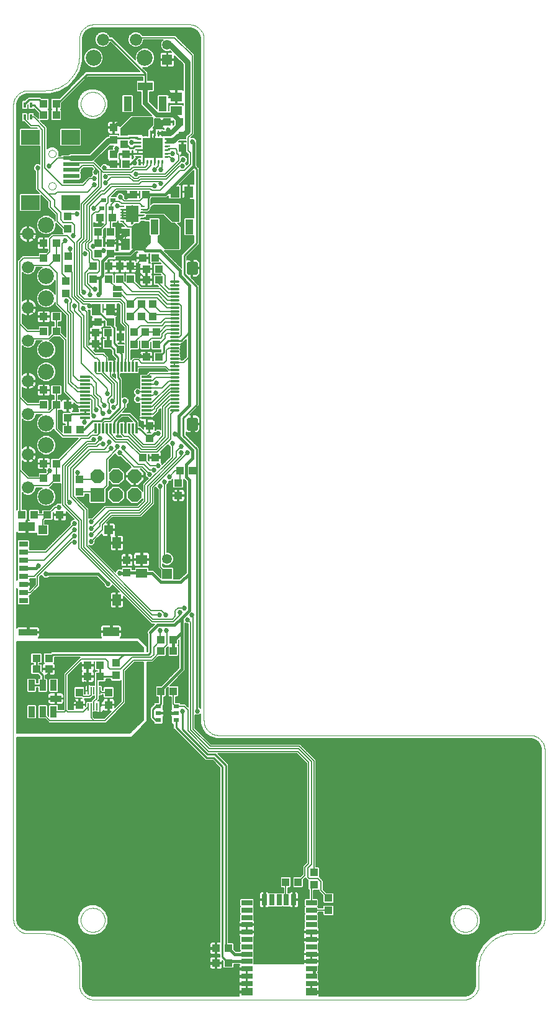
<source format=gtl>
G75*
G70*
%OFA0B0*%
%FSLAX24Y24*%
%IPPOS*%
%LPD*%
%AMOC8*
5,1,8,0,0,1.08239X$1,22.5*
%
%ADD10C,0.0000*%
%ADD11R,0.0787X0.0433*%
%ADD12R,0.0433X0.0787*%
%ADD13R,0.0110X0.0280*%
%ADD14C,0.0110*%
%ADD15R,0.0280X0.0110*%
%ADD16R,0.1063X0.1063*%
%ADD17R,0.0236X0.0079*%
%ADD18R,0.0661X0.0866*%
%ADD19R,0.0512X0.0591*%
%ADD20R,0.0433X0.0394*%
%ADD21R,0.0394X0.0433*%
%ADD22R,0.0591X0.0512*%
%ADD23R,0.0984X0.0787*%
%ADD24R,0.0906X0.0197*%
%ADD25R,0.0157X0.0315*%
%ADD26R,0.0531X0.0531*%
%ADD27C,0.0531*%
%ADD28R,0.0276X0.0197*%
%ADD29R,0.0591X0.0276*%
%ADD30R,0.0591X0.0394*%
%ADD31R,0.0276X0.0591*%
%ADD32R,0.0315X0.0248*%
%ADD33R,0.0354X0.0591*%
%ADD34R,0.0591X0.0354*%
%ADD35R,0.0089X0.0394*%
%ADD36R,0.0488X0.0315*%
%ADD37R,0.0984X0.0374*%
%ADD38R,0.0866X0.0453*%
%ADD39R,0.0453X0.0591*%
%ADD40R,0.0472X0.0457*%
%ADD41R,0.0492X0.0457*%
%ADD42C,0.0118*%
%ADD43C,0.0236*%
%ADD44R,0.0551X0.0118*%
%ADD45R,0.0118X0.0551*%
%ADD46C,0.0860*%
%ADD47C,0.0660*%
%ADD48R,0.0740X0.0740*%
%ADD49OC8,0.0740*%
%ADD50R,0.0500X0.0250*%
%ADD51C,0.0060*%
%ADD52C,0.0270*%
%ADD53C,0.0200*%
%ADD54C,0.0100*%
%ADD55C,0.0270*%
%ADD56C,0.0080*%
%ADD57C,0.0150*%
%ADD58C,0.0280*%
%ADD59C,0.0160*%
%ADD60C,0.0300*%
%ADD61C,0.0110*%
D10*
X004530Y004471D02*
X004530Y048093D01*
X004532Y048147D01*
X004537Y048200D01*
X004546Y048253D01*
X004559Y048305D01*
X004575Y048357D01*
X004595Y048407D01*
X004618Y048455D01*
X004645Y048502D01*
X004674Y048547D01*
X004707Y048590D01*
X004742Y048630D01*
X004780Y048668D01*
X004820Y048703D01*
X004863Y048736D01*
X004908Y048765D01*
X004955Y048792D01*
X005003Y048815D01*
X005053Y048835D01*
X005105Y048851D01*
X005157Y048864D01*
X005210Y048873D01*
X005263Y048878D01*
X005317Y048880D01*
X006223Y048880D01*
X006223Y048881D02*
X006311Y048883D01*
X006399Y048889D01*
X006486Y048900D01*
X006573Y048914D01*
X006659Y048933D01*
X006744Y048956D01*
X006828Y048983D01*
X006911Y049014D01*
X006992Y049048D01*
X007071Y049087D01*
X007148Y049129D01*
X007223Y049175D01*
X007296Y049224D01*
X007367Y049277D01*
X007434Y049333D01*
X007500Y049392D01*
X007562Y049454D01*
X007621Y049520D01*
X007677Y049587D01*
X007730Y049658D01*
X007779Y049731D01*
X007825Y049806D01*
X007867Y049883D01*
X007906Y049962D01*
X007940Y050043D01*
X007971Y050126D01*
X007998Y050210D01*
X008021Y050295D01*
X008040Y050381D01*
X008054Y050468D01*
X008065Y050555D01*
X008071Y050643D01*
X008073Y050731D01*
X008073Y051636D01*
X008074Y051636D02*
X008076Y051690D01*
X008081Y051743D01*
X008090Y051796D01*
X008103Y051848D01*
X008119Y051900D01*
X008139Y051950D01*
X008162Y051998D01*
X008189Y052045D01*
X008218Y052090D01*
X008251Y052133D01*
X008286Y052173D01*
X008324Y052211D01*
X008364Y052246D01*
X008407Y052279D01*
X008452Y052308D01*
X008499Y052335D01*
X008547Y052358D01*
X008597Y052378D01*
X008649Y052394D01*
X008701Y052407D01*
X008754Y052416D01*
X008807Y052421D01*
X008861Y052423D01*
X013979Y052423D01*
X014033Y052421D01*
X014086Y052416D01*
X014139Y052407D01*
X014191Y052394D01*
X014243Y052378D01*
X014293Y052358D01*
X014341Y052335D01*
X014388Y052308D01*
X014433Y052279D01*
X014476Y052246D01*
X014516Y052211D01*
X014554Y052173D01*
X014589Y052133D01*
X014622Y052090D01*
X014651Y052045D01*
X014678Y051998D01*
X014701Y051950D01*
X014721Y051900D01*
X014737Y051848D01*
X014750Y051796D01*
X014759Y051743D01*
X014764Y051690D01*
X014766Y051636D01*
X014766Y015101D01*
X014767Y015101D02*
X014769Y015047D01*
X014774Y014994D01*
X014783Y014941D01*
X014796Y014889D01*
X014812Y014837D01*
X014832Y014787D01*
X014855Y014739D01*
X014882Y014692D01*
X014911Y014647D01*
X014944Y014604D01*
X014979Y014564D01*
X015017Y014526D01*
X015057Y014491D01*
X015100Y014458D01*
X015145Y014429D01*
X015192Y014402D01*
X015240Y014379D01*
X015290Y014359D01*
X015342Y014343D01*
X015394Y014330D01*
X015447Y014321D01*
X015500Y014316D01*
X015554Y014314D01*
X015554Y014313D02*
X032286Y014313D01*
X032340Y014311D01*
X032393Y014306D01*
X032446Y014297D01*
X032498Y014284D01*
X032550Y014268D01*
X032600Y014248D01*
X032648Y014225D01*
X032695Y014198D01*
X032740Y014169D01*
X032783Y014136D01*
X032823Y014101D01*
X032861Y014063D01*
X032896Y014023D01*
X032929Y013980D01*
X032958Y013935D01*
X032985Y013888D01*
X033008Y013840D01*
X033028Y013790D01*
X033044Y013738D01*
X033057Y013686D01*
X033066Y013633D01*
X033071Y013580D01*
X033073Y013526D01*
X033073Y004471D01*
X033071Y004417D01*
X033066Y004364D01*
X033057Y004311D01*
X033044Y004259D01*
X033028Y004207D01*
X033008Y004157D01*
X032985Y004109D01*
X032958Y004062D01*
X032929Y004017D01*
X032896Y003974D01*
X032861Y003934D01*
X032823Y003896D01*
X032783Y003861D01*
X032740Y003828D01*
X032695Y003799D01*
X032648Y003772D01*
X032600Y003749D01*
X032550Y003729D01*
X032498Y003713D01*
X032446Y003700D01*
X032393Y003691D01*
X032340Y003686D01*
X032286Y003684D01*
X032286Y003683D02*
X031380Y003683D01*
X031292Y003681D01*
X031204Y003675D01*
X031117Y003664D01*
X031030Y003650D01*
X030944Y003631D01*
X030859Y003608D01*
X030775Y003581D01*
X030692Y003550D01*
X030611Y003516D01*
X030532Y003477D01*
X030455Y003435D01*
X030380Y003389D01*
X030307Y003340D01*
X030236Y003287D01*
X030169Y003231D01*
X030103Y003172D01*
X030041Y003110D01*
X029982Y003044D01*
X029926Y002977D01*
X029873Y002906D01*
X029824Y002833D01*
X029778Y002758D01*
X029736Y002681D01*
X029697Y002602D01*
X029663Y002521D01*
X029632Y002438D01*
X029605Y002354D01*
X029582Y002269D01*
X029563Y002183D01*
X029549Y002096D01*
X029538Y002009D01*
X029532Y001921D01*
X029530Y001833D01*
X029530Y000927D01*
X029528Y000873D01*
X029523Y000820D01*
X029514Y000767D01*
X029501Y000715D01*
X029485Y000663D01*
X029465Y000613D01*
X029442Y000565D01*
X029415Y000518D01*
X029386Y000473D01*
X029353Y000430D01*
X029318Y000390D01*
X029280Y000352D01*
X029240Y000317D01*
X029197Y000284D01*
X029152Y000255D01*
X029105Y000228D01*
X029057Y000205D01*
X029007Y000185D01*
X028955Y000169D01*
X028903Y000156D01*
X028850Y000147D01*
X028797Y000142D01*
X028743Y000140D01*
X008861Y000140D01*
X008807Y000142D01*
X008754Y000147D01*
X008701Y000156D01*
X008649Y000169D01*
X008597Y000185D01*
X008547Y000205D01*
X008499Y000228D01*
X008452Y000255D01*
X008407Y000284D01*
X008364Y000317D01*
X008324Y000352D01*
X008286Y000390D01*
X008251Y000430D01*
X008218Y000473D01*
X008189Y000518D01*
X008162Y000565D01*
X008139Y000613D01*
X008119Y000663D01*
X008103Y000715D01*
X008090Y000767D01*
X008081Y000820D01*
X008076Y000873D01*
X008074Y000927D01*
X008073Y000927D02*
X008073Y001833D01*
X008155Y004408D02*
X008157Y004458D01*
X008163Y004509D01*
X008173Y004558D01*
X008186Y004607D01*
X008204Y004654D01*
X008225Y004700D01*
X008250Y004744D01*
X008278Y004786D01*
X008309Y004826D01*
X008343Y004863D01*
X008380Y004897D01*
X008420Y004928D01*
X008462Y004956D01*
X008506Y004981D01*
X008552Y005002D01*
X008599Y005020D01*
X008648Y005033D01*
X008697Y005043D01*
X008748Y005049D01*
X008798Y005051D01*
X008848Y005049D01*
X008899Y005043D01*
X008948Y005033D01*
X008997Y005020D01*
X009044Y005002D01*
X009090Y004981D01*
X009134Y004956D01*
X009176Y004928D01*
X009216Y004897D01*
X009253Y004863D01*
X009287Y004826D01*
X009318Y004786D01*
X009346Y004744D01*
X009371Y004700D01*
X009392Y004654D01*
X009410Y004607D01*
X009423Y004558D01*
X009433Y004509D01*
X009439Y004458D01*
X009441Y004408D01*
X009439Y004358D01*
X009433Y004307D01*
X009423Y004258D01*
X009410Y004209D01*
X009392Y004162D01*
X009371Y004116D01*
X009346Y004072D01*
X009318Y004030D01*
X009287Y003990D01*
X009253Y003953D01*
X009216Y003919D01*
X009176Y003888D01*
X009134Y003860D01*
X009090Y003835D01*
X009044Y003814D01*
X008997Y003796D01*
X008948Y003783D01*
X008899Y003773D01*
X008848Y003767D01*
X008798Y003765D01*
X008748Y003767D01*
X008697Y003773D01*
X008648Y003783D01*
X008599Y003796D01*
X008552Y003814D01*
X008506Y003835D01*
X008462Y003860D01*
X008420Y003888D01*
X008380Y003919D01*
X008343Y003953D01*
X008309Y003990D01*
X008278Y004030D01*
X008250Y004072D01*
X008225Y004116D01*
X008204Y004162D01*
X008186Y004209D01*
X008173Y004258D01*
X008163Y004307D01*
X008157Y004358D01*
X008155Y004408D01*
X006223Y003683D02*
X005317Y003683D01*
X005317Y003684D02*
X005263Y003686D01*
X005210Y003691D01*
X005157Y003700D01*
X005105Y003713D01*
X005053Y003729D01*
X005003Y003749D01*
X004955Y003772D01*
X004908Y003799D01*
X004863Y003828D01*
X004820Y003861D01*
X004780Y003896D01*
X004742Y003934D01*
X004707Y003974D01*
X004674Y004017D01*
X004645Y004062D01*
X004618Y004109D01*
X004595Y004157D01*
X004575Y004207D01*
X004559Y004259D01*
X004546Y004311D01*
X004537Y004364D01*
X004532Y004417D01*
X004530Y004471D01*
X006223Y003683D02*
X006314Y003681D01*
X006404Y003674D01*
X006494Y003663D01*
X006584Y003647D01*
X006673Y003628D01*
X006760Y003603D01*
X006846Y003575D01*
X006931Y003542D01*
X007014Y003505D01*
X007095Y003465D01*
X007174Y003420D01*
X007251Y003371D01*
X007325Y003319D01*
X007397Y003263D01*
X007465Y003204D01*
X007531Y003141D01*
X007594Y003075D01*
X007653Y003007D01*
X007709Y002935D01*
X007761Y002861D01*
X007810Y002784D01*
X007855Y002705D01*
X007895Y002624D01*
X007932Y002541D01*
X007965Y002456D01*
X007993Y002370D01*
X008018Y002283D01*
X008037Y002194D01*
X008053Y002104D01*
X008064Y002014D01*
X008071Y001924D01*
X008073Y001833D01*
X028163Y004408D02*
X028165Y004458D01*
X028171Y004509D01*
X028181Y004558D01*
X028194Y004607D01*
X028212Y004654D01*
X028233Y004700D01*
X028258Y004744D01*
X028286Y004786D01*
X028317Y004826D01*
X028351Y004863D01*
X028388Y004897D01*
X028428Y004928D01*
X028470Y004956D01*
X028514Y004981D01*
X028560Y005002D01*
X028607Y005020D01*
X028656Y005033D01*
X028705Y005043D01*
X028756Y005049D01*
X028806Y005051D01*
X028856Y005049D01*
X028907Y005043D01*
X028956Y005033D01*
X029005Y005020D01*
X029052Y005002D01*
X029098Y004981D01*
X029142Y004956D01*
X029184Y004928D01*
X029224Y004897D01*
X029261Y004863D01*
X029295Y004826D01*
X029326Y004786D01*
X029354Y004744D01*
X029379Y004700D01*
X029400Y004654D01*
X029418Y004607D01*
X029431Y004558D01*
X029441Y004509D01*
X029447Y004458D01*
X029449Y004408D01*
X029447Y004358D01*
X029441Y004307D01*
X029431Y004258D01*
X029418Y004209D01*
X029400Y004162D01*
X029379Y004116D01*
X029354Y004072D01*
X029326Y004030D01*
X029295Y003990D01*
X029261Y003953D01*
X029224Y003919D01*
X029184Y003888D01*
X029142Y003860D01*
X029098Y003835D01*
X029052Y003814D01*
X029005Y003796D01*
X028956Y003783D01*
X028907Y003773D01*
X028856Y003767D01*
X028806Y003765D01*
X028756Y003767D01*
X028705Y003773D01*
X028656Y003783D01*
X028607Y003796D01*
X028560Y003814D01*
X028514Y003835D01*
X028470Y003860D01*
X028428Y003888D01*
X028388Y003919D01*
X028351Y003953D01*
X028317Y003990D01*
X028286Y004030D01*
X028258Y004072D01*
X028233Y004116D01*
X028212Y004162D01*
X028194Y004209D01*
X028181Y004258D01*
X028171Y004307D01*
X028165Y004358D01*
X028163Y004408D01*
X006420Y043762D02*
X006422Y043789D01*
X006428Y043816D01*
X006437Y043842D01*
X006450Y043866D01*
X006466Y043889D01*
X006485Y043908D01*
X006507Y043925D01*
X006531Y043939D01*
X006556Y043949D01*
X006583Y043956D01*
X006610Y043959D01*
X006638Y043958D01*
X006665Y043953D01*
X006691Y043945D01*
X006715Y043933D01*
X006738Y043917D01*
X006759Y043899D01*
X006776Y043878D01*
X006791Y043854D01*
X006802Y043829D01*
X006810Y043803D01*
X006814Y043776D01*
X006814Y043748D01*
X006810Y043721D01*
X006802Y043695D01*
X006791Y043670D01*
X006776Y043646D01*
X006759Y043625D01*
X006738Y043607D01*
X006716Y043591D01*
X006691Y043579D01*
X006665Y043571D01*
X006638Y043566D01*
X006610Y043565D01*
X006583Y043568D01*
X006556Y043575D01*
X006531Y043585D01*
X006507Y043599D01*
X006485Y043616D01*
X006466Y043635D01*
X006450Y043658D01*
X006437Y043682D01*
X006428Y043708D01*
X006422Y043735D01*
X006420Y043762D01*
X006420Y045494D02*
X006422Y045521D01*
X006428Y045548D01*
X006437Y045574D01*
X006450Y045598D01*
X006466Y045621D01*
X006485Y045640D01*
X006507Y045657D01*
X006531Y045671D01*
X006556Y045681D01*
X006583Y045688D01*
X006610Y045691D01*
X006638Y045690D01*
X006665Y045685D01*
X006691Y045677D01*
X006715Y045665D01*
X006738Y045649D01*
X006759Y045631D01*
X006776Y045610D01*
X006791Y045586D01*
X006802Y045561D01*
X006810Y045535D01*
X006814Y045508D01*
X006814Y045480D01*
X006810Y045453D01*
X006802Y045427D01*
X006791Y045402D01*
X006776Y045378D01*
X006759Y045357D01*
X006738Y045339D01*
X006716Y045323D01*
X006691Y045311D01*
X006665Y045303D01*
X006638Y045298D01*
X006610Y045297D01*
X006583Y045300D01*
X006556Y045307D01*
X006531Y045317D01*
X006507Y045331D01*
X006485Y045348D01*
X006466Y045367D01*
X006450Y045390D01*
X006437Y045414D01*
X006428Y045440D01*
X006422Y045467D01*
X006420Y045494D01*
X008155Y048156D02*
X008157Y048206D01*
X008163Y048257D01*
X008173Y048306D01*
X008186Y048355D01*
X008204Y048402D01*
X008225Y048448D01*
X008250Y048492D01*
X008278Y048534D01*
X008309Y048574D01*
X008343Y048611D01*
X008380Y048645D01*
X008420Y048676D01*
X008462Y048704D01*
X008506Y048729D01*
X008552Y048750D01*
X008599Y048768D01*
X008648Y048781D01*
X008697Y048791D01*
X008748Y048797D01*
X008798Y048799D01*
X008848Y048797D01*
X008899Y048791D01*
X008948Y048781D01*
X008997Y048768D01*
X009044Y048750D01*
X009090Y048729D01*
X009134Y048704D01*
X009176Y048676D01*
X009216Y048645D01*
X009253Y048611D01*
X009287Y048574D01*
X009318Y048534D01*
X009346Y048492D01*
X009371Y048448D01*
X009392Y048402D01*
X009410Y048355D01*
X009423Y048306D01*
X009433Y048257D01*
X009439Y048206D01*
X009441Y048156D01*
X009439Y048106D01*
X009433Y048055D01*
X009423Y048006D01*
X009410Y047957D01*
X009392Y047910D01*
X009371Y047864D01*
X009346Y047820D01*
X009318Y047778D01*
X009287Y047738D01*
X009253Y047701D01*
X009216Y047667D01*
X009176Y047636D01*
X009134Y047608D01*
X009090Y047583D01*
X009044Y047562D01*
X008997Y047544D01*
X008948Y047531D01*
X008899Y047521D01*
X008848Y047515D01*
X008798Y047513D01*
X008748Y047515D01*
X008697Y047521D01*
X008648Y047531D01*
X008599Y047544D01*
X008552Y047562D01*
X008506Y047583D01*
X008462Y047608D01*
X008420Y047636D01*
X008380Y047667D01*
X008343Y047701D01*
X008309Y047738D01*
X008278Y047778D01*
X008250Y047820D01*
X008225Y047864D01*
X008204Y047910D01*
X008186Y047957D01*
X008173Y048006D01*
X008163Y048055D01*
X008157Y048106D01*
X008155Y048156D01*
D11*
X011617Y047227D03*
X011617Y049116D03*
X013054Y042522D03*
X013054Y040632D03*
D12*
X013998Y041577D03*
X012109Y041577D03*
X012561Y048171D03*
X010672Y048171D03*
D13*
X011519Y046614D03*
X011715Y046614D03*
X011912Y046614D03*
X012109Y046614D03*
X012306Y046614D03*
X012503Y046614D03*
X012502Y045005D03*
X012305Y045005D03*
X012108Y045005D03*
X011911Y045005D03*
X011715Y045005D03*
X011518Y045005D03*
D14*
X011518Y045142D01*
X011715Y045142D02*
X011715Y045005D01*
X011911Y045005D02*
X011911Y045142D01*
X012108Y045142D02*
X012108Y045005D01*
X012305Y045005D02*
X012305Y045142D01*
X012502Y045142D02*
X012502Y045005D01*
X012677Y045317D02*
X012815Y045317D01*
X012815Y045514D02*
X012677Y045514D01*
X012677Y045710D02*
X012815Y045710D01*
X012815Y045907D02*
X012677Y045907D01*
X012677Y046104D02*
X012815Y046104D01*
X012815Y046301D02*
X012677Y046301D01*
X012503Y046476D02*
X012503Y046614D01*
X012306Y046614D02*
X012306Y046476D01*
X012109Y046476D02*
X012109Y046614D01*
X011912Y046614D02*
X011912Y046476D01*
X011715Y046476D02*
X011715Y046614D01*
X011519Y046614D02*
X011519Y046476D01*
X011343Y046302D02*
X011206Y046302D01*
X011206Y046105D02*
X011343Y046105D01*
X011343Y045908D02*
X011206Y045908D01*
X011206Y045711D02*
X011343Y045711D01*
X011343Y045514D02*
X011206Y045514D01*
X011206Y045318D02*
X011343Y045318D01*
D15*
X011206Y045318D03*
X011206Y045514D03*
X011206Y045711D03*
X011206Y045908D03*
X011206Y046105D03*
X011206Y046302D03*
X012815Y046301D03*
X012815Y046104D03*
X012815Y045907D03*
X012815Y045710D03*
X012815Y045514D03*
X012815Y045317D03*
D16*
X012010Y045809D03*
D17*
X011481Y042660D03*
X011481Y042502D03*
X011481Y042345D03*
X011481Y042187D03*
X011481Y042030D03*
X011481Y041872D03*
X010374Y041872D03*
X010374Y042030D03*
X010374Y042187D03*
X010374Y042345D03*
X010374Y042502D03*
X010374Y042660D03*
D18*
X010928Y042266D03*
D19*
X011282Y040632D03*
X010534Y040632D03*
X009747Y037148D03*
X008998Y037148D03*
X013211Y043447D03*
X013959Y043447D03*
D20*
X012148Y039904D03*
X012345Y039313D03*
X012345Y038723D03*
X011676Y038723D03*
X011676Y039313D03*
X011479Y039904D03*
X011243Y041262D03*
X010573Y041262D03*
X009845Y042069D03*
X009176Y042069D03*
X007463Y042148D03*
X007463Y041479D03*
X006833Y040691D03*
X006164Y040691D03*
X007483Y040002D03*
X007483Y039333D03*
X007365Y038664D03*
X007365Y037994D03*
X006833Y036754D03*
X006164Y036754D03*
X008959Y035888D03*
X008939Y035297D03*
X009609Y035297D03*
X009628Y035888D03*
X009747Y036479D03*
X009077Y036479D03*
X008821Y038782D03*
X008821Y039451D03*
X010967Y043290D03*
X011636Y043290D03*
X010573Y044943D03*
X010573Y045455D03*
X009904Y045455D03*
X009904Y044943D03*
X012778Y047187D03*
X013447Y047187D03*
X012345Y034589D03*
X011676Y034589D03*
X008132Y030691D03*
X007463Y030691D03*
X006833Y028880D03*
X006164Y028880D03*
X006361Y026124D03*
X007030Y026124D03*
X008073Y027364D03*
X008073Y028034D03*
X006833Y032817D03*
X006164Y032817D03*
X011479Y029195D03*
X012148Y029195D03*
X013388Y027837D03*
X013388Y027168D03*
X009195Y018053D03*
X009195Y017463D03*
X008526Y017463D03*
X008526Y018053D03*
X006439Y017857D03*
X006439Y018447D03*
X005770Y018447D03*
X005770Y017857D03*
X015416Y002896D03*
X016085Y002896D03*
X016085Y002109D03*
X015416Y002109D03*
X020672Y006301D03*
X020672Y006971D03*
X021459Y005593D03*
X021459Y004923D03*
D21*
X019825Y006439D03*
X019156Y006439D03*
X013132Y016675D03*
X012463Y016675D03*
X012463Y018841D03*
X012463Y019431D03*
X013132Y019431D03*
X013132Y018841D03*
X010632Y023034D03*
X010632Y023703D03*
X013467Y028486D03*
X014136Y028486D03*
X011833Y030219D03*
X011833Y030888D03*
X010278Y035002D03*
X010278Y035671D03*
X010829Y036774D03*
X010829Y037443D03*
X011420Y037443D03*
X012010Y037443D03*
X012010Y036774D03*
X011420Y036774D03*
X011617Y035947D03*
X011026Y035947D03*
X011026Y035278D03*
X011617Y035278D03*
X012207Y035278D03*
X012207Y035947D03*
X010829Y038782D03*
X010239Y038782D03*
X009648Y038782D03*
X009648Y039451D03*
X009766Y040120D03*
X009766Y040711D03*
X009766Y041301D03*
X009097Y041301D03*
X009097Y040711D03*
X009097Y040120D03*
X010239Y039451D03*
X010829Y039451D03*
X006833Y039904D03*
X006164Y039904D03*
X006164Y035967D03*
X006833Y035967D03*
X006833Y032030D03*
X007443Y031990D03*
X007443Y031321D03*
X006164Y032030D03*
X006164Y028093D03*
X006833Y028093D03*
X005652Y026124D03*
X004983Y026124D03*
X010042Y018191D03*
X010042Y017522D03*
X009648Y016616D03*
X009648Y015947D03*
X008073Y015947D03*
X008073Y016616D03*
X010475Y045986D03*
X010475Y046656D03*
X009924Y046892D03*
X009924Y046223D03*
X006833Y047581D03*
X006833Y048171D03*
X006164Y048171D03*
X006164Y047581D03*
X013624Y046459D03*
X013624Y045790D03*
D22*
X013270Y047797D03*
X013270Y048546D03*
X011420Y023742D03*
X011420Y022994D03*
D23*
X007601Y042876D03*
X005435Y042876D03*
X005435Y046380D03*
X007601Y046380D03*
D24*
X007640Y045258D03*
X007640Y044943D03*
X007640Y044628D03*
X007640Y044313D03*
X007640Y043998D03*
D25*
X005487Y047453D03*
X005148Y047453D03*
X005148Y048103D03*
X005487Y048103D03*
D26*
X012798Y050534D03*
X012798Y022975D03*
D27*
X012798Y023762D03*
X012798Y051321D03*
D28*
X009884Y043014D03*
X009786Y042561D03*
X009372Y043014D03*
X009274Y042561D03*
D29*
X017069Y005337D03*
X017069Y004943D03*
X017069Y004549D03*
X017069Y004156D03*
X017069Y003762D03*
X017069Y003368D03*
X017069Y002975D03*
X017069Y002581D03*
X017069Y002187D03*
X017069Y001794D03*
X017069Y001400D03*
X017069Y001006D03*
X020534Y001006D03*
X020534Y001400D03*
X020534Y001794D03*
X020534Y002187D03*
X020534Y002581D03*
X020534Y002975D03*
X020534Y003368D03*
X020534Y003762D03*
X020534Y004156D03*
X020534Y004549D03*
X020534Y004943D03*
X020534Y005337D03*
D30*
X020534Y000553D03*
X017069Y000553D03*
D31*
X018014Y005494D03*
X018408Y005494D03*
X018802Y005494D03*
X019195Y005494D03*
X019589Y005494D03*
D32*
X013270Y015120D03*
X013270Y015494D03*
X013270Y015868D03*
X012325Y015868D03*
X012325Y015494D03*
X012325Y015120D03*
D33*
X006695Y015573D03*
X006105Y015573D03*
X005514Y015573D03*
X005514Y016990D03*
X006105Y016990D03*
X006695Y016990D03*
D34*
X006813Y016282D03*
D35*
X008546Y016715D03*
X008703Y016715D03*
X008861Y016715D03*
X009018Y016715D03*
X009176Y016715D03*
X009176Y015849D03*
X009018Y015849D03*
X008861Y015849D03*
X008703Y015849D03*
X008546Y015849D03*
D36*
X005069Y021536D03*
X005069Y021969D03*
X005069Y022402D03*
X005069Y022835D03*
X005069Y023268D03*
X005069Y023701D03*
X005069Y024134D03*
X005069Y024567D03*
D37*
X005317Y019825D03*
D38*
X005258Y025490D03*
X009778Y019864D03*
D39*
X010091Y021559D03*
X010091Y024622D03*
D40*
X009648Y025331D03*
D41*
X006105Y025331D03*
D42*
X013004Y031734D02*
X013378Y031734D01*
X013378Y031931D02*
X013004Y031931D01*
X013004Y032128D02*
X013378Y032128D01*
X013378Y032325D02*
X013004Y032325D01*
X013004Y032522D02*
X013378Y032522D01*
X013378Y032719D02*
X013004Y032719D01*
X013004Y032916D02*
X013378Y032916D01*
X013378Y033112D02*
X013004Y033112D01*
X013004Y033309D02*
X013378Y033309D01*
X013378Y033506D02*
X013004Y033506D01*
X013004Y033703D02*
X013378Y033703D01*
X013378Y033900D02*
X013004Y033900D01*
X013004Y034097D02*
X013378Y034097D01*
X013378Y034294D02*
X013004Y034294D01*
X013004Y034490D02*
X013378Y034490D01*
X013378Y034687D02*
X013004Y034687D01*
X013004Y034884D02*
X013378Y034884D01*
X013378Y035081D02*
X013004Y035081D01*
X013004Y035278D02*
X013378Y035278D01*
X013378Y035475D02*
X013004Y035475D01*
X013004Y035671D02*
X013378Y035671D01*
X013378Y035868D02*
X013004Y035868D01*
X013004Y036065D02*
X013378Y036065D01*
X013378Y036262D02*
X013004Y036262D01*
X013004Y036459D02*
X013378Y036459D01*
X013378Y036656D02*
X013004Y036656D01*
X013004Y036853D02*
X013378Y036853D01*
X013378Y037049D02*
X013004Y037049D01*
X013004Y037246D02*
X013378Y037246D01*
X013378Y037443D02*
X013004Y037443D01*
X013004Y037640D02*
X013378Y037640D01*
X013378Y037837D02*
X013004Y037837D01*
X013004Y038034D02*
X013378Y038034D01*
X013378Y038231D02*
X013004Y038231D01*
X013004Y038427D02*
X013378Y038427D01*
X013378Y038624D02*
X013004Y038624D01*
D43*
X014303Y039117D02*
X014303Y039589D01*
X014303Y039117D02*
X013949Y039117D01*
X013949Y039589D01*
X014303Y039589D01*
X014303Y039352D02*
X013949Y039352D01*
X013949Y039587D02*
X014303Y039587D01*
X014303Y031242D02*
X014303Y030770D01*
X013949Y030770D01*
X013949Y031242D01*
X014303Y031242D01*
X014303Y031005D02*
X013949Y031005D01*
X013949Y031240D02*
X014303Y031240D01*
D44*
X011692Y031323D03*
X011692Y031523D03*
X011692Y031723D03*
X011692Y031923D03*
X011692Y032123D03*
X011692Y032323D03*
X011692Y032523D03*
X011692Y032723D03*
X011692Y032923D03*
X011692Y033123D03*
X011692Y033323D03*
X011692Y033523D03*
X008392Y033523D03*
X008392Y033323D03*
X008392Y033123D03*
X008392Y032923D03*
X008392Y032723D03*
X008392Y032523D03*
X008392Y032323D03*
X008392Y032123D03*
X008392Y031923D03*
X008392Y031723D03*
X008392Y031523D03*
X008392Y031323D03*
D45*
X008942Y030773D03*
X009142Y030773D03*
X009342Y030773D03*
X009542Y030773D03*
X009742Y030773D03*
X009942Y030773D03*
X010142Y030773D03*
X010342Y030773D03*
X010542Y030773D03*
X010742Y030773D03*
X010942Y030773D03*
X011142Y030773D03*
X011142Y034073D03*
X010942Y034073D03*
X010742Y034073D03*
X010542Y034073D03*
X010342Y034073D03*
X010142Y034073D03*
X009942Y034073D03*
X009742Y034073D03*
X009542Y034073D03*
X009342Y034073D03*
X009142Y034073D03*
X008942Y034073D03*
D46*
X006298Y033801D03*
X006298Y034983D03*
X006298Y037738D03*
X006298Y038920D03*
X006298Y041675D03*
X008841Y050636D03*
X011597Y050636D03*
X006298Y031046D03*
X006298Y029864D03*
X006298Y027109D03*
D47*
X005317Y027601D03*
X005317Y029372D03*
X005317Y031538D03*
X005317Y033309D03*
X005317Y035475D03*
X005317Y037246D03*
X005317Y039412D03*
X005317Y041183D03*
X009333Y051616D03*
X011105Y051616D03*
D48*
X009042Y027199D03*
D49*
X009042Y028199D03*
X010042Y028199D03*
X010042Y027199D03*
X011042Y027199D03*
X011042Y028199D03*
D50*
X010101Y037931D03*
X010101Y038255D03*
D51*
X009952Y038588D02*
X009935Y038605D01*
X009935Y039036D01*
X009882Y039088D01*
X009478Y039088D01*
X009478Y039104D01*
X009618Y039104D01*
X009618Y039421D01*
X009678Y039421D01*
X009678Y039104D01*
X009862Y039104D01*
X009895Y039113D01*
X009925Y039130D01*
X009943Y039149D01*
X009962Y039130D01*
X009992Y039113D01*
X010025Y039104D01*
X010209Y039104D01*
X010209Y039421D01*
X010269Y039421D01*
X010269Y039481D01*
X010799Y039481D01*
X010799Y039421D01*
X010502Y039421D01*
X010269Y039421D01*
X010269Y039104D01*
X010453Y039104D01*
X010486Y039113D01*
X010515Y039130D01*
X010534Y039149D01*
X010553Y039130D01*
X010582Y039113D01*
X010615Y039104D01*
X010799Y039104D01*
X010799Y039421D01*
X010859Y039421D01*
X010859Y039104D01*
X011043Y039104D01*
X011076Y039113D01*
X011106Y039130D01*
X011130Y039155D01*
X011147Y039184D01*
X011156Y039217D01*
X011156Y039421D01*
X010859Y039421D01*
X010859Y039481D01*
X010799Y039481D01*
X010799Y039798D01*
X010615Y039798D01*
X010582Y039789D01*
X010553Y039772D01*
X010534Y039753D01*
X010515Y039772D01*
X010486Y039789D01*
X010453Y039798D01*
X010269Y039798D01*
X010269Y039481D01*
X010209Y039481D01*
X010209Y039798D01*
X010025Y039798D01*
X009992Y039789D01*
X009962Y039772D01*
X009943Y039753D01*
X009925Y039772D01*
X009895Y039789D01*
X009862Y039798D01*
X009678Y039798D01*
X009678Y039481D01*
X009618Y039481D01*
X009618Y039798D01*
X009618Y039798D01*
X009634Y039814D01*
X010000Y039814D01*
X010053Y039866D01*
X010053Y039955D01*
X010838Y039955D01*
X010935Y040052D01*
X011100Y040217D01*
X011204Y040217D01*
X011182Y040205D01*
X011158Y040180D01*
X011141Y040151D01*
X011132Y040118D01*
X011132Y039934D01*
X011449Y039934D01*
X011449Y039874D01*
X011132Y039874D01*
X011132Y039744D01*
X011130Y039747D01*
X011106Y039772D01*
X011076Y039789D01*
X011043Y039798D01*
X010859Y039798D01*
X010859Y039481D01*
X011156Y039481D01*
X011156Y039631D01*
X011158Y039627D01*
X011182Y039603D01*
X011212Y039586D01*
X011245Y039577D01*
X011348Y039577D01*
X011338Y039560D01*
X011329Y039527D01*
X011329Y039343D01*
X011646Y039343D01*
X011646Y039283D01*
X011706Y039283D01*
X011706Y039343D01*
X012022Y039343D01*
X012022Y039527D01*
X012013Y039560D01*
X011996Y039590D01*
X011972Y039614D01*
X011967Y039617D01*
X012402Y039617D01*
X012425Y039640D01*
X012465Y039600D01*
X012091Y039600D01*
X012038Y039547D01*
X012038Y039079D01*
X012091Y039026D01*
X012448Y039026D01*
X012465Y039010D01*
X012091Y039010D01*
X012038Y038957D01*
X012038Y038489D01*
X012091Y038436D01*
X012271Y038436D01*
X012326Y038380D01*
X011415Y038380D01*
X011116Y038679D01*
X011116Y039036D01*
X011063Y039088D01*
X010595Y039088D01*
X010542Y039036D01*
X010542Y038662D01*
X010525Y038679D01*
X010525Y039036D01*
X010473Y039088D01*
X010004Y039088D01*
X009952Y039036D01*
X009952Y038588D01*
X009952Y038633D02*
X009935Y038633D01*
X009935Y038692D02*
X009952Y038692D01*
X009952Y038750D02*
X009935Y038750D01*
X009935Y038809D02*
X009952Y038809D01*
X009952Y038867D02*
X009935Y038867D01*
X009935Y038926D02*
X009952Y038926D01*
X009952Y038984D02*
X009935Y038984D01*
X009928Y039043D02*
X009959Y039043D01*
X010209Y039160D02*
X010269Y039160D01*
X010269Y039218D02*
X010209Y039218D01*
X010209Y039277D02*
X010269Y039277D01*
X010269Y039335D02*
X010209Y039335D01*
X010209Y039394D02*
X010269Y039394D01*
X010269Y039452D02*
X010799Y039452D01*
X010799Y039394D02*
X010859Y039394D01*
X010859Y039452D02*
X011329Y039452D01*
X011329Y039394D02*
X011156Y039394D01*
X011156Y039335D02*
X011646Y039335D01*
X011646Y039283D02*
X011329Y039283D01*
X011329Y039099D01*
X011338Y039066D01*
X011355Y039037D01*
X011374Y039018D01*
X011355Y038999D01*
X011338Y038970D01*
X011329Y038937D01*
X011329Y038753D01*
X011646Y038753D01*
X011646Y039283D01*
X011646Y039277D02*
X011706Y039277D01*
X011706Y039283D02*
X011706Y038986D01*
X011706Y038753D01*
X011646Y038753D01*
X011646Y038693D01*
X011706Y038693D01*
X011706Y038753D01*
X012022Y038753D01*
X012022Y038937D01*
X012013Y038970D01*
X011996Y038999D01*
X011978Y039018D01*
X011996Y039037D01*
X012013Y039066D01*
X012022Y039099D01*
X012022Y039283D01*
X011706Y039283D01*
X011706Y039335D02*
X012038Y039335D01*
X012038Y039277D02*
X012022Y039277D01*
X012022Y039218D02*
X012038Y039218D01*
X012038Y039160D02*
X012022Y039160D01*
X012022Y039101D02*
X012038Y039101D01*
X012075Y039043D02*
X012000Y039043D01*
X012005Y038984D02*
X012066Y038984D01*
X012038Y038926D02*
X012022Y038926D01*
X012022Y038867D02*
X012038Y038867D01*
X012038Y038809D02*
X012022Y038809D01*
X012038Y038750D02*
X011706Y038750D01*
X011706Y038693D02*
X012022Y038693D01*
X012022Y038509D01*
X012013Y038476D01*
X011996Y038446D01*
X011972Y038422D01*
X011942Y038405D01*
X011909Y038396D01*
X011706Y038396D01*
X011706Y038693D01*
X011706Y038692D02*
X011646Y038692D01*
X011646Y038693D02*
X011646Y038396D01*
X011442Y038396D01*
X011409Y038405D01*
X011379Y038422D01*
X011355Y038446D01*
X011338Y038476D01*
X011329Y038509D01*
X011329Y038693D01*
X011646Y038693D01*
X011646Y038750D02*
X011116Y038750D01*
X011116Y038692D02*
X011329Y038692D01*
X011329Y038633D02*
X011162Y038633D01*
X011220Y038575D02*
X011329Y038575D01*
X011329Y038516D02*
X011279Y038516D01*
X011337Y038458D02*
X011348Y038458D01*
X011396Y038399D02*
X011430Y038399D01*
X011646Y038399D02*
X011706Y038399D01*
X011706Y038458D02*
X011646Y038458D01*
X011646Y038516D02*
X011706Y038516D01*
X011706Y038575D02*
X011646Y038575D01*
X011646Y038633D02*
X011706Y038633D01*
X011706Y038809D02*
X011646Y038809D01*
X011646Y038867D02*
X011706Y038867D01*
X011706Y038926D02*
X011646Y038926D01*
X011646Y038984D02*
X011706Y038984D01*
X011706Y039043D02*
X011646Y039043D01*
X011646Y039101D02*
X011706Y039101D01*
X011706Y039160D02*
X011646Y039160D01*
X011646Y039218D02*
X011706Y039218D01*
X012022Y039394D02*
X012038Y039394D01*
X012038Y039452D02*
X012022Y039452D01*
X012022Y039511D02*
X012038Y039511D01*
X012060Y039569D02*
X012008Y039569D01*
X011871Y039640D02*
X011807Y039640D01*
X011816Y039657D01*
X011825Y039690D01*
X011825Y039874D01*
X011509Y039874D01*
X011509Y039934D01*
X011825Y039934D01*
X011825Y040118D01*
X011821Y040132D01*
X011842Y040132D01*
X011842Y039670D01*
X011871Y039640D01*
X011842Y039686D02*
X011824Y039686D01*
X011825Y039745D02*
X011842Y039745D01*
X011842Y039803D02*
X011825Y039803D01*
X011825Y039862D02*
X011842Y039862D01*
X011842Y039920D02*
X011509Y039920D01*
X011449Y039920D02*
X010053Y039920D01*
X010048Y039862D02*
X011132Y039862D01*
X011132Y039803D02*
X009623Y039803D01*
X009618Y039745D02*
X009678Y039745D01*
X009678Y039686D02*
X009618Y039686D01*
X009618Y039628D02*
X009678Y039628D01*
X009678Y039569D02*
X009618Y039569D01*
X009618Y039511D02*
X009678Y039511D01*
X009678Y039481D02*
X010209Y039481D01*
X010209Y039421D01*
X009975Y039421D01*
X009678Y039421D01*
X009678Y039481D01*
X009678Y039452D02*
X010209Y039452D01*
X010209Y039511D02*
X010269Y039511D01*
X010269Y039569D02*
X010209Y039569D01*
X010209Y039628D02*
X010269Y039628D01*
X010269Y039686D02*
X010209Y039686D01*
X010209Y039745D02*
X010269Y039745D01*
X010158Y040285D02*
X010053Y040285D01*
X010053Y040374D01*
X010039Y040388D01*
X010043Y040390D01*
X010067Y040415D01*
X010084Y040444D01*
X010093Y040477D01*
X010093Y040681D01*
X009796Y040681D01*
X009796Y040741D01*
X010093Y040741D01*
X010093Y040945D01*
X010084Y040978D01*
X010067Y041007D01*
X010043Y041031D01*
X010039Y041034D01*
X010053Y041048D01*
X010053Y041555D01*
X010000Y041608D01*
X009886Y041608D01*
X009886Y041782D01*
X010099Y041782D01*
X010151Y041835D01*
X010151Y041912D01*
X010152Y041911D01*
X010166Y041897D01*
X010166Y041796D01*
X010219Y041743D01*
X010334Y041743D01*
X010488Y041589D01*
X010340Y041589D01*
X010307Y041580D01*
X010277Y041563D01*
X010253Y041539D01*
X010236Y041509D01*
X010227Y041476D01*
X010227Y041292D01*
X010543Y041292D01*
X010543Y041232D01*
X010227Y041232D01*
X010227Y041048D01*
X010198Y041031D01*
X010174Y041007D01*
X010157Y040978D01*
X010148Y040945D01*
X010148Y040662D01*
X010504Y040662D01*
X010504Y040602D01*
X010148Y040602D01*
X010148Y040320D01*
X010157Y040287D01*
X010158Y040285D01*
X010148Y040330D02*
X010053Y040330D01*
X010039Y040388D02*
X010148Y040388D01*
X010148Y040447D02*
X010085Y040447D01*
X010093Y040505D02*
X010148Y040505D01*
X010148Y040564D02*
X010093Y040564D01*
X010093Y040622D02*
X010504Y040622D01*
X010504Y040662D02*
X010504Y040935D01*
X010543Y040935D01*
X010543Y041232D01*
X010603Y041232D01*
X010603Y041057D01*
X010564Y041057D01*
X010564Y040662D01*
X010504Y040662D01*
X010504Y040681D02*
X010564Y040681D01*
X010564Y040739D02*
X010504Y040739D01*
X010504Y040798D02*
X010564Y040798D01*
X010564Y040856D02*
X010504Y040856D01*
X010504Y040915D02*
X010564Y040915D01*
X010564Y040973D02*
X010543Y040973D01*
X010543Y041032D02*
X010564Y041032D01*
X010543Y041090D02*
X010603Y041090D01*
X010603Y041149D02*
X010543Y041149D01*
X010543Y041207D02*
X010603Y041207D01*
X010543Y041266D02*
X010053Y041266D01*
X010053Y041324D02*
X010227Y041324D01*
X010227Y041383D02*
X010053Y041383D01*
X010053Y041441D02*
X010227Y041441D01*
X010233Y041500D02*
X010053Y041500D01*
X010050Y041558D02*
X010272Y041558D01*
X010402Y041675D02*
X009886Y041675D01*
X009886Y041617D02*
X010460Y041617D01*
X010343Y041734D02*
X009886Y041734D01*
X010109Y041792D02*
X010170Y041792D01*
X010166Y041851D02*
X010151Y041851D01*
X010151Y041909D02*
X010154Y041909D01*
X010374Y041872D02*
X010689Y041557D01*
X011223Y041557D01*
X011243Y041538D01*
X011243Y041262D01*
X011481Y041500D01*
X011481Y041872D01*
X011348Y041831D02*
X011776Y041831D01*
X011802Y041805D01*
X011802Y041146D01*
X011855Y041093D01*
X011892Y041093D01*
X011892Y040731D01*
X011498Y040337D01*
X011026Y040337D01*
X010908Y040455D01*
X010908Y041557D01*
X011094Y041743D01*
X011296Y041743D01*
X011348Y041796D01*
X011348Y041831D01*
X011345Y041792D02*
X011802Y041792D01*
X011802Y041734D02*
X011084Y041734D01*
X011026Y041675D02*
X011802Y041675D01*
X011802Y041617D02*
X010967Y041617D01*
X010909Y041558D02*
X011802Y041558D01*
X011802Y041500D02*
X010908Y041500D01*
X010908Y041441D02*
X011802Y041441D01*
X011802Y041383D02*
X010908Y041383D01*
X010908Y041324D02*
X011802Y041324D01*
X011802Y041266D02*
X010908Y041266D01*
X010908Y041207D02*
X011802Y041207D01*
X011802Y041149D02*
X010908Y041149D01*
X010908Y041090D02*
X011892Y041090D01*
X011892Y041032D02*
X010908Y041032D01*
X010908Y040973D02*
X011892Y040973D01*
X011892Y040915D02*
X010908Y040915D01*
X010908Y040856D02*
X011892Y040856D01*
X011892Y040798D02*
X010908Y040798D01*
X010908Y040739D02*
X011892Y040739D01*
X011842Y040681D02*
X010908Y040681D01*
X010908Y040622D02*
X011784Y040622D01*
X011725Y040564D02*
X010908Y040564D01*
X010908Y040505D02*
X011667Y040505D01*
X011608Y040447D02*
X010916Y040447D01*
X010975Y040388D02*
X011550Y040388D01*
X011196Y040213D02*
X011096Y040213D01*
X011143Y040154D02*
X011037Y040154D01*
X010979Y040096D02*
X011132Y040096D01*
X011132Y040037D02*
X010920Y040037D01*
X010862Y039979D02*
X011132Y039979D01*
X011132Y039745D02*
X011132Y039745D01*
X011156Y039628D02*
X011158Y039628D01*
X011156Y039569D02*
X011343Y039569D01*
X011329Y039511D02*
X011156Y039511D01*
X011156Y039277D02*
X011329Y039277D01*
X011329Y039218D02*
X011156Y039218D01*
X011133Y039160D02*
X011329Y039160D01*
X011329Y039101D02*
X009478Y039101D01*
X009618Y039160D02*
X009678Y039160D01*
X009678Y039218D02*
X009618Y039218D01*
X009618Y039277D02*
X009678Y039277D01*
X009678Y039335D02*
X009618Y039335D01*
X009618Y039394D02*
X009678Y039394D01*
X009136Y039195D02*
X009058Y039116D01*
X008585Y039116D01*
X008506Y039038D01*
X008506Y038526D01*
X008802Y038231D01*
X008900Y038231D01*
X008644Y038191D02*
X008369Y038467D01*
X008369Y039116D01*
X008703Y039451D01*
X008821Y039451D01*
X008605Y039668D01*
X008605Y040219D01*
X008428Y040396D01*
X008428Y040691D01*
X008605Y040868D01*
X008605Y042679D01*
X009274Y043349D01*
X009412Y043349D01*
X009806Y043742D01*
X012089Y043742D01*
X012109Y043762D01*
X011892Y043605D02*
X011971Y043526D01*
X012424Y043526D01*
X013487Y044589D01*
X013703Y044589D01*
X014038Y044923D01*
X014038Y045534D01*
X013920Y045652D01*
X013920Y046360D01*
X014136Y046577D01*
X014136Y050770D01*
X013191Y051715D01*
X011203Y051715D01*
X011105Y051616D01*
X011410Y051328D02*
X012442Y051328D01*
X012442Y051386D02*
X011464Y051386D01*
X011461Y051378D02*
X011525Y051533D01*
X011525Y051595D01*
X012568Y051595D01*
X012496Y051523D01*
X012442Y051392D01*
X012442Y051250D01*
X012496Y051120D01*
X012596Y051020D01*
X012727Y050965D01*
X012868Y050965D01*
X012941Y050996D01*
X013007Y050929D01*
X012828Y050929D01*
X012828Y050564D01*
X013193Y050564D01*
X013193Y050743D01*
X013194Y050743D01*
X013193Y050743D02*
X013640Y050297D01*
X013640Y048908D01*
X013616Y048923D01*
X013583Y048931D01*
X013300Y048931D01*
X013300Y048576D01*
X013240Y048576D01*
X013240Y048931D01*
X012958Y048931D01*
X012925Y048923D01*
X012895Y048905D01*
X012871Y048881D01*
X012854Y048852D01*
X012845Y048819D01*
X012845Y048626D01*
X012815Y048655D01*
X012308Y048655D01*
X012255Y048602D01*
X012255Y047898D01*
X011847Y048306D01*
X011847Y048810D01*
X012048Y048810D01*
X012100Y048863D01*
X012100Y049370D01*
X012048Y049423D01*
X011757Y049423D01*
X011757Y049855D01*
X011675Y049937D01*
X011675Y049937D01*
X011496Y050116D01*
X011700Y050116D01*
X011891Y050195D01*
X012038Y050342D01*
X012117Y050533D01*
X012117Y050739D01*
X012038Y050931D01*
X011891Y051077D01*
X011700Y051156D01*
X011493Y051156D01*
X011302Y051077D01*
X011156Y050931D01*
X011077Y050739D01*
X011077Y050535D01*
X009856Y051756D01*
X009730Y051756D01*
X009689Y051854D01*
X010749Y051854D01*
X010685Y051700D01*
X010685Y051533D01*
X010749Y051378D01*
X010867Y051260D01*
X011021Y051196D01*
X011188Y051196D01*
X011343Y051260D01*
X011461Y051378D01*
X011488Y051445D02*
X012464Y051445D01*
X012488Y051503D02*
X011513Y051503D01*
X011525Y051562D02*
X012535Y051562D01*
X012442Y051269D02*
X011352Y051269D01*
X011223Y051211D02*
X012458Y051211D01*
X012483Y051152D02*
X011710Y051152D01*
X011851Y051094D02*
X012522Y051094D01*
X012580Y051035D02*
X011933Y051035D01*
X011992Y050977D02*
X012699Y050977D01*
X012768Y050929D02*
X012515Y050929D01*
X012482Y050921D01*
X012452Y050903D01*
X012428Y050879D01*
X012411Y050850D01*
X012402Y050817D01*
X012402Y050564D01*
X012768Y050564D01*
X012768Y050929D01*
X012768Y050918D02*
X012828Y050918D01*
X012828Y050860D02*
X012768Y050860D01*
X012768Y050801D02*
X012828Y050801D01*
X012828Y050743D02*
X012768Y050743D01*
X012768Y050684D02*
X012828Y050684D01*
X012828Y050626D02*
X012768Y050626D01*
X012768Y050567D02*
X012828Y050567D01*
X012828Y050564D02*
X012768Y050564D01*
X012768Y050504D01*
X012828Y050504D01*
X012828Y050564D01*
X012828Y050509D02*
X013428Y050509D01*
X013370Y050567D02*
X013193Y050567D01*
X013193Y050626D02*
X013311Y050626D01*
X013253Y050684D02*
X013193Y050684D01*
X013193Y050504D02*
X012828Y050504D01*
X012828Y050138D01*
X013081Y050138D01*
X013114Y050147D01*
X013143Y050164D01*
X013167Y050188D01*
X013185Y050218D01*
X013193Y050251D01*
X013193Y050504D01*
X013193Y050450D02*
X013487Y050450D01*
X013545Y050392D02*
X013193Y050392D01*
X013193Y050333D02*
X013604Y050333D01*
X013640Y050275D02*
X013193Y050275D01*
X013184Y050216D02*
X013640Y050216D01*
X013640Y050158D02*
X013132Y050158D01*
X012828Y050158D02*
X012768Y050158D01*
X012768Y050138D02*
X012768Y050504D01*
X012402Y050504D01*
X012402Y050251D01*
X012411Y050218D01*
X012428Y050188D01*
X012452Y050164D01*
X012482Y050147D01*
X012515Y050138D01*
X012768Y050138D01*
X012768Y050216D02*
X012828Y050216D01*
X012828Y050275D02*
X012768Y050275D01*
X012768Y050333D02*
X012828Y050333D01*
X012828Y050392D02*
X012768Y050392D01*
X012768Y050450D02*
X012828Y050450D01*
X012768Y050509D02*
X012107Y050509D01*
X012117Y050567D02*
X012402Y050567D01*
X012402Y050626D02*
X012117Y050626D01*
X012117Y050684D02*
X012402Y050684D01*
X012402Y050743D02*
X012116Y050743D01*
X012091Y050801D02*
X012402Y050801D01*
X012417Y050860D02*
X012067Y050860D01*
X012043Y050918D02*
X012478Y050918D01*
X012896Y050977D02*
X012960Y050977D01*
X012402Y050450D02*
X012083Y050450D01*
X012059Y050392D02*
X012402Y050392D01*
X012402Y050333D02*
X012029Y050333D01*
X011971Y050275D02*
X012402Y050275D01*
X012412Y050216D02*
X011912Y050216D01*
X011801Y050158D02*
X012463Y050158D01*
X011747Y049865D02*
X013640Y049865D01*
X013640Y049807D02*
X011757Y049807D01*
X011757Y049748D02*
X013640Y049748D01*
X013640Y049690D02*
X011757Y049690D01*
X011757Y049631D02*
X013640Y049631D01*
X013640Y049573D02*
X011757Y049573D01*
X011757Y049514D02*
X013640Y049514D01*
X013640Y049456D02*
X011757Y049456D01*
X011477Y049456D02*
X008374Y049456D01*
X008316Y049397D02*
X011160Y049397D01*
X011186Y049423D02*
X011133Y049370D01*
X011133Y048863D01*
X011186Y048810D01*
X011387Y048810D01*
X011387Y048116D01*
X011959Y047543D01*
X010858Y047543D01*
X010788Y047473D01*
X010277Y046962D01*
X010251Y046962D01*
X010251Y047126D01*
X010242Y047159D01*
X010225Y047188D01*
X010200Y047213D01*
X010171Y047230D01*
X010138Y047239D01*
X009954Y047239D01*
X009954Y046922D01*
X009894Y046922D01*
X009894Y047239D01*
X009710Y047239D01*
X009677Y047230D01*
X009647Y047213D01*
X009623Y047188D01*
X009606Y047159D01*
X009597Y047126D01*
X009597Y046922D01*
X009894Y046922D01*
X009894Y046862D01*
X009954Y046862D01*
X009954Y046545D01*
X010138Y046545D01*
X010171Y046554D01*
X010188Y046564D01*
X010188Y046499D01*
X010158Y046529D01*
X009690Y046529D01*
X009637Y046476D01*
X009637Y046443D01*
X009600Y046443D01*
X009512Y046406D01*
X009445Y046339D01*
X008604Y045498D01*
X007592Y045498D01*
X007504Y045462D01*
X007489Y045447D01*
X007150Y045447D01*
X007097Y045394D01*
X007097Y045378D01*
X006976Y045378D01*
X006993Y045419D01*
X007123Y045419D01*
X006993Y045419D02*
X006993Y045569D01*
X006936Y045708D01*
X006830Y045814D01*
X006692Y045871D01*
X006542Y045871D01*
X006403Y045814D01*
X006343Y045754D01*
X006343Y046922D01*
X005990Y047274D01*
X006398Y047274D01*
X006451Y047327D01*
X006451Y047835D01*
X006409Y047876D01*
X006451Y047918D01*
X006451Y048425D01*
X006398Y048478D01*
X006055Y048478D01*
X005986Y048548D01*
X005338Y048548D01*
X005140Y048350D01*
X005032Y048350D01*
X004979Y048297D01*
X004979Y047908D01*
X005032Y047855D01*
X005264Y047855D01*
X005317Y047908D01*
X005317Y048130D01*
X005318Y048132D01*
X005318Y047908D01*
X005371Y047855D01*
X005603Y047855D01*
X005647Y047900D01*
X005877Y047670D01*
X005877Y047388D01*
X005762Y047503D01*
X005692Y047573D01*
X005655Y047573D01*
X005655Y047648D01*
X005603Y047700D01*
X005371Y047700D01*
X005318Y047648D01*
X005318Y047337D01*
X005317Y047338D01*
X005317Y047648D01*
X005264Y047700D01*
X005032Y047700D01*
X004979Y047648D01*
X004979Y047258D01*
X005032Y047206D01*
X005110Y047206D01*
X005445Y046870D01*
X005819Y046870D01*
X005825Y046864D01*
X004906Y046864D01*
X004853Y046811D01*
X004853Y045949D01*
X004906Y045896D01*
X005965Y045896D01*
X005965Y045897D01*
X005965Y044929D01*
X005942Y044952D01*
X005756Y044952D01*
X005624Y044820D01*
X005624Y044633D01*
X005729Y044528D01*
X005729Y043555D01*
X005924Y043360D01*
X004906Y043360D01*
X004853Y043307D01*
X004853Y042445D01*
X004906Y042393D01*
X005965Y042393D01*
X006018Y042445D01*
X006018Y043266D01*
X006398Y042886D01*
X006398Y042590D01*
X006772Y042216D01*
X006772Y041889D01*
X006739Y041970D01*
X006592Y042116D01*
X006401Y042195D01*
X006194Y042195D01*
X006003Y042116D01*
X005857Y041970D01*
X005778Y041779D01*
X005778Y041572D01*
X005857Y041381D01*
X006003Y041235D01*
X006194Y041155D01*
X006401Y041155D01*
X006592Y041235D01*
X006739Y041381D01*
X006818Y041572D01*
X006818Y041777D01*
X007157Y041438D01*
X007157Y041244D01*
X007196Y041205D01*
X006587Y041205D01*
X006449Y041067D01*
X006399Y041018D01*
X006397Y041018D01*
X006194Y041018D01*
X006194Y040721D01*
X006134Y040721D01*
X006134Y040661D01*
X006194Y040661D01*
X006194Y040364D01*
X006378Y040364D01*
X006378Y040288D01*
X006301Y040210D01*
X005930Y040210D01*
X005877Y040158D01*
X005877Y040024D01*
X005031Y040024D01*
X004961Y039953D01*
X004835Y039827D01*
X004764Y039757D01*
X004764Y026431D01*
X004749Y026431D01*
X004710Y026392D01*
X004710Y048093D01*
X004717Y048188D01*
X004776Y048369D01*
X004888Y048522D01*
X005042Y048634D01*
X005222Y048693D01*
X005317Y048700D01*
X006490Y048700D01*
X007007Y048839D01*
X007470Y049106D01*
X007848Y049484D01*
X008115Y049947D01*
X008253Y050463D01*
X008253Y051636D01*
X008261Y051731D01*
X008319Y051912D01*
X008431Y052066D01*
X008585Y052177D01*
X008766Y052236D01*
X008861Y052243D01*
X013979Y052243D01*
X014074Y052236D01*
X014255Y052177D01*
X014408Y052066D01*
X014520Y051912D01*
X014579Y051731D01*
X014586Y051636D01*
X014586Y015756D01*
X014512Y015830D01*
X014512Y029726D01*
X013804Y030434D01*
X013804Y030569D01*
X013832Y030550D01*
X013877Y030531D01*
X013925Y030522D01*
X014096Y030522D01*
X014096Y030976D01*
X014156Y030976D01*
X014156Y030522D01*
X014328Y030522D01*
X014376Y030531D01*
X014421Y030550D01*
X014462Y030577D01*
X014496Y030612D01*
X014523Y030652D01*
X014542Y030698D01*
X014552Y030745D01*
X014552Y030976D01*
X014156Y030976D01*
X014156Y031036D01*
X014096Y031036D01*
X014096Y031490D01*
X014011Y031490D01*
X014430Y031909D01*
X014512Y031991D01*
X014512Y038426D01*
X014430Y038508D01*
X014071Y038868D01*
X014096Y038868D01*
X014096Y039323D01*
X014156Y039323D01*
X014156Y038868D01*
X014328Y038868D01*
X014376Y038878D01*
X014421Y038897D01*
X014462Y038924D01*
X014496Y038958D01*
X014523Y038999D01*
X014542Y039044D01*
X014552Y039092D01*
X014552Y039323D01*
X014156Y039323D01*
X014156Y039383D01*
X014096Y039383D01*
X014096Y039837D01*
X013925Y039837D01*
X013877Y039827D01*
X013843Y039813D01*
X013843Y039964D01*
X014512Y040633D01*
X014512Y044726D01*
X014430Y044808D01*
X014380Y044858D01*
X014380Y046141D01*
X014373Y046148D01*
X014373Y046233D01*
X014241Y046365D01*
X014094Y046365D01*
X014256Y046527D01*
X014256Y050820D01*
X014186Y050890D01*
X014186Y050890D01*
X013241Y051835D01*
X011469Y051835D01*
X011461Y051854D01*
X014539Y051854D01*
X014558Y051796D02*
X013280Y051796D01*
X013339Y051737D02*
X014577Y051737D01*
X014583Y051679D02*
X013397Y051679D01*
X013456Y051620D02*
X014586Y051620D01*
X014586Y051562D02*
X013514Y051562D01*
X013573Y051503D02*
X014586Y051503D01*
X014586Y051445D02*
X013631Y051445D01*
X013690Y051386D02*
X014586Y051386D01*
X014586Y051328D02*
X013748Y051328D01*
X013807Y051269D02*
X014586Y051269D01*
X014586Y051211D02*
X013865Y051211D01*
X013924Y051152D02*
X014586Y051152D01*
X014586Y051094D02*
X013982Y051094D01*
X014041Y051035D02*
X014586Y051035D01*
X014586Y050977D02*
X014099Y050977D01*
X014158Y050918D02*
X014586Y050918D01*
X014586Y050860D02*
X014216Y050860D01*
X014256Y050801D02*
X014586Y050801D01*
X014586Y050743D02*
X014256Y050743D01*
X014256Y050684D02*
X014586Y050684D01*
X014586Y050626D02*
X014256Y050626D01*
X014256Y050567D02*
X014586Y050567D01*
X014586Y050509D02*
X014256Y050509D01*
X014256Y050450D02*
X014586Y050450D01*
X014586Y050392D02*
X014256Y050392D01*
X014256Y050333D02*
X014586Y050333D01*
X014586Y050275D02*
X014256Y050275D01*
X014256Y050216D02*
X014586Y050216D01*
X014586Y050158D02*
X014256Y050158D01*
X014256Y050099D02*
X014586Y050099D01*
X014586Y050041D02*
X014256Y050041D01*
X014256Y049982D02*
X014586Y049982D01*
X014586Y049924D02*
X014256Y049924D01*
X014256Y049865D02*
X014586Y049865D01*
X014586Y049807D02*
X014256Y049807D01*
X014256Y049748D02*
X014586Y049748D01*
X014586Y049690D02*
X014256Y049690D01*
X014256Y049631D02*
X014586Y049631D01*
X014586Y049573D02*
X014256Y049573D01*
X014256Y049514D02*
X014586Y049514D01*
X014586Y049456D02*
X014256Y049456D01*
X014256Y049397D02*
X014586Y049397D01*
X014586Y049339D02*
X014256Y049339D01*
X014256Y049280D02*
X014586Y049280D01*
X014586Y049222D02*
X014256Y049222D01*
X014256Y049163D02*
X014586Y049163D01*
X014586Y049105D02*
X014256Y049105D01*
X014256Y049046D02*
X014586Y049046D01*
X014586Y048988D02*
X014256Y048988D01*
X014256Y048929D02*
X014586Y048929D01*
X014586Y048871D02*
X014256Y048871D01*
X014256Y048812D02*
X014586Y048812D01*
X014586Y048754D02*
X014256Y048754D01*
X014256Y048695D02*
X014586Y048695D01*
X014586Y048637D02*
X014256Y048637D01*
X014256Y048578D02*
X014586Y048578D01*
X014586Y048520D02*
X014256Y048520D01*
X014256Y048461D02*
X014586Y048461D01*
X014586Y048403D02*
X014256Y048403D01*
X014256Y048344D02*
X014586Y048344D01*
X014586Y048286D02*
X014256Y048286D01*
X014256Y048227D02*
X014586Y048227D01*
X014586Y048169D02*
X014256Y048169D01*
X014256Y048110D02*
X014586Y048110D01*
X014586Y048052D02*
X014256Y048052D01*
X014256Y047993D02*
X014586Y047993D01*
X014586Y047935D02*
X014256Y047935D01*
X014256Y047876D02*
X014586Y047876D01*
X014586Y047818D02*
X014256Y047818D01*
X014256Y047759D02*
X014586Y047759D01*
X014586Y047701D02*
X014256Y047701D01*
X014256Y047642D02*
X014586Y047642D01*
X014586Y047584D02*
X014256Y047584D01*
X014256Y047525D02*
X014586Y047525D01*
X014586Y047467D02*
X014256Y047467D01*
X014256Y047408D02*
X014586Y047408D01*
X014586Y047350D02*
X014256Y047350D01*
X014256Y047291D02*
X014586Y047291D01*
X014586Y047233D02*
X014256Y047233D01*
X014256Y047174D02*
X014586Y047174D01*
X014586Y047116D02*
X014256Y047116D01*
X014256Y047057D02*
X014586Y047057D01*
X014586Y046999D02*
X014256Y046999D01*
X014256Y046940D02*
X014586Y046940D01*
X014586Y046882D02*
X014256Y046882D01*
X014256Y046823D02*
X014586Y046823D01*
X014586Y046765D02*
X014256Y046765D01*
X014256Y046706D02*
X014586Y046706D01*
X014586Y046648D02*
X014256Y046648D01*
X014256Y046589D02*
X014586Y046589D01*
X014586Y046531D02*
X014256Y046531D01*
X014201Y046472D02*
X014586Y046472D01*
X014586Y046414D02*
X014143Y046414D01*
X014251Y046355D02*
X014586Y046355D01*
X014586Y046297D02*
X014310Y046297D01*
X014368Y046238D02*
X014586Y046238D01*
X014586Y046180D02*
X014373Y046180D01*
X014380Y046121D02*
X014586Y046121D01*
X014586Y046063D02*
X014380Y046063D01*
X014380Y046004D02*
X014586Y046004D01*
X014586Y045946D02*
X014380Y045946D01*
X014380Y045887D02*
X014586Y045887D01*
X014586Y045829D02*
X014380Y045829D01*
X014380Y045770D02*
X014586Y045770D01*
X014586Y045712D02*
X014380Y045712D01*
X014380Y045653D02*
X014586Y045653D01*
X014586Y045595D02*
X014380Y045595D01*
X014380Y045536D02*
X014586Y045536D01*
X014586Y045478D02*
X014380Y045478D01*
X014380Y045419D02*
X014586Y045419D01*
X014586Y045361D02*
X014380Y045361D01*
X014380Y045302D02*
X014586Y045302D01*
X014586Y045244D02*
X014380Y045244D01*
X014380Y045185D02*
X014586Y045185D01*
X014586Y045127D02*
X014380Y045127D01*
X014380Y045068D02*
X014586Y045068D01*
X014586Y045010D02*
X014380Y045010D01*
X014380Y044951D02*
X014586Y044951D01*
X014586Y044893D02*
X014380Y044893D01*
X014404Y044834D02*
X014586Y044834D01*
X014586Y044776D02*
X014462Y044776D01*
X014512Y044717D02*
X014586Y044717D01*
X014586Y044659D02*
X014512Y044659D01*
X014512Y044600D02*
X014586Y044600D01*
X014586Y044542D02*
X014512Y044542D01*
X014512Y044483D02*
X014586Y044483D01*
X014586Y044425D02*
X014512Y044425D01*
X014512Y044366D02*
X014586Y044366D01*
X014586Y044308D02*
X014512Y044308D01*
X014512Y044249D02*
X014586Y044249D01*
X014586Y044191D02*
X014512Y044191D01*
X014512Y044132D02*
X014586Y044132D01*
X014586Y044074D02*
X014512Y044074D01*
X014512Y044015D02*
X014586Y044015D01*
X014586Y043957D02*
X014512Y043957D01*
X014512Y043898D02*
X014586Y043898D01*
X014586Y043840D02*
X014512Y043840D01*
X014512Y043781D02*
X014586Y043781D01*
X014586Y043723D02*
X014512Y043723D01*
X014512Y043664D02*
X014586Y043664D01*
X014586Y043606D02*
X014512Y043606D01*
X014512Y043547D02*
X014586Y043547D01*
X014586Y043489D02*
X014512Y043489D01*
X014512Y043430D02*
X014586Y043430D01*
X014586Y043372D02*
X014512Y043372D01*
X014512Y043313D02*
X014586Y043313D01*
X014586Y043255D02*
X014512Y043255D01*
X014512Y043196D02*
X014586Y043196D01*
X014586Y043138D02*
X014512Y043138D01*
X014512Y043079D02*
X014586Y043079D01*
X014586Y043021D02*
X014512Y043021D01*
X014512Y042962D02*
X014586Y042962D01*
X014586Y042904D02*
X014512Y042904D01*
X014512Y042845D02*
X014586Y042845D01*
X014586Y042787D02*
X014512Y042787D01*
X014512Y042728D02*
X014586Y042728D01*
X014586Y042670D02*
X014512Y042670D01*
X014512Y042611D02*
X014586Y042611D01*
X014586Y042553D02*
X014512Y042553D01*
X014512Y042494D02*
X014586Y042494D01*
X014586Y042436D02*
X014512Y042436D01*
X014512Y042377D02*
X014586Y042377D01*
X014586Y042319D02*
X014512Y042319D01*
X014512Y042260D02*
X014586Y042260D01*
X014586Y042202D02*
X014512Y042202D01*
X014512Y042143D02*
X014586Y042143D01*
X014586Y042085D02*
X014512Y042085D01*
X014512Y042026D02*
X014586Y042026D01*
X014586Y041968D02*
X014512Y041968D01*
X014512Y041909D02*
X014586Y041909D01*
X014586Y041851D02*
X014512Y041851D01*
X014512Y041792D02*
X014586Y041792D01*
X014586Y041734D02*
X014512Y041734D01*
X014512Y041675D02*
X014586Y041675D01*
X014586Y041617D02*
X014512Y041617D01*
X014512Y041558D02*
X014586Y041558D01*
X014586Y041500D02*
X014512Y041500D01*
X014512Y041441D02*
X014586Y041441D01*
X014586Y041383D02*
X014512Y041383D01*
X014512Y041324D02*
X014586Y041324D01*
X014586Y041266D02*
X014512Y041266D01*
X014512Y041207D02*
X014586Y041207D01*
X014586Y041149D02*
X014512Y041149D01*
X014512Y041090D02*
X014586Y041090D01*
X014586Y041032D02*
X014512Y041032D01*
X014512Y040973D02*
X014586Y040973D01*
X014586Y040915D02*
X014512Y040915D01*
X014512Y040856D02*
X014586Y040856D01*
X014586Y040798D02*
X014512Y040798D01*
X014512Y040739D02*
X014586Y040739D01*
X014586Y040681D02*
X014512Y040681D01*
X014501Y040622D02*
X014586Y040622D01*
X014586Y040564D02*
X014443Y040564D01*
X014384Y040505D02*
X014586Y040505D01*
X014586Y040447D02*
X014326Y040447D01*
X014267Y040388D02*
X014586Y040388D01*
X014586Y040330D02*
X014209Y040330D01*
X014150Y040271D02*
X014586Y040271D01*
X014586Y040213D02*
X014092Y040213D01*
X014033Y040154D02*
X014586Y040154D01*
X014586Y040096D02*
X013975Y040096D01*
X013916Y040037D02*
X014586Y040037D01*
X014586Y039979D02*
X013858Y039979D01*
X013843Y039920D02*
X014586Y039920D01*
X014586Y039862D02*
X013843Y039862D01*
X014096Y039803D02*
X014156Y039803D01*
X014156Y039837D02*
X014156Y039383D01*
X014552Y039383D01*
X014552Y039613D01*
X014542Y039661D01*
X014523Y039706D01*
X014496Y039747D01*
X014462Y039782D01*
X014421Y039809D01*
X014376Y039827D01*
X014328Y039837D01*
X014156Y039837D01*
X014156Y039745D02*
X014096Y039745D01*
X014096Y039686D02*
X014156Y039686D01*
X014156Y039628D02*
X014096Y039628D01*
X014096Y039569D02*
X014156Y039569D01*
X014156Y039511D02*
X014096Y039511D01*
X014096Y039452D02*
X014156Y039452D01*
X014156Y039394D02*
X014096Y039394D01*
X014156Y039335D02*
X014586Y039335D01*
X014586Y039277D02*
X014552Y039277D01*
X014552Y039218D02*
X014586Y039218D01*
X014586Y039160D02*
X014552Y039160D01*
X014552Y039101D02*
X014586Y039101D01*
X014586Y039043D02*
X014542Y039043D01*
X014514Y038984D02*
X014586Y038984D01*
X014586Y038926D02*
X014464Y038926D01*
X014586Y038867D02*
X014072Y038867D01*
X014096Y038926D02*
X014156Y038926D01*
X014156Y038984D02*
X014096Y038984D01*
X014096Y039043D02*
X014156Y039043D01*
X014156Y039101D02*
X014096Y039101D01*
X014096Y039160D02*
X014156Y039160D01*
X014156Y039218D02*
X014096Y039218D01*
X014096Y039277D02*
X014156Y039277D01*
X014552Y039394D02*
X014586Y039394D01*
X014586Y039452D02*
X014552Y039452D01*
X014552Y039511D02*
X014586Y039511D01*
X014586Y039569D02*
X014552Y039569D01*
X014549Y039628D02*
X014586Y039628D01*
X014586Y039686D02*
X014532Y039686D01*
X014498Y039745D02*
X014586Y039745D01*
X014586Y039803D02*
X014429Y039803D01*
X014586Y038809D02*
X014130Y038809D01*
X014189Y038750D02*
X014586Y038750D01*
X014586Y038692D02*
X014247Y038692D01*
X014306Y038633D02*
X014586Y038633D01*
X014586Y038575D02*
X014364Y038575D01*
X014423Y038516D02*
X014586Y038516D01*
X014586Y038458D02*
X014481Y038458D01*
X014512Y038399D02*
X014586Y038399D01*
X014586Y038341D02*
X014512Y038341D01*
X014512Y038282D02*
X014586Y038282D01*
X014586Y038224D02*
X014512Y038224D01*
X014512Y038165D02*
X014586Y038165D01*
X014586Y038107D02*
X014512Y038107D01*
X014512Y038048D02*
X014586Y038048D01*
X014586Y037990D02*
X014512Y037990D01*
X014512Y037931D02*
X014586Y037931D01*
X014586Y037873D02*
X014512Y037873D01*
X014512Y037814D02*
X014586Y037814D01*
X014586Y037756D02*
X014512Y037756D01*
X014512Y037697D02*
X014586Y037697D01*
X014586Y037639D02*
X014512Y037639D01*
X014512Y037580D02*
X014586Y037580D01*
X014586Y037522D02*
X014512Y037522D01*
X014512Y037463D02*
X014586Y037463D01*
X014586Y037405D02*
X014512Y037405D01*
X014512Y037346D02*
X014586Y037346D01*
X014586Y037288D02*
X014512Y037288D01*
X014512Y037229D02*
X014586Y037229D01*
X014586Y037171D02*
X014512Y037171D01*
X014512Y037112D02*
X014586Y037112D01*
X014586Y037054D02*
X014512Y037054D01*
X014512Y036995D02*
X014586Y036995D01*
X014586Y036937D02*
X014512Y036937D01*
X014512Y036878D02*
X014586Y036878D01*
X014586Y036820D02*
X014512Y036820D01*
X014512Y036761D02*
X014586Y036761D01*
X014586Y036703D02*
X014512Y036703D01*
X014512Y036644D02*
X014586Y036644D01*
X014586Y036586D02*
X014512Y036586D01*
X014512Y036527D02*
X014586Y036527D01*
X014586Y036469D02*
X014512Y036469D01*
X014512Y036410D02*
X014586Y036410D01*
X014586Y036352D02*
X014512Y036352D01*
X014512Y036293D02*
X014586Y036293D01*
X014586Y036235D02*
X014512Y036235D01*
X014512Y036176D02*
X014586Y036176D01*
X014586Y036118D02*
X014512Y036118D01*
X014512Y036059D02*
X014586Y036059D01*
X014586Y036001D02*
X014512Y036001D01*
X014512Y035942D02*
X014586Y035942D01*
X014586Y035884D02*
X014512Y035884D01*
X014512Y035825D02*
X014586Y035825D01*
X014586Y035767D02*
X014512Y035767D01*
X014512Y035708D02*
X014586Y035708D01*
X014586Y035650D02*
X014512Y035650D01*
X014512Y035591D02*
X014586Y035591D01*
X014586Y035533D02*
X014512Y035533D01*
X014512Y035474D02*
X014586Y035474D01*
X014586Y035416D02*
X014512Y035416D01*
X014512Y035357D02*
X014586Y035357D01*
X014586Y035299D02*
X014512Y035299D01*
X014512Y035240D02*
X014586Y035240D01*
X014586Y035182D02*
X014512Y035182D01*
X014512Y035123D02*
X014586Y035123D01*
X014586Y035065D02*
X014512Y035065D01*
X014512Y035006D02*
X014586Y035006D01*
X014586Y034948D02*
X014512Y034948D01*
X014512Y034889D02*
X014586Y034889D01*
X014586Y034831D02*
X014512Y034831D01*
X014512Y034772D02*
X014586Y034772D01*
X014586Y034714D02*
X014512Y034714D01*
X014512Y034655D02*
X014586Y034655D01*
X014586Y034597D02*
X014512Y034597D01*
X014512Y034538D02*
X014586Y034538D01*
X014586Y034480D02*
X014512Y034480D01*
X014512Y034421D02*
X014586Y034421D01*
X014586Y034363D02*
X014512Y034363D01*
X014512Y034304D02*
X014586Y034304D01*
X014586Y034246D02*
X014512Y034246D01*
X014512Y034187D02*
X014586Y034187D01*
X014586Y034129D02*
X014512Y034129D01*
X014512Y034070D02*
X014586Y034070D01*
X014586Y034012D02*
X014512Y034012D01*
X014512Y033953D02*
X014586Y033953D01*
X014586Y033895D02*
X014512Y033895D01*
X014512Y033836D02*
X014586Y033836D01*
X014586Y033778D02*
X014512Y033778D01*
X014512Y033719D02*
X014586Y033719D01*
X014586Y033661D02*
X014512Y033661D01*
X014512Y033602D02*
X014586Y033602D01*
X014586Y033544D02*
X014512Y033544D01*
X014512Y033485D02*
X014586Y033485D01*
X014586Y033427D02*
X014512Y033427D01*
X014512Y033368D02*
X014586Y033368D01*
X014586Y033310D02*
X014512Y033310D01*
X014512Y033251D02*
X014586Y033251D01*
X014586Y033193D02*
X014512Y033193D01*
X014512Y033134D02*
X014586Y033134D01*
X014586Y033076D02*
X014512Y033076D01*
X014512Y033017D02*
X014586Y033017D01*
X014586Y032959D02*
X014512Y032959D01*
X014512Y032900D02*
X014586Y032900D01*
X014586Y032842D02*
X014512Y032842D01*
X014512Y032783D02*
X014586Y032783D01*
X014586Y032725D02*
X014512Y032725D01*
X014512Y032666D02*
X014586Y032666D01*
X014586Y032608D02*
X014512Y032608D01*
X014512Y032549D02*
X014586Y032549D01*
X014586Y032491D02*
X014512Y032491D01*
X014512Y032432D02*
X014586Y032432D01*
X014586Y032374D02*
X014512Y032374D01*
X014512Y032315D02*
X014586Y032315D01*
X014586Y032257D02*
X014512Y032257D01*
X014512Y032198D02*
X014586Y032198D01*
X014586Y032140D02*
X014512Y032140D01*
X014512Y032081D02*
X014586Y032081D01*
X014586Y032023D02*
X014512Y032023D01*
X014485Y031964D02*
X014586Y031964D01*
X014586Y031906D02*
X014427Y031906D01*
X014368Y031847D02*
X014586Y031847D01*
X014586Y031789D02*
X014310Y031789D01*
X014251Y031730D02*
X014586Y031730D01*
X014586Y031672D02*
X014193Y031672D01*
X014134Y031613D02*
X014586Y031613D01*
X014586Y031555D02*
X014076Y031555D01*
X014017Y031496D02*
X014586Y031496D01*
X014586Y031438D02*
X014458Y031438D01*
X014462Y031435D02*
X014421Y031462D01*
X014376Y031481D01*
X014328Y031490D01*
X014156Y031490D01*
X014156Y031036D01*
X014552Y031036D01*
X014552Y031267D01*
X014542Y031315D01*
X014523Y031360D01*
X014496Y031401D01*
X014462Y031435D01*
X014511Y031379D02*
X014586Y031379D01*
X014586Y031321D02*
X014540Y031321D01*
X014552Y031262D02*
X014586Y031262D01*
X014586Y031204D02*
X014552Y031204D01*
X014552Y031145D02*
X014586Y031145D01*
X014586Y031087D02*
X014552Y031087D01*
X014586Y031028D02*
X014156Y031028D01*
X014156Y030970D02*
X014096Y030970D01*
X014096Y030911D02*
X014156Y030911D01*
X014156Y030853D02*
X014096Y030853D01*
X014096Y030794D02*
X014156Y030794D01*
X014156Y030736D02*
X014096Y030736D01*
X014096Y030677D02*
X014156Y030677D01*
X014156Y030619D02*
X014096Y030619D01*
X014096Y030560D02*
X014156Y030560D01*
X014436Y030560D02*
X014586Y030560D01*
X014586Y030502D02*
X013804Y030502D01*
X013804Y030560D02*
X013817Y030560D01*
X013804Y030443D02*
X014586Y030443D01*
X014586Y030385D02*
X013853Y030385D01*
X013912Y030326D02*
X014586Y030326D01*
X014586Y030268D02*
X013970Y030268D01*
X014029Y030209D02*
X014586Y030209D01*
X014586Y030151D02*
X014087Y030151D01*
X014146Y030092D02*
X014586Y030092D01*
X014586Y030034D02*
X014204Y030034D01*
X014263Y029975D02*
X014586Y029975D01*
X014586Y029917D02*
X014321Y029917D01*
X014380Y029858D02*
X014586Y029858D01*
X014586Y029800D02*
X014438Y029800D01*
X014497Y029741D02*
X014586Y029741D01*
X014586Y029683D02*
X014512Y029683D01*
X014512Y029624D02*
X014586Y029624D01*
X014586Y029566D02*
X014512Y029566D01*
X014512Y029507D02*
X014586Y029507D01*
X014586Y029449D02*
X014512Y029449D01*
X014512Y029390D02*
X014586Y029390D01*
X014586Y029332D02*
X014512Y029332D01*
X014512Y029273D02*
X014586Y029273D01*
X014586Y029215D02*
X014512Y029215D01*
X014512Y029156D02*
X014586Y029156D01*
X014586Y029098D02*
X014512Y029098D01*
X014512Y029039D02*
X014586Y029039D01*
X014586Y028981D02*
X014512Y028981D01*
X014512Y028922D02*
X014586Y028922D01*
X014586Y028864D02*
X014512Y028864D01*
X014512Y028805D02*
X014586Y028805D01*
X014586Y028747D02*
X014512Y028747D01*
X014512Y028688D02*
X014586Y028688D01*
X014586Y028630D02*
X014512Y028630D01*
X014512Y028571D02*
X014586Y028571D01*
X014586Y028513D02*
X014512Y028513D01*
X014512Y028454D02*
X014586Y028454D01*
X014586Y028396D02*
X014512Y028396D01*
X014512Y028337D02*
X014586Y028337D01*
X014586Y028279D02*
X014512Y028279D01*
X014512Y028220D02*
X014586Y028220D01*
X014586Y028162D02*
X014512Y028162D01*
X014512Y028103D02*
X014586Y028103D01*
X014586Y028045D02*
X014512Y028045D01*
X014512Y027986D02*
X014586Y027986D01*
X014586Y027928D02*
X014512Y027928D01*
X014512Y027869D02*
X014586Y027869D01*
X014586Y027811D02*
X014512Y027811D01*
X014512Y027752D02*
X014586Y027752D01*
X014586Y027694D02*
X014512Y027694D01*
X014512Y027635D02*
X014586Y027635D01*
X014586Y027577D02*
X014512Y027577D01*
X014512Y027518D02*
X014586Y027518D01*
X014586Y027460D02*
X014512Y027460D01*
X014512Y027401D02*
X014586Y027401D01*
X014586Y027343D02*
X014512Y027343D01*
X014512Y027284D02*
X014586Y027284D01*
X014586Y027226D02*
X014512Y027226D01*
X014512Y027167D02*
X014586Y027167D01*
X014586Y027109D02*
X014512Y027109D01*
X014512Y027050D02*
X014586Y027050D01*
X014586Y026992D02*
X014512Y026992D01*
X014512Y026933D02*
X014586Y026933D01*
X014586Y026875D02*
X014512Y026875D01*
X014512Y026816D02*
X014586Y026816D01*
X014586Y026758D02*
X014512Y026758D01*
X014512Y026699D02*
X014586Y026699D01*
X014586Y026641D02*
X014512Y026641D01*
X014512Y026582D02*
X014586Y026582D01*
X014586Y026524D02*
X014512Y026524D01*
X014512Y026465D02*
X014586Y026465D01*
X014586Y026407D02*
X014512Y026407D01*
X014512Y026348D02*
X014586Y026348D01*
X014586Y026290D02*
X014512Y026290D01*
X014512Y026231D02*
X014586Y026231D01*
X014586Y026173D02*
X014512Y026173D01*
X014512Y026114D02*
X014586Y026114D01*
X014586Y026056D02*
X014512Y026056D01*
X014512Y025997D02*
X014586Y025997D01*
X014586Y025939D02*
X014512Y025939D01*
X014512Y025880D02*
X014586Y025880D01*
X014586Y025822D02*
X014512Y025822D01*
X014512Y025763D02*
X014586Y025763D01*
X014586Y025705D02*
X014512Y025705D01*
X014512Y025646D02*
X014586Y025646D01*
X014586Y025588D02*
X014512Y025588D01*
X014512Y025529D02*
X014586Y025529D01*
X014586Y025471D02*
X014512Y025471D01*
X014512Y025412D02*
X014586Y025412D01*
X014586Y025354D02*
X014512Y025354D01*
X014512Y025295D02*
X014586Y025295D01*
X014586Y025237D02*
X014512Y025237D01*
X014512Y025178D02*
X014586Y025178D01*
X014586Y025120D02*
X014512Y025120D01*
X014512Y025061D02*
X014586Y025061D01*
X014586Y025003D02*
X014512Y025003D01*
X014512Y024944D02*
X014586Y024944D01*
X014586Y024886D02*
X014512Y024886D01*
X014512Y024827D02*
X014586Y024827D01*
X014586Y024769D02*
X014512Y024769D01*
X014512Y024710D02*
X014586Y024710D01*
X014586Y024652D02*
X014512Y024652D01*
X014512Y024593D02*
X014586Y024593D01*
X014586Y024535D02*
X014512Y024535D01*
X014512Y024476D02*
X014586Y024476D01*
X014586Y024418D02*
X014512Y024418D01*
X014512Y024359D02*
X014586Y024359D01*
X014586Y024301D02*
X014512Y024301D01*
X014512Y024242D02*
X014586Y024242D01*
X014586Y024184D02*
X014512Y024184D01*
X014512Y024125D02*
X014586Y024125D01*
X014586Y024067D02*
X014512Y024067D01*
X014512Y024008D02*
X014586Y024008D01*
X014586Y023950D02*
X014512Y023950D01*
X014512Y023891D02*
X014586Y023891D01*
X014586Y023833D02*
X014512Y023833D01*
X014512Y023774D02*
X014586Y023774D01*
X014586Y023716D02*
X014512Y023716D01*
X014512Y023657D02*
X014586Y023657D01*
X014586Y023599D02*
X014512Y023599D01*
X014512Y023540D02*
X014586Y023540D01*
X014586Y023482D02*
X014512Y023482D01*
X014512Y023423D02*
X014586Y023423D01*
X014586Y023365D02*
X014512Y023365D01*
X014512Y023306D02*
X014586Y023306D01*
X014586Y023248D02*
X014512Y023248D01*
X014512Y023189D02*
X014586Y023189D01*
X014586Y023131D02*
X014512Y023131D01*
X014512Y023072D02*
X014586Y023072D01*
X014586Y023014D02*
X014512Y023014D01*
X014512Y022955D02*
X014586Y022955D01*
X014586Y022897D02*
X014512Y022897D01*
X014512Y022838D02*
X014586Y022838D01*
X014586Y022780D02*
X014512Y022780D01*
X014512Y022721D02*
X014586Y022721D01*
X014586Y022663D02*
X014512Y022663D01*
X014512Y022604D02*
X014586Y022604D01*
X014586Y022546D02*
X014512Y022546D01*
X014512Y022487D02*
X014586Y022487D01*
X014586Y022429D02*
X014512Y022429D01*
X014512Y022370D02*
X014586Y022370D01*
X014586Y022312D02*
X014512Y022312D01*
X014512Y022253D02*
X014586Y022253D01*
X014586Y022195D02*
X014512Y022195D01*
X014512Y022136D02*
X014586Y022136D01*
X014586Y022078D02*
X014512Y022078D01*
X014512Y022019D02*
X014586Y022019D01*
X014586Y021961D02*
X014512Y021961D01*
X014512Y021902D02*
X014586Y021902D01*
X014586Y021844D02*
X014512Y021844D01*
X014512Y021785D02*
X014586Y021785D01*
X014586Y021727D02*
X014512Y021727D01*
X014512Y021668D02*
X014586Y021668D01*
X014586Y021610D02*
X014512Y021610D01*
X014512Y021551D02*
X014586Y021551D01*
X014586Y021493D02*
X014512Y021493D01*
X014512Y021434D02*
X014586Y021434D01*
X014586Y021376D02*
X014512Y021376D01*
X014512Y021317D02*
X014586Y021317D01*
X014586Y021259D02*
X014512Y021259D01*
X014512Y021200D02*
X014586Y021200D01*
X014586Y021142D02*
X014512Y021142D01*
X014512Y021083D02*
X014586Y021083D01*
X014586Y021025D02*
X014512Y021025D01*
X014512Y020966D02*
X014586Y020966D01*
X014586Y020908D02*
X014512Y020908D01*
X014512Y020849D02*
X014586Y020849D01*
X014586Y020791D02*
X014512Y020791D01*
X014512Y020732D02*
X014586Y020732D01*
X014586Y020674D02*
X014512Y020674D01*
X014512Y020615D02*
X014586Y020615D01*
X014586Y020557D02*
X014512Y020557D01*
X014512Y020498D02*
X014586Y020498D01*
X014586Y020440D02*
X014512Y020440D01*
X014512Y020381D02*
X014586Y020381D01*
X014586Y020323D02*
X014512Y020323D01*
X014512Y020264D02*
X014586Y020264D01*
X014586Y020206D02*
X014512Y020206D01*
X014512Y020147D02*
X014586Y020147D01*
X014586Y020089D02*
X014512Y020089D01*
X014512Y020030D02*
X014586Y020030D01*
X014586Y019972D02*
X014512Y019972D01*
X014512Y019913D02*
X014586Y019913D01*
X014586Y019855D02*
X014512Y019855D01*
X014512Y019796D02*
X014586Y019796D01*
X014586Y019738D02*
X014512Y019738D01*
X014512Y019679D02*
X014586Y019679D01*
X014586Y019621D02*
X014512Y019621D01*
X014512Y019562D02*
X014586Y019562D01*
X014586Y019504D02*
X014512Y019504D01*
X014512Y019445D02*
X014586Y019445D01*
X014586Y019387D02*
X014512Y019387D01*
X014512Y019328D02*
X014586Y019328D01*
X014586Y019270D02*
X014512Y019270D01*
X014512Y019211D02*
X014586Y019211D01*
X014586Y019153D02*
X014512Y019153D01*
X014512Y019094D02*
X014586Y019094D01*
X014586Y019036D02*
X014512Y019036D01*
X014512Y018977D02*
X014586Y018977D01*
X014586Y018919D02*
X014512Y018919D01*
X014512Y018860D02*
X014586Y018860D01*
X014586Y018802D02*
X014512Y018802D01*
X014512Y018743D02*
X014586Y018743D01*
X014586Y018685D02*
X014512Y018685D01*
X014512Y018626D02*
X014586Y018626D01*
X014586Y018568D02*
X014512Y018568D01*
X014512Y018509D02*
X014586Y018509D01*
X014586Y018451D02*
X014512Y018451D01*
X014512Y018392D02*
X014586Y018392D01*
X014586Y018334D02*
X014512Y018334D01*
X014512Y018275D02*
X014586Y018275D01*
X014586Y018217D02*
X014512Y018217D01*
X014512Y018158D02*
X014586Y018158D01*
X014586Y018100D02*
X014512Y018100D01*
X014512Y018041D02*
X014586Y018041D01*
X014586Y017983D02*
X014512Y017983D01*
X014512Y017924D02*
X014586Y017924D01*
X014586Y017866D02*
X014512Y017866D01*
X014512Y017807D02*
X014586Y017807D01*
X014586Y017749D02*
X014512Y017749D01*
X014512Y017690D02*
X014586Y017690D01*
X014586Y017632D02*
X014512Y017632D01*
X014512Y017573D02*
X014586Y017573D01*
X014586Y017515D02*
X014512Y017515D01*
X014512Y017456D02*
X014586Y017456D01*
X014586Y017398D02*
X014512Y017398D01*
X014512Y017339D02*
X014586Y017339D01*
X014586Y017281D02*
X014512Y017281D01*
X014512Y017222D02*
X014586Y017222D01*
X014586Y017164D02*
X014512Y017164D01*
X014512Y017105D02*
X014586Y017105D01*
X014586Y017047D02*
X014512Y017047D01*
X014512Y016988D02*
X014586Y016988D01*
X014586Y016930D02*
X014512Y016930D01*
X014512Y016871D02*
X014586Y016871D01*
X014586Y016813D02*
X014512Y016813D01*
X014512Y016754D02*
X014586Y016754D01*
X014586Y016696D02*
X014512Y016696D01*
X014512Y016637D02*
X014586Y016637D01*
X014586Y016579D02*
X014512Y016579D01*
X014512Y016520D02*
X014586Y016520D01*
X014586Y016462D02*
X014512Y016462D01*
X014512Y016403D02*
X014586Y016403D01*
X014586Y016345D02*
X014512Y016345D01*
X014512Y016286D02*
X014586Y016286D01*
X014586Y016228D02*
X014512Y016228D01*
X014512Y016169D02*
X014586Y016169D01*
X014586Y016111D02*
X014512Y016111D01*
X014512Y016052D02*
X014586Y016052D01*
X014586Y015994D02*
X014512Y015994D01*
X014512Y015935D02*
X014586Y015935D01*
X014586Y015877D02*
X014512Y015877D01*
X014524Y015818D02*
X014586Y015818D01*
X014583Y015760D02*
X014586Y015760D01*
X014586Y015469D02*
X014586Y014947D01*
X014681Y014656D01*
X014861Y014408D01*
X015109Y014228D01*
X015400Y014133D01*
X032286Y014133D01*
X032381Y014126D01*
X032562Y014067D01*
X032715Y013955D01*
X032827Y013802D01*
X032886Y013621D01*
X032893Y013526D01*
X032893Y004471D01*
X032886Y004376D01*
X032827Y004195D01*
X032715Y004041D01*
X032562Y003930D01*
X032381Y003871D01*
X032286Y003863D01*
X031113Y003863D01*
X030597Y003725D01*
X030597Y003725D01*
X030134Y003458D01*
X030134Y003458D01*
X029756Y003080D01*
X029756Y003080D01*
X029488Y002617D01*
X029488Y002617D01*
X029350Y002100D01*
X029350Y000927D01*
X029342Y000832D01*
X029284Y000652D01*
X029172Y000498D01*
X029018Y000386D01*
X028838Y000327D01*
X028743Y000320D01*
X020954Y000320D01*
X020959Y000339D01*
X020959Y000523D01*
X020564Y000523D01*
X020564Y000583D01*
X020959Y000583D01*
X020959Y000767D01*
X020950Y000800D01*
X020945Y000809D01*
X020950Y000818D01*
X020959Y000851D01*
X020959Y000976D01*
X020564Y000976D01*
X020564Y000583D01*
X020504Y000583D01*
X020504Y000880D01*
X020504Y000976D01*
X020564Y000976D01*
X020564Y001036D01*
X020959Y001036D01*
X020959Y001161D01*
X020950Y001194D01*
X020933Y001224D01*
X020919Y001238D01*
X020919Y001575D01*
X020897Y001597D01*
X020919Y001618D01*
X020919Y001956D01*
X020933Y001970D01*
X020950Y001999D01*
X020959Y002032D01*
X020959Y002157D01*
X020564Y002157D01*
X020564Y002217D01*
X020959Y002217D01*
X020959Y002342D01*
X020950Y002375D01*
X020945Y002384D01*
X020950Y002393D01*
X020959Y002426D01*
X020959Y002551D01*
X020564Y002551D01*
X020564Y002611D01*
X020959Y002611D01*
X020959Y002736D01*
X020950Y002769D01*
X020933Y002799D01*
X020919Y002813D01*
X020919Y003137D01*
X020933Y003151D01*
X020950Y003180D01*
X020959Y003213D01*
X020959Y003338D01*
X020564Y003338D01*
X020564Y003398D01*
X020959Y003398D01*
X020959Y003523D01*
X020950Y003556D01*
X020945Y003565D01*
X020950Y003574D01*
X020959Y003607D01*
X020959Y003732D01*
X020564Y003732D01*
X020564Y003792D01*
X020959Y003792D01*
X020959Y003917D01*
X020950Y003950D01*
X020933Y003980D01*
X020919Y003994D01*
X020919Y004331D01*
X020897Y004353D01*
X020919Y004374D01*
X020919Y004725D01*
X020897Y004746D01*
X020919Y004768D01*
X020919Y004823D01*
X021153Y004823D01*
X021153Y004689D01*
X021205Y004637D01*
X021713Y004637D01*
X021766Y004689D01*
X021766Y005158D01*
X021713Y005210D01*
X021205Y005210D01*
X021153Y005158D01*
X021153Y005063D01*
X020919Y005063D01*
X020919Y005118D01*
X020897Y005140D01*
X020919Y005162D01*
X020919Y005512D01*
X020866Y005565D01*
X020654Y005565D01*
X020654Y006015D01*
X020926Y006015D01*
X020945Y006034D01*
X020945Y005937D01*
X021016Y005866D01*
X021153Y005730D01*
X021153Y005359D01*
X021205Y005306D01*
X021713Y005306D01*
X021766Y005359D01*
X021766Y005827D01*
X021713Y005880D01*
X021342Y005880D01*
X021185Y006036D01*
X021185Y006509D01*
X020968Y006726D01*
X020978Y006737D01*
X020978Y007205D01*
X020926Y007258D01*
X020792Y007258D01*
X020792Y012985D01*
X020004Y013772D01*
X019934Y013843D01*
X015151Y013843D01*
X014296Y014698D01*
X014296Y015410D01*
X014319Y015387D01*
X014505Y015387D01*
X014586Y015469D01*
X014585Y015467D02*
X014586Y015467D01*
X014586Y015409D02*
X014526Y015409D01*
X014586Y015350D02*
X014296Y015350D01*
X014296Y015292D02*
X014586Y015292D01*
X014586Y015233D02*
X014296Y015233D01*
X014296Y015175D02*
X014586Y015175D01*
X014586Y015116D02*
X014296Y015116D01*
X014296Y015058D02*
X014586Y015058D01*
X014586Y014999D02*
X014296Y014999D01*
X014296Y014941D02*
X014588Y014941D01*
X014607Y014882D02*
X014296Y014882D01*
X014296Y014824D02*
X014626Y014824D01*
X014645Y014765D02*
X014296Y014765D01*
X014296Y014707D02*
X014664Y014707D01*
X014681Y014656D02*
X014681Y014656D01*
X014687Y014648D02*
X014345Y014648D01*
X014404Y014590D02*
X014729Y014590D01*
X014772Y014531D02*
X014462Y014531D01*
X014521Y014473D02*
X014814Y014473D01*
X014857Y014414D02*
X014579Y014414D01*
X014638Y014356D02*
X014933Y014356D01*
X014861Y014408D02*
X014861Y014408D01*
X014861Y014408D01*
X015014Y014297D02*
X014696Y014297D01*
X014755Y014239D02*
X015094Y014239D01*
X015109Y014228D02*
X015109Y014228D01*
X015256Y014180D02*
X014813Y014180D01*
X014872Y014122D02*
X032394Y014122D01*
X032567Y014063D02*
X014930Y014063D01*
X014989Y014005D02*
X032648Y014005D01*
X032722Y013946D02*
X015047Y013946D01*
X015106Y013888D02*
X032765Y013888D01*
X032807Y013829D02*
X019948Y013829D01*
X020006Y013771D02*
X032837Y013771D01*
X032856Y013712D02*
X020065Y013712D01*
X020123Y013654D02*
X032875Y013654D01*
X032888Y013595D02*
X020182Y013595D01*
X020240Y013537D02*
X032892Y013537D01*
X032893Y013478D02*
X020299Y013478D01*
X020357Y013420D02*
X032893Y013420D01*
X032893Y013361D02*
X020416Y013361D01*
X020474Y013303D02*
X032893Y013303D01*
X032893Y013244D02*
X020533Y013244D01*
X020591Y013186D02*
X032893Y013186D01*
X032893Y013127D02*
X020650Y013127D01*
X020708Y013069D02*
X032893Y013069D01*
X032893Y013010D02*
X020767Y013010D01*
X020792Y012952D02*
X032893Y012952D01*
X032893Y012893D02*
X020792Y012893D01*
X020792Y012835D02*
X032893Y012835D01*
X032893Y012776D02*
X020792Y012776D01*
X020792Y012718D02*
X032893Y012718D01*
X032893Y012659D02*
X020792Y012659D01*
X020792Y012601D02*
X032893Y012601D01*
X032893Y012542D02*
X020792Y012542D01*
X020792Y012484D02*
X032893Y012484D01*
X032893Y012425D02*
X020792Y012425D01*
X020792Y012367D02*
X032893Y012367D01*
X032893Y012308D02*
X020792Y012308D01*
X020792Y012250D02*
X032893Y012250D01*
X032893Y012191D02*
X020792Y012191D01*
X020792Y012133D02*
X032893Y012133D01*
X032893Y012074D02*
X020792Y012074D01*
X020792Y012016D02*
X032893Y012016D01*
X032893Y011957D02*
X020792Y011957D01*
X020792Y011899D02*
X032893Y011899D01*
X032893Y011840D02*
X020792Y011840D01*
X020792Y011782D02*
X032893Y011782D01*
X032893Y011723D02*
X020792Y011723D01*
X020792Y011665D02*
X032893Y011665D01*
X032893Y011606D02*
X020792Y011606D01*
X020792Y011548D02*
X032893Y011548D01*
X032893Y011489D02*
X020792Y011489D01*
X020792Y011431D02*
X032893Y011431D01*
X032893Y011372D02*
X020792Y011372D01*
X020792Y011314D02*
X032893Y011314D01*
X032893Y011255D02*
X020792Y011255D01*
X020792Y011197D02*
X032893Y011197D01*
X032893Y011138D02*
X020792Y011138D01*
X020792Y011080D02*
X032893Y011080D01*
X032893Y011021D02*
X020792Y011021D01*
X020792Y010963D02*
X032893Y010963D01*
X032893Y010904D02*
X020792Y010904D01*
X020792Y010846D02*
X032893Y010846D01*
X032893Y010787D02*
X020792Y010787D01*
X020792Y010729D02*
X032893Y010729D01*
X032893Y010670D02*
X020792Y010670D01*
X020792Y010612D02*
X032893Y010612D01*
X032893Y010553D02*
X020792Y010553D01*
X020792Y010495D02*
X032893Y010495D01*
X032893Y010436D02*
X020792Y010436D01*
X020792Y010378D02*
X032893Y010378D01*
X032893Y010319D02*
X020792Y010319D01*
X020792Y010261D02*
X032893Y010261D01*
X032893Y010202D02*
X020792Y010202D01*
X020792Y010144D02*
X032893Y010144D01*
X032893Y010085D02*
X020792Y010085D01*
X020792Y010027D02*
X032893Y010027D01*
X032893Y009968D02*
X020792Y009968D01*
X020792Y009910D02*
X032893Y009910D01*
X032893Y009851D02*
X020792Y009851D01*
X020792Y009793D02*
X032893Y009793D01*
X032893Y009734D02*
X020792Y009734D01*
X020792Y009676D02*
X032893Y009676D01*
X032893Y009617D02*
X020792Y009617D01*
X020792Y009559D02*
X032893Y009559D01*
X032893Y009500D02*
X020792Y009500D01*
X020792Y009442D02*
X032893Y009442D01*
X032893Y009383D02*
X020792Y009383D01*
X020792Y009325D02*
X032893Y009325D01*
X032893Y009266D02*
X020792Y009266D01*
X020792Y009208D02*
X032893Y009208D01*
X032893Y009149D02*
X020792Y009149D01*
X020792Y009091D02*
X032893Y009091D01*
X032893Y009032D02*
X020792Y009032D01*
X020792Y008974D02*
X032893Y008974D01*
X032893Y008915D02*
X020792Y008915D01*
X020792Y008857D02*
X032893Y008857D01*
X032893Y008798D02*
X020792Y008798D01*
X020792Y008740D02*
X032893Y008740D01*
X032893Y008681D02*
X020792Y008681D01*
X020792Y008623D02*
X032893Y008623D01*
X032893Y008564D02*
X020792Y008564D01*
X020792Y008506D02*
X032893Y008506D01*
X032893Y008447D02*
X020792Y008447D01*
X020792Y008389D02*
X032893Y008389D01*
X032893Y008330D02*
X020792Y008330D01*
X020792Y008272D02*
X032893Y008272D01*
X032893Y008213D02*
X020792Y008213D01*
X020792Y008155D02*
X032893Y008155D01*
X032893Y008096D02*
X020792Y008096D01*
X020792Y008038D02*
X032893Y008038D01*
X032893Y007979D02*
X020792Y007979D01*
X020792Y007921D02*
X032893Y007921D01*
X032893Y007862D02*
X020792Y007862D01*
X020792Y007804D02*
X032893Y007804D01*
X032893Y007745D02*
X020792Y007745D01*
X020792Y007687D02*
X032893Y007687D01*
X032893Y007628D02*
X020792Y007628D01*
X020792Y007570D02*
X032893Y007570D01*
X032893Y007511D02*
X020792Y007511D01*
X020792Y007453D02*
X032893Y007453D01*
X032893Y007394D02*
X020792Y007394D01*
X020792Y007336D02*
X032893Y007336D01*
X032893Y007277D02*
X020792Y007277D01*
X020965Y007219D02*
X032893Y007219D01*
X032893Y007160D02*
X020978Y007160D01*
X020978Y007102D02*
X032893Y007102D01*
X032893Y007043D02*
X020978Y007043D01*
X020978Y006985D02*
X032893Y006985D01*
X032893Y006926D02*
X020978Y006926D01*
X020978Y006868D02*
X032893Y006868D01*
X032893Y006809D02*
X020978Y006809D01*
X020978Y006751D02*
X032893Y006751D01*
X032893Y006692D02*
X021002Y006692D01*
X021060Y006634D02*
X032893Y006634D01*
X032893Y006575D02*
X021119Y006575D01*
X021177Y006517D02*
X032893Y006517D01*
X032893Y006458D02*
X021185Y006458D01*
X021185Y006400D02*
X032893Y006400D01*
X032893Y006341D02*
X021185Y006341D01*
X021185Y006283D02*
X032893Y006283D01*
X032893Y006224D02*
X021185Y006224D01*
X021185Y006166D02*
X032893Y006166D01*
X032893Y006107D02*
X021185Y006107D01*
X021185Y006049D02*
X032893Y006049D01*
X032893Y005990D02*
X021232Y005990D01*
X021290Y005932D02*
X032893Y005932D01*
X032893Y005873D02*
X021719Y005873D01*
X021766Y005815D02*
X032893Y005815D01*
X032893Y005756D02*
X021766Y005756D01*
X021766Y005698D02*
X032893Y005698D01*
X032893Y005639D02*
X021766Y005639D01*
X021766Y005581D02*
X032893Y005581D01*
X032893Y005522D02*
X021766Y005522D01*
X021766Y005464D02*
X032893Y005464D01*
X032893Y005405D02*
X021766Y005405D01*
X021754Y005347D02*
X032893Y005347D01*
X032893Y005288D02*
X020919Y005288D01*
X020919Y005230D02*
X028640Y005230D01*
X028642Y005230D02*
X028340Y005105D01*
X028108Y004874D01*
X027983Y004571D01*
X027983Y004244D01*
X028108Y003942D01*
X028340Y003710D01*
X028642Y003585D01*
X028969Y003585D01*
X029271Y003710D01*
X029503Y003942D01*
X029628Y004244D01*
X029628Y004571D01*
X029503Y004874D01*
X029271Y005105D01*
X028969Y005230D01*
X028642Y005230D01*
X028499Y005171D02*
X021752Y005171D01*
X021766Y005113D02*
X028358Y005113D01*
X028289Y005054D02*
X021766Y005054D01*
X021766Y004996D02*
X028230Y004996D01*
X028172Y004937D02*
X021766Y004937D01*
X021766Y004879D02*
X028113Y004879D01*
X028086Y004820D02*
X021766Y004820D01*
X021766Y004762D02*
X028062Y004762D01*
X028038Y004703D02*
X021766Y004703D01*
X021721Y004645D02*
X028013Y004645D01*
X027989Y004586D02*
X020919Y004586D01*
X020919Y004528D02*
X027983Y004528D01*
X027983Y004469D02*
X020919Y004469D01*
X020919Y004411D02*
X027983Y004411D01*
X027983Y004352D02*
X020898Y004352D01*
X020919Y004294D02*
X027983Y004294D01*
X027987Y004235D02*
X020919Y004235D01*
X020919Y004177D02*
X028011Y004177D01*
X028035Y004118D02*
X020919Y004118D01*
X020919Y004060D02*
X028060Y004060D01*
X028084Y004001D02*
X020919Y004001D01*
X020952Y003943D02*
X028108Y003943D01*
X028166Y003884D02*
X020959Y003884D01*
X020959Y003826D02*
X028225Y003826D01*
X028283Y003767D02*
X020564Y003767D01*
X020564Y003732D02*
X020564Y003398D01*
X020504Y003398D01*
X020504Y003338D01*
X020109Y003338D01*
X020109Y003213D01*
X020117Y003180D01*
X020135Y003151D01*
X020149Y003137D01*
X020149Y002813D01*
X020135Y002799D01*
X020117Y002769D01*
X020109Y002736D01*
X020109Y002611D01*
X020504Y002611D01*
X020504Y002551D01*
X020564Y002551D01*
X020564Y002217D01*
X020504Y002217D01*
X020504Y002157D01*
X020109Y002157D01*
X020109Y002060D01*
X017455Y002060D01*
X017455Y002362D01*
X017433Y002384D01*
X017455Y002406D01*
X017455Y002756D01*
X017433Y002778D01*
X017455Y002800D01*
X017455Y003150D01*
X017433Y003171D01*
X017455Y003193D01*
X017455Y003530D01*
X017469Y003544D01*
X017486Y003574D01*
X017495Y003607D01*
X017495Y003732D01*
X017099Y003732D01*
X017099Y003792D01*
X017039Y003792D01*
X017039Y003732D01*
X016644Y003732D01*
X016644Y003607D01*
X016653Y003574D01*
X016670Y003544D01*
X016684Y003530D01*
X016684Y003193D01*
X016706Y003171D01*
X016684Y003150D01*
X016684Y002800D01*
X016706Y002778D01*
X016684Y002756D01*
X016684Y002746D01*
X016468Y002746D01*
X016392Y002823D01*
X016392Y003130D01*
X016339Y003183D01*
X016087Y003183D01*
X016087Y012757D01*
X015517Y013327D01*
X019756Y013327D01*
X020276Y012807D01*
X020276Y007493D01*
X020079Y007296D01*
X020079Y007197D01*
X020079Y006863D01*
X019962Y006746D01*
X019591Y006746D01*
X019538Y006693D01*
X019538Y006185D01*
X019591Y006133D01*
X020059Y006133D01*
X020112Y006185D01*
X020112Y006556D01*
X020219Y006663D01*
X020287Y006595D01*
X020365Y006517D01*
X020365Y006067D01*
X020414Y006019D01*
X020414Y005565D01*
X020201Y005565D01*
X020149Y005512D01*
X020149Y005162D01*
X020170Y005140D01*
X020149Y005118D01*
X020149Y004768D01*
X020170Y004746D01*
X020149Y004725D01*
X020149Y004374D01*
X020170Y004353D01*
X020149Y004331D01*
X020149Y003994D01*
X020135Y003980D01*
X020117Y003950D01*
X020109Y003917D01*
X020109Y003792D01*
X020504Y003792D01*
X020504Y003732D01*
X020564Y003732D01*
X020564Y003709D02*
X020504Y003709D01*
X020504Y003732D02*
X020504Y003636D01*
X020504Y003398D01*
X020109Y003398D01*
X020109Y003523D01*
X020117Y003556D01*
X020123Y003565D01*
X020117Y003574D01*
X020109Y003607D01*
X020109Y003732D01*
X020504Y003732D01*
X020504Y003767D02*
X017099Y003767D01*
X017099Y003792D02*
X017495Y003792D01*
X017495Y003917D01*
X017486Y003950D01*
X017481Y003959D01*
X017486Y003968D01*
X017495Y004001D01*
X020149Y004001D01*
X020149Y004060D02*
X017495Y004060D01*
X017495Y004118D02*
X020149Y004118D01*
X020149Y004177D02*
X017099Y004177D01*
X017099Y004186D02*
X017495Y004186D01*
X017495Y004311D01*
X017486Y004344D01*
X017469Y004373D01*
X017455Y004387D01*
X017455Y004725D01*
X017433Y004746D01*
X017455Y004768D01*
X017455Y005118D01*
X017433Y005140D01*
X017455Y005162D01*
X017455Y005512D01*
X017402Y005565D01*
X016737Y005565D01*
X016684Y005512D01*
X016684Y005162D01*
X016706Y005140D01*
X016684Y005118D01*
X016684Y004768D01*
X016706Y004746D01*
X016684Y004725D01*
X016684Y004387D01*
X016670Y004373D01*
X016653Y004344D01*
X016644Y004311D01*
X016644Y004186D01*
X017039Y004186D01*
X017039Y004126D01*
X016644Y004126D01*
X016644Y004001D01*
X016087Y004001D01*
X016087Y003943D02*
X016651Y003943D01*
X016653Y003950D02*
X016644Y003917D01*
X016644Y003792D01*
X017039Y003792D01*
X017039Y004030D01*
X017039Y004126D01*
X017099Y004126D01*
X017099Y003792D01*
X017099Y003826D02*
X017039Y003826D01*
X017039Y003884D02*
X017099Y003884D01*
X017099Y003943D02*
X017039Y003943D01*
X017039Y004001D02*
X017099Y004001D01*
X017099Y004060D02*
X017039Y004060D01*
X017039Y004118D02*
X017099Y004118D01*
X017099Y004126D02*
X017099Y004186D01*
X017099Y004126D02*
X017495Y004126D01*
X017495Y004001D01*
X017488Y003943D02*
X020115Y003943D01*
X020109Y003884D02*
X017495Y003884D01*
X017495Y003826D02*
X020109Y003826D01*
X020109Y003709D02*
X017495Y003709D01*
X017495Y003650D02*
X020109Y003650D01*
X020113Y003592D02*
X017490Y003592D01*
X017457Y003533D02*
X020111Y003533D01*
X020109Y003475D02*
X017455Y003475D01*
X017455Y003416D02*
X020109Y003416D01*
X020109Y003299D02*
X017455Y003299D01*
X017455Y003241D02*
X020109Y003241D01*
X020117Y003182D02*
X017443Y003182D01*
X017455Y003124D02*
X020149Y003124D01*
X020149Y003065D02*
X017455Y003065D01*
X017455Y003007D02*
X020149Y003007D01*
X020149Y002948D02*
X017455Y002948D01*
X017455Y002890D02*
X020149Y002890D01*
X020149Y002831D02*
X017455Y002831D01*
X017438Y002773D02*
X020120Y002773D01*
X020109Y002714D02*
X017455Y002714D01*
X017455Y002656D02*
X020109Y002656D01*
X020109Y002551D02*
X020109Y002426D01*
X020117Y002393D01*
X020123Y002384D01*
X020117Y002375D01*
X020109Y002342D01*
X020109Y002217D01*
X020504Y002217D01*
X020504Y002455D01*
X020504Y002551D01*
X020109Y002551D01*
X020109Y002539D02*
X017455Y002539D01*
X017455Y002597D02*
X020504Y002597D01*
X020504Y002539D02*
X020564Y002539D01*
X020564Y002597D02*
X029483Y002597D01*
X029467Y002539D02*
X020959Y002539D01*
X020959Y002480D02*
X029452Y002480D01*
X029436Y002422D02*
X020958Y002422D01*
X020954Y002363D02*
X029420Y002363D01*
X029405Y002305D02*
X020959Y002305D01*
X020959Y002246D02*
X029389Y002246D01*
X029373Y002188D02*
X020564Y002188D01*
X020564Y002246D02*
X020504Y002246D01*
X020504Y002188D02*
X017455Y002188D01*
X017455Y002246D02*
X020109Y002246D01*
X020109Y002305D02*
X017455Y002305D01*
X017454Y002363D02*
X020114Y002363D01*
X020110Y002422D02*
X017455Y002422D01*
X017455Y002480D02*
X020109Y002480D01*
X020109Y002129D02*
X017455Y002129D01*
X017455Y002071D02*
X020109Y002071D01*
X020504Y002305D02*
X020564Y002305D01*
X020564Y002363D02*
X020504Y002363D01*
X020504Y002422D02*
X020564Y002422D01*
X020564Y002480D02*
X020504Y002480D01*
X020959Y002656D02*
X029511Y002656D01*
X029545Y002714D02*
X020959Y002714D01*
X020948Y002773D02*
X029578Y002773D01*
X029612Y002831D02*
X020919Y002831D01*
X020919Y002890D02*
X029646Y002890D01*
X029680Y002948D02*
X020919Y002948D01*
X020919Y003007D02*
X029713Y003007D01*
X029747Y003065D02*
X020919Y003065D01*
X020919Y003124D02*
X029800Y003124D01*
X029756Y003080D02*
X029756Y003080D01*
X029858Y003182D02*
X020951Y003182D01*
X020959Y003241D02*
X029917Y003241D01*
X029975Y003299D02*
X020959Y003299D01*
X020959Y003416D02*
X030092Y003416D01*
X030034Y003358D02*
X020564Y003358D01*
X020564Y003416D02*
X020504Y003416D01*
X020504Y003358D02*
X017455Y003358D01*
X017039Y003767D02*
X016087Y003767D01*
X016087Y003709D02*
X016644Y003709D01*
X016644Y003650D02*
X016087Y003650D01*
X016087Y003592D02*
X016648Y003592D01*
X016681Y003533D02*
X016087Y003533D01*
X016087Y003475D02*
X016684Y003475D01*
X016684Y003416D02*
X016087Y003416D01*
X016087Y003358D02*
X016684Y003358D01*
X016684Y003299D02*
X016087Y003299D01*
X016087Y003241D02*
X016684Y003241D01*
X016695Y003182D02*
X016340Y003182D01*
X016392Y003124D02*
X016684Y003124D01*
X016684Y003065D02*
X016392Y003065D01*
X016392Y003007D02*
X016684Y003007D01*
X016684Y002948D02*
X016392Y002948D01*
X016392Y002890D02*
X016684Y002890D01*
X016684Y002831D02*
X016392Y002831D01*
X016442Y002773D02*
X016701Y002773D01*
X016681Y002022D02*
X016670Y002011D01*
X016653Y001982D01*
X016644Y001948D01*
X016644Y001824D01*
X017039Y001824D01*
X017039Y001764D01*
X016644Y001764D01*
X016644Y001639D01*
X016653Y001606D01*
X016658Y001597D01*
X016653Y001588D01*
X016644Y001555D01*
X016644Y001430D01*
X017039Y001430D01*
X017039Y001370D01*
X016644Y001370D01*
X016644Y001245D01*
X016653Y001212D01*
X016658Y001203D01*
X016653Y001194D01*
X016644Y001161D01*
X016644Y001036D01*
X017039Y001036D01*
X017039Y000976D01*
X016644Y000976D01*
X016644Y000851D01*
X016653Y000818D01*
X016658Y000809D01*
X016653Y000800D01*
X016644Y000767D01*
X016644Y000583D01*
X017039Y000583D01*
X017039Y000523D01*
X016644Y000523D01*
X016644Y000339D01*
X016649Y000320D01*
X008861Y000320D01*
X008766Y000327D01*
X008585Y000386D01*
X008431Y000498D01*
X008319Y000652D01*
X008261Y000832D01*
X008253Y000927D01*
X008253Y002100D01*
X008115Y002617D01*
X007848Y003080D01*
X007470Y003458D01*
X007470Y003458D01*
X007007Y003725D01*
X007007Y003725D01*
X006490Y003863D01*
X005317Y003863D01*
X005222Y003871D01*
X005042Y003930D01*
X004888Y004041D01*
X004776Y004195D01*
X004717Y004376D01*
X004710Y004471D01*
X004710Y014208D01*
X010873Y014208D01*
X010934Y014270D01*
X011722Y015057D01*
X011722Y018229D01*
X012021Y018229D01*
X012326Y018534D01*
X012697Y018534D01*
X012750Y018587D01*
X012750Y018958D01*
X012845Y019054D01*
X012845Y018587D01*
X012898Y018534D01*
X013366Y018534D01*
X013419Y018587D01*
X013419Y019095D01*
X013378Y019136D01*
X013419Y019178D01*
X013419Y019426D01*
X013420Y019427D01*
X013420Y017925D01*
X012477Y016982D01*
X012229Y016982D01*
X012176Y016929D01*
X012176Y016422D01*
X012229Y016369D01*
X012323Y016369D01*
X012323Y016082D01*
X012130Y016082D01*
X012078Y016030D01*
X012078Y015976D01*
X012028Y015926D01*
X011870Y015769D01*
X011870Y015220D01*
X011952Y015138D01*
X012078Y015012D01*
X012078Y014959D01*
X012130Y014906D01*
X012520Y014906D01*
X012573Y014959D01*
X012573Y015276D01*
X012587Y015290D01*
X012604Y015320D01*
X012613Y015353D01*
X012613Y015464D01*
X012355Y015464D01*
X012355Y015524D01*
X012613Y015524D01*
X012613Y015635D01*
X012604Y015669D01*
X012587Y015698D01*
X012573Y015712D01*
X012573Y015918D01*
X012603Y015948D01*
X012603Y016369D01*
X012697Y016369D01*
X012750Y016422D01*
X012750Y016788D01*
X012845Y016884D01*
X012845Y016422D01*
X012898Y016369D01*
X013012Y016369D01*
X013012Y015956D01*
X013023Y015946D01*
X013023Y015712D01*
X013009Y015698D01*
X012992Y015669D01*
X012983Y015635D01*
X012983Y015524D01*
X013240Y015524D01*
X013240Y015464D01*
X012983Y015464D01*
X012983Y015353D01*
X012992Y015320D01*
X013009Y015290D01*
X013023Y015276D01*
X013023Y014959D01*
X013075Y014906D01*
X013130Y014906D01*
X013130Y014669D01*
X013212Y014587D01*
X014846Y012953D01*
X015240Y012953D01*
X015610Y012582D01*
X015610Y003223D01*
X015446Y003223D01*
X015446Y002926D01*
X015386Y002926D01*
X015386Y003223D01*
X015182Y003223D01*
X015149Y003214D01*
X015119Y003197D01*
X015095Y003173D01*
X015078Y003143D01*
X015069Y003110D01*
X015069Y002926D01*
X015386Y002926D01*
X015386Y002866D01*
X015446Y002866D01*
X015446Y002569D01*
X015610Y002569D01*
X015610Y002435D01*
X015446Y002435D01*
X015446Y002139D01*
X015386Y002139D01*
X015386Y002435D01*
X015182Y002435D01*
X015149Y002426D01*
X015119Y002409D01*
X015095Y002385D01*
X015078Y002356D01*
X015069Y002322D01*
X015069Y002139D01*
X015386Y002139D01*
X015386Y002079D01*
X015069Y002079D01*
X015069Y001895D01*
X008253Y001895D01*
X008253Y001837D02*
X015093Y001837D01*
X015095Y001832D02*
X015119Y001808D01*
X015149Y001791D01*
X015182Y001782D01*
X015386Y001782D01*
X015386Y002078D01*
X015446Y002078D01*
X015446Y001782D01*
X015649Y001782D01*
X015683Y001791D01*
X015712Y001808D01*
X015736Y001832D01*
X015753Y001861D01*
X015762Y001895D01*
X015779Y001895D01*
X015762Y001895D02*
X015762Y002079D01*
X015446Y002079D01*
X015446Y002139D01*
X015762Y002139D01*
X015762Y002233D01*
X015779Y002217D01*
X015779Y001874D01*
X015831Y001822D01*
X016339Y001822D01*
X016392Y001874D01*
X016392Y002022D01*
X016681Y002022D01*
X016671Y002012D02*
X016392Y002012D01*
X016392Y001954D02*
X016645Y001954D01*
X016644Y001895D02*
X016392Y001895D01*
X016354Y001837D02*
X016644Y001837D01*
X016644Y001720D02*
X008253Y001720D01*
X008253Y001778D02*
X017039Y001778D01*
X017039Y001764D02*
X017099Y001764D01*
X017099Y001430D01*
X017039Y001430D01*
X017039Y001668D01*
X017039Y001764D01*
X017039Y001720D02*
X017099Y001720D01*
X017099Y001661D02*
X017039Y001661D01*
X017039Y001603D02*
X017099Y001603D01*
X017099Y001544D02*
X017039Y001544D01*
X017039Y001486D02*
X017099Y001486D01*
X017039Y001427D02*
X008253Y001427D01*
X008253Y001369D02*
X016644Y001369D01*
X016644Y001310D02*
X008253Y001310D01*
X008253Y001252D02*
X016644Y001252D01*
X016653Y001193D02*
X008253Y001193D01*
X008253Y001135D02*
X016644Y001135D01*
X016644Y001076D02*
X008253Y001076D01*
X008253Y001018D02*
X017039Y001018D01*
X017039Y001036D02*
X017039Y001274D01*
X017039Y001370D01*
X017099Y001370D01*
X017099Y001036D01*
X017039Y001036D01*
X017039Y001076D02*
X017099Y001076D01*
X017099Y001135D02*
X017039Y001135D01*
X017039Y001193D02*
X017099Y001193D01*
X017099Y001252D02*
X017039Y001252D01*
X017039Y001310D02*
X017099Y001310D01*
X017099Y001369D02*
X017039Y001369D01*
X017039Y000976D02*
X017099Y000976D01*
X017099Y000583D01*
X017039Y000583D01*
X017039Y000880D01*
X017039Y000976D01*
X017039Y000959D02*
X017099Y000959D01*
X017099Y000901D02*
X017039Y000901D01*
X017039Y000842D02*
X017099Y000842D01*
X017099Y000784D02*
X017039Y000784D01*
X017039Y000725D02*
X017099Y000725D01*
X017099Y000667D02*
X017039Y000667D01*
X017039Y000608D02*
X017099Y000608D01*
X017039Y000550D02*
X008394Y000550D01*
X008351Y000608D02*
X016644Y000608D01*
X016644Y000667D02*
X008315Y000667D01*
X008296Y000725D02*
X016644Y000725D01*
X016648Y000784D02*
X008277Y000784D01*
X008260Y000842D02*
X016647Y000842D01*
X016644Y000901D02*
X008255Y000901D01*
X008253Y000959D02*
X016644Y000959D01*
X016644Y000491D02*
X008441Y000491D01*
X008521Y000433D02*
X016644Y000433D01*
X016644Y000374D02*
X008622Y000374D01*
X008253Y001486D02*
X016644Y001486D01*
X016644Y001544D02*
X008253Y001544D01*
X008253Y001603D02*
X016655Y001603D01*
X016644Y001661D02*
X008253Y001661D01*
X008253Y001954D02*
X015069Y001954D01*
X015069Y002012D02*
X008253Y002012D01*
X008253Y002071D02*
X015069Y002071D01*
X015069Y002188D02*
X008230Y002188D01*
X008214Y002246D02*
X015069Y002246D01*
X015069Y002305D02*
X008199Y002305D01*
X008183Y002363D02*
X015082Y002363D01*
X015140Y002422D02*
X008167Y002422D01*
X008152Y002480D02*
X015610Y002480D01*
X015610Y002539D02*
X008136Y002539D01*
X008120Y002597D02*
X015117Y002597D01*
X015119Y002595D02*
X015149Y002578D01*
X015182Y002569D01*
X015386Y002569D01*
X015386Y002866D01*
X015069Y002866D01*
X015069Y002682D01*
X015078Y002649D01*
X015095Y002619D01*
X015119Y002595D01*
X015076Y002656D02*
X008092Y002656D01*
X008115Y002617D02*
X008115Y002617D01*
X008059Y002714D02*
X015069Y002714D01*
X015069Y002773D02*
X008025Y002773D01*
X007991Y002831D02*
X015069Y002831D01*
X015069Y002948D02*
X007924Y002948D01*
X007957Y002890D02*
X015386Y002890D01*
X015386Y002948D02*
X015446Y002948D01*
X015446Y003007D02*
X015386Y003007D01*
X015386Y003065D02*
X015446Y003065D01*
X015446Y003124D02*
X015386Y003124D01*
X015386Y003182D02*
X015446Y003182D01*
X015610Y003241D02*
X007687Y003241D01*
X007628Y003299D02*
X015610Y003299D01*
X015610Y003358D02*
X007570Y003358D01*
X007511Y003416D02*
X015610Y003416D01*
X015610Y003475D02*
X007440Y003475D01*
X007339Y003533D02*
X015610Y003533D01*
X015610Y003592D02*
X008976Y003592D01*
X008961Y003585D02*
X009264Y003710D01*
X009495Y003942D01*
X009620Y004244D01*
X009620Y004571D01*
X009495Y004874D01*
X009264Y005105D01*
X008961Y005230D01*
X008634Y005230D01*
X008332Y005105D01*
X008100Y004874D01*
X007975Y004571D01*
X007975Y004244D01*
X008100Y003942D01*
X008332Y003710D01*
X008634Y003585D01*
X008961Y003585D01*
X009118Y003650D02*
X015610Y003650D01*
X015610Y003709D02*
X009259Y003709D01*
X009320Y003767D02*
X015610Y003767D01*
X015610Y003826D02*
X009379Y003826D01*
X009437Y003884D02*
X015610Y003884D01*
X015610Y003943D02*
X009495Y003943D01*
X009519Y004001D02*
X015610Y004001D01*
X015610Y004060D02*
X009544Y004060D01*
X009568Y004118D02*
X015610Y004118D01*
X015610Y004177D02*
X009592Y004177D01*
X009616Y004235D02*
X015610Y004235D01*
X015610Y004294D02*
X009620Y004294D01*
X009620Y004352D02*
X015610Y004352D01*
X015610Y004411D02*
X009620Y004411D01*
X009620Y004469D02*
X015610Y004469D01*
X015610Y004528D02*
X009620Y004528D01*
X009614Y004586D02*
X015610Y004586D01*
X015610Y004645D02*
X009590Y004645D01*
X009566Y004703D02*
X015610Y004703D01*
X015610Y004762D02*
X009541Y004762D01*
X009517Y004820D02*
X015610Y004820D01*
X015610Y004879D02*
X009490Y004879D01*
X009432Y004937D02*
X015610Y004937D01*
X015610Y004996D02*
X009373Y004996D01*
X009315Y005054D02*
X015610Y005054D01*
X015610Y005113D02*
X009245Y005113D01*
X009104Y005171D02*
X015610Y005171D01*
X015610Y005230D02*
X008963Y005230D01*
X008632Y005230D02*
X004710Y005230D01*
X004710Y005288D02*
X015610Y005288D01*
X015610Y005347D02*
X004710Y005347D01*
X004710Y005405D02*
X015610Y005405D01*
X015610Y005464D02*
X004710Y005464D01*
X004710Y005522D02*
X015610Y005522D01*
X015610Y005581D02*
X004710Y005581D01*
X004710Y005639D02*
X015610Y005639D01*
X015610Y005698D02*
X004710Y005698D01*
X004710Y005756D02*
X015610Y005756D01*
X015610Y005815D02*
X004710Y005815D01*
X004710Y005873D02*
X015610Y005873D01*
X015610Y005932D02*
X004710Y005932D01*
X004710Y005990D02*
X015610Y005990D01*
X015610Y006049D02*
X004710Y006049D01*
X004710Y006107D02*
X015610Y006107D01*
X015610Y006166D02*
X004710Y006166D01*
X004710Y006224D02*
X015610Y006224D01*
X015610Y006283D02*
X004710Y006283D01*
X004710Y006341D02*
X015610Y006341D01*
X015610Y006400D02*
X004710Y006400D01*
X004710Y006458D02*
X015610Y006458D01*
X015610Y006517D02*
X004710Y006517D01*
X004710Y006575D02*
X015610Y006575D01*
X015610Y006634D02*
X004710Y006634D01*
X004710Y006692D02*
X015610Y006692D01*
X015610Y006751D02*
X004710Y006751D01*
X004710Y006809D02*
X015610Y006809D01*
X015610Y006868D02*
X004710Y006868D01*
X004710Y006926D02*
X015610Y006926D01*
X015610Y006985D02*
X004710Y006985D01*
X004710Y007043D02*
X015610Y007043D01*
X015610Y007102D02*
X004710Y007102D01*
X004710Y007160D02*
X015610Y007160D01*
X015610Y007219D02*
X004710Y007219D01*
X004710Y007277D02*
X015610Y007277D01*
X015610Y007336D02*
X004710Y007336D01*
X004710Y007394D02*
X015610Y007394D01*
X015610Y007453D02*
X004710Y007453D01*
X004710Y007511D02*
X015610Y007511D01*
X015610Y007570D02*
X004710Y007570D01*
X004710Y007628D02*
X015610Y007628D01*
X015610Y007687D02*
X004710Y007687D01*
X004710Y007745D02*
X015610Y007745D01*
X015610Y007804D02*
X004710Y007804D01*
X004710Y007862D02*
X015610Y007862D01*
X015610Y007921D02*
X004710Y007921D01*
X004710Y007979D02*
X015610Y007979D01*
X015610Y008038D02*
X004710Y008038D01*
X004710Y008096D02*
X015610Y008096D01*
X015610Y008155D02*
X004710Y008155D01*
X004710Y008213D02*
X015610Y008213D01*
X015610Y008272D02*
X004710Y008272D01*
X004710Y008330D02*
X015610Y008330D01*
X015610Y008389D02*
X004710Y008389D01*
X004710Y008447D02*
X015610Y008447D01*
X015610Y008506D02*
X004710Y008506D01*
X004710Y008564D02*
X015610Y008564D01*
X015610Y008623D02*
X004710Y008623D01*
X004710Y008681D02*
X015610Y008681D01*
X015610Y008740D02*
X004710Y008740D01*
X004710Y008798D02*
X015610Y008798D01*
X015610Y008857D02*
X004710Y008857D01*
X004710Y008915D02*
X015610Y008915D01*
X015610Y008974D02*
X004710Y008974D01*
X004710Y009032D02*
X015610Y009032D01*
X015610Y009091D02*
X004710Y009091D01*
X004710Y009149D02*
X015610Y009149D01*
X015610Y009208D02*
X004710Y009208D01*
X004710Y009266D02*
X015610Y009266D01*
X015610Y009325D02*
X004710Y009325D01*
X004710Y009383D02*
X015610Y009383D01*
X015610Y009442D02*
X004710Y009442D01*
X004710Y009500D02*
X015610Y009500D01*
X015610Y009559D02*
X004710Y009559D01*
X004710Y009617D02*
X015610Y009617D01*
X015610Y009676D02*
X004710Y009676D01*
X004710Y009734D02*
X015610Y009734D01*
X015610Y009793D02*
X004710Y009793D01*
X004710Y009851D02*
X015610Y009851D01*
X015610Y009910D02*
X004710Y009910D01*
X004710Y009968D02*
X015610Y009968D01*
X015610Y010027D02*
X004710Y010027D01*
X004710Y010085D02*
X015610Y010085D01*
X015610Y010144D02*
X004710Y010144D01*
X004710Y010202D02*
X015610Y010202D01*
X015610Y010261D02*
X004710Y010261D01*
X004710Y010319D02*
X015610Y010319D01*
X015610Y010378D02*
X004710Y010378D01*
X004710Y010436D02*
X015610Y010436D01*
X015610Y010495D02*
X004710Y010495D01*
X004710Y010553D02*
X015610Y010553D01*
X015610Y010612D02*
X004710Y010612D01*
X004710Y010670D02*
X015610Y010670D01*
X015610Y010729D02*
X004710Y010729D01*
X004710Y010787D02*
X015610Y010787D01*
X015610Y010846D02*
X004710Y010846D01*
X004710Y010904D02*
X015610Y010904D01*
X015610Y010963D02*
X004710Y010963D01*
X004710Y011021D02*
X015610Y011021D01*
X015610Y011080D02*
X004710Y011080D01*
X004710Y011138D02*
X015610Y011138D01*
X015610Y011197D02*
X004710Y011197D01*
X004710Y011255D02*
X015610Y011255D01*
X015610Y011314D02*
X004710Y011314D01*
X004710Y011372D02*
X015610Y011372D01*
X015610Y011431D02*
X004710Y011431D01*
X004710Y011489D02*
X015610Y011489D01*
X015610Y011548D02*
X004710Y011548D01*
X004710Y011606D02*
X015610Y011606D01*
X015610Y011665D02*
X004710Y011665D01*
X004710Y011723D02*
X015610Y011723D01*
X015610Y011782D02*
X004710Y011782D01*
X004710Y011840D02*
X015610Y011840D01*
X015610Y011899D02*
X004710Y011899D01*
X004710Y011957D02*
X015610Y011957D01*
X015610Y012016D02*
X004710Y012016D01*
X004710Y012074D02*
X015610Y012074D01*
X015610Y012133D02*
X004710Y012133D01*
X004710Y012191D02*
X015610Y012191D01*
X015610Y012250D02*
X004710Y012250D01*
X004710Y012308D02*
X015610Y012308D01*
X015610Y012367D02*
X004710Y012367D01*
X004710Y012425D02*
X015610Y012425D01*
X015610Y012484D02*
X004710Y012484D01*
X004710Y012542D02*
X015610Y012542D01*
X015592Y012601D02*
X004710Y012601D01*
X004710Y012659D02*
X015533Y012659D01*
X015475Y012718D02*
X004710Y012718D01*
X004710Y012776D02*
X015416Y012776D01*
X015358Y012835D02*
X004710Y012835D01*
X004710Y012893D02*
X015299Y012893D01*
X015241Y012952D02*
X004710Y012952D01*
X004710Y013010D02*
X014789Y013010D01*
X014730Y013069D02*
X004710Y013069D01*
X004710Y013127D02*
X014672Y013127D01*
X014613Y013186D02*
X004710Y013186D01*
X004710Y013244D02*
X014555Y013244D01*
X014496Y013303D02*
X004710Y013303D01*
X004710Y013361D02*
X014438Y013361D01*
X014379Y013420D02*
X004710Y013420D01*
X004710Y013478D02*
X014321Y013478D01*
X014262Y013537D02*
X004710Y013537D01*
X004710Y013595D02*
X014204Y013595D01*
X014145Y013654D02*
X004710Y013654D01*
X004710Y013712D02*
X014087Y013712D01*
X014028Y013771D02*
X004710Y013771D01*
X004710Y013829D02*
X013970Y013829D01*
X013911Y013888D02*
X004710Y013888D01*
X004710Y013946D02*
X013853Y013946D01*
X013794Y014005D02*
X004710Y014005D01*
X004710Y014063D02*
X013736Y014063D01*
X013677Y014122D02*
X004710Y014122D01*
X004710Y014180D02*
X013619Y014180D01*
X013560Y014239D02*
X010903Y014239D01*
X010962Y014297D02*
X013502Y014297D01*
X013443Y014356D02*
X011020Y014356D01*
X011079Y014414D02*
X013385Y014414D01*
X013326Y014473D02*
X011137Y014473D01*
X011196Y014531D02*
X013268Y014531D01*
X013209Y014590D02*
X011254Y014590D01*
X011313Y014648D02*
X013151Y014648D01*
X013130Y014707D02*
X011371Y014707D01*
X011430Y014765D02*
X013130Y014765D01*
X013130Y014824D02*
X011488Y014824D01*
X011547Y014882D02*
X013130Y014882D01*
X013041Y014941D02*
X012554Y014941D01*
X012573Y014999D02*
X013023Y014999D01*
X013023Y015058D02*
X012573Y015058D01*
X012573Y015116D02*
X013023Y015116D01*
X013023Y015175D02*
X012573Y015175D01*
X012573Y015233D02*
X013023Y015233D01*
X013008Y015292D02*
X012587Y015292D01*
X012612Y015350D02*
X012983Y015350D01*
X012983Y015409D02*
X012613Y015409D01*
X012613Y015526D02*
X012983Y015526D01*
X012983Y015584D02*
X012613Y015584D01*
X012611Y015643D02*
X012985Y015643D01*
X013012Y015701D02*
X012584Y015701D01*
X012573Y015760D02*
X013023Y015760D01*
X013023Y015818D02*
X012573Y015818D01*
X012573Y015877D02*
X013023Y015877D01*
X013023Y015935D02*
X012590Y015935D01*
X012603Y015994D02*
X013012Y015994D01*
X013012Y016052D02*
X012603Y016052D01*
X012603Y016111D02*
X013012Y016111D01*
X013012Y016169D02*
X012603Y016169D01*
X012603Y016228D02*
X013012Y016228D01*
X013012Y016286D02*
X012603Y016286D01*
X012603Y016345D02*
X013012Y016345D01*
X012864Y016403D02*
X012731Y016403D01*
X012750Y016462D02*
X012845Y016462D01*
X012845Y016520D02*
X012750Y016520D01*
X012750Y016579D02*
X012845Y016579D01*
X012845Y016637D02*
X012750Y016637D01*
X012750Y016696D02*
X012845Y016696D01*
X012845Y016754D02*
X012750Y016754D01*
X012774Y016813D02*
X012845Y016813D01*
X012845Y016871D02*
X012833Y016871D01*
X012944Y016982D02*
X013653Y017692D01*
X013750Y017788D01*
X013750Y020326D01*
X013787Y020289D01*
X013918Y020289D01*
X013918Y015823D01*
X013823Y015918D01*
X013753Y015988D01*
X013518Y015988D01*
X013518Y016030D01*
X013465Y016082D01*
X013252Y016082D01*
X013252Y016369D01*
X013366Y016369D01*
X013419Y016422D01*
X013419Y016929D01*
X013366Y016982D01*
X012944Y016982D01*
X012950Y016988D02*
X013918Y016988D01*
X013918Y016930D02*
X013419Y016930D01*
X013419Y016871D02*
X013918Y016871D01*
X013918Y016813D02*
X013419Y016813D01*
X013419Y016754D02*
X013918Y016754D01*
X013918Y016696D02*
X013419Y016696D01*
X013419Y016637D02*
X013918Y016637D01*
X013918Y016579D02*
X013419Y016579D01*
X013419Y016520D02*
X013918Y016520D01*
X013918Y016462D02*
X013419Y016462D01*
X013401Y016403D02*
X013918Y016403D01*
X013918Y016345D02*
X013252Y016345D01*
X013252Y016286D02*
X013918Y016286D01*
X013918Y016228D02*
X013252Y016228D01*
X013252Y016169D02*
X013918Y016169D01*
X013918Y016111D02*
X013252Y016111D01*
X013132Y016006D02*
X013270Y015868D01*
X013703Y015868D01*
X013900Y015671D01*
X013900Y014569D01*
X015022Y013447D01*
X019806Y013447D01*
X020396Y012857D01*
X020396Y007443D01*
X020199Y007246D01*
X020199Y006813D01*
X019825Y006439D01*
X019538Y006458D02*
X019443Y006458D01*
X019443Y006400D02*
X019538Y006400D01*
X019538Y006341D02*
X019443Y006341D01*
X019443Y006283D02*
X019538Y006283D01*
X019538Y006224D02*
X019443Y006224D01*
X019443Y006185D02*
X019443Y006693D01*
X019390Y006746D01*
X018922Y006746D01*
X018869Y006693D01*
X018869Y006185D01*
X018922Y006133D01*
X019036Y006133D01*
X019036Y005880D01*
X019020Y005880D01*
X018998Y005858D01*
X018977Y005880D01*
X018627Y005880D01*
X018605Y005858D01*
X018583Y005880D01*
X018246Y005880D01*
X018232Y005894D01*
X018202Y005911D01*
X018169Y005920D01*
X018044Y005920D01*
X018044Y005524D01*
X017984Y005524D01*
X017984Y005464D01*
X018044Y005464D01*
X018044Y005069D01*
X018169Y005069D01*
X018202Y005078D01*
X018232Y005095D01*
X018246Y005109D01*
X018583Y005109D01*
X018605Y005131D01*
X018627Y005109D01*
X018977Y005109D01*
X018998Y005131D01*
X019020Y005109D01*
X019357Y005109D01*
X019371Y005095D01*
X019401Y005078D01*
X019434Y005069D01*
X019559Y005069D01*
X019559Y005464D01*
X019619Y005464D01*
X019619Y005069D01*
X019744Y005069D01*
X019777Y005078D01*
X019807Y005095D01*
X019831Y005119D01*
X019848Y005149D01*
X019857Y005182D01*
X019857Y005464D01*
X019619Y005464D01*
X019619Y005524D01*
X019857Y005524D01*
X019857Y005807D01*
X019848Y005840D01*
X019831Y005869D01*
X019807Y005894D01*
X019777Y005911D01*
X019744Y005920D01*
X019619Y005920D01*
X019619Y005524D01*
X019559Y005524D01*
X019559Y005920D01*
X019434Y005920D01*
X019401Y005911D01*
X019371Y005894D01*
X019357Y005880D01*
X019276Y005880D01*
X019276Y006133D01*
X019390Y006133D01*
X019443Y006185D01*
X019423Y006166D02*
X019558Y006166D01*
X019276Y006107D02*
X020365Y006107D01*
X020365Y006166D02*
X020092Y006166D01*
X020112Y006224D02*
X020365Y006224D01*
X020365Y006283D02*
X020112Y006283D01*
X020112Y006341D02*
X020365Y006341D01*
X020365Y006400D02*
X020112Y006400D01*
X020112Y006458D02*
X020365Y006458D01*
X020365Y006517D02*
X020112Y006517D01*
X020131Y006575D02*
X020307Y006575D01*
X020249Y006634D02*
X020189Y006634D01*
X020337Y006715D02*
X020337Y007187D01*
X020534Y007384D01*
X020534Y012896D01*
X019845Y013585D01*
X015061Y013585D01*
X014038Y014609D01*
X014038Y020357D01*
X013880Y020514D01*
X013754Y020323D02*
X013750Y020323D01*
X013750Y020264D02*
X013918Y020264D01*
X013918Y020206D02*
X013750Y020206D01*
X013750Y020147D02*
X013918Y020147D01*
X013918Y020089D02*
X013750Y020089D01*
X013750Y020030D02*
X013918Y020030D01*
X013918Y019972D02*
X013750Y019972D01*
X013750Y019913D02*
X013918Y019913D01*
X013918Y019855D02*
X013750Y019855D01*
X013750Y019796D02*
X013918Y019796D01*
X013918Y019738D02*
X013750Y019738D01*
X013750Y019679D02*
X013918Y019679D01*
X013918Y019621D02*
X013750Y019621D01*
X013750Y019562D02*
X013918Y019562D01*
X013918Y019504D02*
X013750Y019504D01*
X013750Y019445D02*
X013918Y019445D01*
X013918Y019387D02*
X013750Y019387D01*
X013750Y019328D02*
X013918Y019328D01*
X013918Y019270D02*
X013750Y019270D01*
X013750Y019211D02*
X013918Y019211D01*
X013918Y019153D02*
X013750Y019153D01*
X013750Y019094D02*
X013918Y019094D01*
X013918Y019036D02*
X013750Y019036D01*
X013750Y018977D02*
X013918Y018977D01*
X013918Y018919D02*
X013750Y018919D01*
X013750Y018860D02*
X013918Y018860D01*
X013918Y018802D02*
X013750Y018802D01*
X013750Y018743D02*
X013918Y018743D01*
X013918Y018685D02*
X013750Y018685D01*
X013750Y018626D02*
X013918Y018626D01*
X013918Y018568D02*
X013750Y018568D01*
X013750Y018509D02*
X013918Y018509D01*
X013918Y018451D02*
X013750Y018451D01*
X013750Y018392D02*
X013918Y018392D01*
X013918Y018334D02*
X013750Y018334D01*
X013750Y018275D02*
X013918Y018275D01*
X013918Y018217D02*
X013750Y018217D01*
X013750Y018158D02*
X013918Y018158D01*
X013918Y018100D02*
X013750Y018100D01*
X013750Y018041D02*
X013918Y018041D01*
X013918Y017983D02*
X013750Y017983D01*
X013750Y017924D02*
X013918Y017924D01*
X013918Y017866D02*
X013750Y017866D01*
X013750Y017807D02*
X013918Y017807D01*
X013918Y017749D02*
X013710Y017749D01*
X013652Y017690D02*
X013918Y017690D01*
X013918Y017632D02*
X013593Y017632D01*
X013535Y017573D02*
X013918Y017573D01*
X013918Y017515D02*
X013476Y017515D01*
X013418Y017456D02*
X013918Y017456D01*
X013918Y017398D02*
X013359Y017398D01*
X013301Y017339D02*
X013918Y017339D01*
X013918Y017281D02*
X013242Y017281D01*
X013184Y017222D02*
X013918Y017222D01*
X013918Y017164D02*
X013125Y017164D01*
X013067Y017105D02*
X013918Y017105D01*
X013918Y017047D02*
X013008Y017047D01*
X012776Y017281D02*
X011722Y017281D01*
X011722Y017339D02*
X012834Y017339D01*
X012893Y017398D02*
X011722Y017398D01*
X011722Y017456D02*
X012951Y017456D01*
X013010Y017515D02*
X011722Y017515D01*
X011722Y017573D02*
X013068Y017573D01*
X013127Y017632D02*
X011722Y017632D01*
X011722Y017690D02*
X013185Y017690D01*
X013244Y017749D02*
X011722Y017749D01*
X011722Y017807D02*
X013302Y017807D01*
X013361Y017866D02*
X011722Y017866D01*
X011722Y017924D02*
X013419Y017924D01*
X013420Y017983D02*
X011722Y017983D01*
X011722Y018041D02*
X013420Y018041D01*
X013420Y018100D02*
X011722Y018100D01*
X011722Y018158D02*
X013420Y018158D01*
X013420Y018217D02*
X011722Y018217D01*
X011512Y018217D02*
X011024Y018217D01*
X011036Y018229D02*
X011512Y018229D01*
X011512Y015144D01*
X010786Y014418D01*
X004710Y014418D01*
X004710Y019326D01*
X011179Y019326D01*
X011512Y018994D01*
X011512Y018784D01*
X006578Y018784D01*
X006528Y018734D01*
X006186Y018734D01*
X006133Y018681D01*
X006133Y018213D01*
X006172Y018174D01*
X006143Y018157D01*
X006119Y018133D01*
X006102Y018104D01*
X006093Y018071D01*
X006093Y017887D01*
X006409Y017887D01*
X006409Y017827D01*
X006093Y017827D01*
X006093Y017732D01*
X006077Y017748D01*
X006077Y018091D01*
X006024Y018143D01*
X005910Y018143D01*
X005910Y018160D01*
X006024Y018160D01*
X006077Y018213D01*
X006077Y018681D01*
X006024Y018734D01*
X005516Y018734D01*
X005464Y018681D01*
X005464Y018213D01*
X005516Y018160D01*
X005630Y018160D01*
X005630Y018143D01*
X005516Y018143D01*
X005464Y018091D01*
X005464Y017622D01*
X005516Y017570D01*
X005859Y017570D01*
X005965Y017464D01*
X005965Y017376D01*
X005890Y017376D01*
X005838Y017323D01*
X005838Y017130D01*
X005781Y017130D01*
X005781Y017323D01*
X005729Y017376D01*
X005300Y017376D01*
X005247Y017323D01*
X005247Y016658D01*
X005300Y016605D01*
X005729Y016605D01*
X005781Y016658D01*
X005781Y016850D01*
X005838Y016850D01*
X005838Y016658D01*
X005890Y016605D01*
X006319Y016605D01*
X006372Y016658D01*
X006372Y017323D01*
X006319Y017376D01*
X006245Y017376D01*
X006245Y017530D01*
X006409Y017530D01*
X006409Y017827D01*
X006469Y017827D01*
X006469Y017530D01*
X006673Y017530D01*
X006706Y017539D01*
X006736Y017556D01*
X006760Y017580D01*
X006777Y017610D01*
X006786Y017643D01*
X006786Y017827D01*
X006469Y017827D01*
X006469Y017887D01*
X006786Y017887D01*
X006786Y018071D01*
X006777Y018104D01*
X006760Y018133D01*
X006736Y018157D01*
X006707Y018174D01*
X006746Y018213D01*
X006746Y018504D01*
X008118Y018504D01*
X008052Y018438D01*
X007245Y017631D01*
X007245Y015702D01*
X007236Y015693D01*
X006962Y015693D01*
X006962Y015906D01*
X006910Y015958D01*
X006481Y015958D01*
X006428Y015906D01*
X006428Y015341D01*
X006372Y015397D01*
X006372Y015906D01*
X006319Y015958D01*
X005890Y015958D01*
X005838Y015906D01*
X005838Y015241D01*
X005890Y015188D01*
X006242Y015188D01*
X006378Y015051D01*
X006449Y014981D01*
X009501Y014981D01*
X010485Y015965D01*
X010485Y015965D01*
X010555Y016035D01*
X010555Y017748D01*
X011036Y018229D01*
X010966Y018158D02*
X011512Y018158D01*
X011512Y018100D02*
X010907Y018100D01*
X010849Y018041D02*
X011512Y018041D01*
X011512Y017983D02*
X010790Y017983D01*
X010732Y017924D02*
X011512Y017924D01*
X011512Y017866D02*
X010673Y017866D01*
X010615Y017807D02*
X011512Y017807D01*
X011512Y017749D02*
X010556Y017749D01*
X010555Y017690D02*
X011512Y017690D01*
X011512Y017632D02*
X010555Y017632D01*
X010555Y017573D02*
X011512Y017573D01*
X011512Y017515D02*
X010555Y017515D01*
X010555Y017456D02*
X011512Y017456D01*
X011512Y017398D02*
X010555Y017398D01*
X010555Y017339D02*
X011512Y017339D01*
X011512Y017281D02*
X010555Y017281D01*
X010555Y017222D02*
X011512Y017222D01*
X011512Y017164D02*
X010555Y017164D01*
X010555Y017105D02*
X011512Y017105D01*
X011512Y017047D02*
X010555Y017047D01*
X010555Y016988D02*
X011512Y016988D01*
X011512Y016930D02*
X010555Y016930D01*
X010555Y016871D02*
X011512Y016871D01*
X011512Y016813D02*
X010555Y016813D01*
X010555Y016754D02*
X011512Y016754D01*
X011512Y016696D02*
X010555Y016696D01*
X010555Y016637D02*
X011512Y016637D01*
X011512Y016579D02*
X010555Y016579D01*
X010555Y016520D02*
X011512Y016520D01*
X011512Y016462D02*
X010555Y016462D01*
X010555Y016403D02*
X011512Y016403D01*
X011512Y016345D02*
X010555Y016345D01*
X010555Y016286D02*
X011512Y016286D01*
X011512Y016228D02*
X010555Y016228D01*
X010555Y016169D02*
X011512Y016169D01*
X011512Y016111D02*
X010555Y016111D01*
X010555Y016052D02*
X011512Y016052D01*
X011512Y015994D02*
X010514Y015994D01*
X010455Y015935D02*
X011512Y015935D01*
X011512Y015877D02*
X010397Y015877D01*
X010338Y015818D02*
X011512Y015818D01*
X011512Y015760D02*
X010280Y015760D01*
X010221Y015701D02*
X011512Y015701D01*
X011512Y015643D02*
X010163Y015643D01*
X010104Y015584D02*
X011512Y015584D01*
X011512Y015526D02*
X010046Y015526D01*
X009987Y015467D02*
X011512Y015467D01*
X011512Y015409D02*
X009929Y015409D01*
X009870Y015350D02*
X011512Y015350D01*
X011512Y015292D02*
X009812Y015292D01*
X009753Y015233D02*
X011512Y015233D01*
X011512Y015175D02*
X009695Y015175D01*
X009636Y015116D02*
X011484Y015116D01*
X011425Y015058D02*
X009578Y015058D01*
X009519Y014999D02*
X011367Y014999D01*
X011308Y014941D02*
X004710Y014941D01*
X004710Y014999D02*
X006430Y014999D01*
X006372Y015058D02*
X004710Y015058D01*
X004710Y015116D02*
X006313Y015116D01*
X006255Y015175D02*
X004710Y015175D01*
X004710Y015233D02*
X005255Y015233D01*
X005247Y015241D02*
X005300Y015188D01*
X005729Y015188D01*
X005781Y015241D01*
X005781Y015906D01*
X005729Y015958D01*
X005300Y015958D01*
X005247Y015906D01*
X005247Y015241D01*
X005247Y015292D02*
X004710Y015292D01*
X004710Y015350D02*
X005247Y015350D01*
X005247Y015409D02*
X004710Y015409D01*
X004710Y015467D02*
X005247Y015467D01*
X005247Y015526D02*
X004710Y015526D01*
X004710Y015584D02*
X005247Y015584D01*
X005247Y015643D02*
X004710Y015643D01*
X004710Y015701D02*
X005247Y015701D01*
X005247Y015760D02*
X004710Y015760D01*
X004710Y015818D02*
X005247Y015818D01*
X005247Y015877D02*
X004710Y015877D01*
X004710Y015935D02*
X005276Y015935D01*
X004710Y015994D02*
X006450Y015994D01*
X006438Y016001D02*
X006468Y015983D01*
X006501Y015975D01*
X006783Y015975D01*
X006783Y016252D01*
X006388Y016252D01*
X006388Y016087D01*
X006397Y016054D01*
X006414Y016025D01*
X006438Y016001D01*
X006398Y016052D02*
X004710Y016052D01*
X004710Y016111D02*
X006388Y016111D01*
X006388Y016169D02*
X004710Y016169D01*
X004710Y016228D02*
X006388Y016228D01*
X006388Y016312D02*
X006783Y016312D01*
X006783Y016252D01*
X006843Y016252D01*
X006843Y015975D01*
X007126Y015975D01*
X007159Y015983D01*
X007189Y016001D01*
X007213Y016025D01*
X007230Y016054D01*
X007239Y016087D01*
X007239Y016252D01*
X006843Y016252D01*
X006843Y016312D01*
X006783Y016312D01*
X006783Y016589D01*
X006501Y016589D01*
X006468Y016580D01*
X006438Y016563D01*
X006414Y016539D01*
X006397Y016509D01*
X006388Y016476D01*
X006388Y016312D01*
X006388Y016345D02*
X004710Y016345D01*
X004710Y016403D02*
X006388Y016403D01*
X006388Y016462D02*
X004710Y016462D01*
X004710Y016520D02*
X006403Y016520D01*
X006465Y016579D02*
X004710Y016579D01*
X004710Y016637D02*
X005268Y016637D01*
X005247Y016696D02*
X004710Y016696D01*
X004710Y016754D02*
X005247Y016754D01*
X005247Y016813D02*
X004710Y016813D01*
X004710Y016871D02*
X005247Y016871D01*
X005247Y016930D02*
X004710Y016930D01*
X004710Y016988D02*
X005247Y016988D01*
X005247Y017047D02*
X004710Y017047D01*
X004710Y017105D02*
X005247Y017105D01*
X005247Y017164D02*
X004710Y017164D01*
X004710Y017222D02*
X005247Y017222D01*
X005247Y017281D02*
X004710Y017281D01*
X004710Y017339D02*
X005263Y017339D01*
X005513Y017573D02*
X004710Y017573D01*
X004710Y017515D02*
X005914Y017515D01*
X005965Y017456D02*
X004710Y017456D01*
X004710Y017398D02*
X005965Y017398D01*
X005854Y017339D02*
X005765Y017339D01*
X005781Y017281D02*
X005838Y017281D01*
X005838Y017222D02*
X005781Y017222D01*
X005781Y017164D02*
X005838Y017164D01*
X005838Y016813D02*
X005781Y016813D01*
X005781Y016754D02*
X005838Y016754D01*
X005838Y016696D02*
X005781Y016696D01*
X005761Y016637D02*
X005858Y016637D01*
X006245Y017398D02*
X007245Y017398D01*
X007245Y017456D02*
X006245Y017456D01*
X006245Y017515D02*
X007245Y017515D01*
X007245Y017573D02*
X006753Y017573D01*
X006783Y017632D02*
X007246Y017632D01*
X007304Y017690D02*
X006786Y017690D01*
X006786Y017749D02*
X007363Y017749D01*
X007421Y017807D02*
X006786Y017807D01*
X006786Y017924D02*
X007538Y017924D01*
X007480Y017866D02*
X006469Y017866D01*
X006469Y017807D02*
X006409Y017807D01*
X006409Y017749D02*
X006469Y017749D01*
X006469Y017690D02*
X006409Y017690D01*
X006409Y017632D02*
X006469Y017632D01*
X006469Y017573D02*
X006409Y017573D01*
X006481Y017376D02*
X006428Y017323D01*
X006428Y016658D01*
X006481Y016605D01*
X006910Y016605D01*
X006962Y016658D01*
X006962Y017323D01*
X006910Y017376D01*
X006481Y017376D01*
X006444Y017339D02*
X006356Y017339D01*
X006372Y017281D02*
X006428Y017281D01*
X006428Y017222D02*
X006372Y017222D01*
X006372Y017164D02*
X006428Y017164D01*
X006428Y017105D02*
X006372Y017105D01*
X006372Y017047D02*
X006428Y017047D01*
X006428Y016988D02*
X006372Y016988D01*
X006372Y016930D02*
X006428Y016930D01*
X006428Y016871D02*
X006372Y016871D01*
X006372Y016813D02*
X006428Y016813D01*
X006428Y016754D02*
X006372Y016754D01*
X006372Y016696D02*
X006428Y016696D01*
X006449Y016637D02*
X006351Y016637D01*
X006783Y016579D02*
X006843Y016579D01*
X006843Y016589D02*
X006843Y016312D01*
X007239Y016312D01*
X007239Y016476D01*
X007230Y016509D01*
X007213Y016539D01*
X007189Y016563D01*
X007159Y016580D01*
X007126Y016589D01*
X006843Y016589D01*
X006843Y016520D02*
X006783Y016520D01*
X006783Y016462D02*
X006843Y016462D01*
X006843Y016403D02*
X006783Y016403D01*
X006783Y016345D02*
X006843Y016345D01*
X006843Y016286D02*
X007245Y016286D01*
X007239Y016228D02*
X007245Y016228D01*
X007239Y016169D02*
X007245Y016169D01*
X007239Y016111D02*
X007245Y016111D01*
X007245Y016052D02*
X007229Y016052D01*
X007245Y015994D02*
X007176Y015994D01*
X007245Y015935D02*
X006933Y015935D01*
X006962Y015877D02*
X007245Y015877D01*
X007245Y015818D02*
X006962Y015818D01*
X006962Y015760D02*
X007245Y015760D01*
X007244Y015701D02*
X006962Y015701D01*
X006695Y015573D02*
X007286Y015573D01*
X007365Y015652D01*
X007443Y015573D01*
X008270Y015573D01*
X008546Y015849D01*
X008411Y015884D02*
X008400Y015873D01*
X008400Y015917D01*
X008103Y015917D01*
X008103Y015977D01*
X008043Y015977D01*
X008043Y015917D01*
X007746Y015917D01*
X007746Y015713D01*
X007752Y015693D01*
X007493Y015693D01*
X007485Y015702D01*
X007485Y017531D01*
X008179Y018226D01*
X008179Y018083D01*
X008496Y018083D01*
X008496Y018023D01*
X008556Y018023D01*
X008556Y017790D01*
X008556Y017493D01*
X008496Y017493D01*
X008496Y018023D01*
X008179Y018023D01*
X008179Y017839D01*
X008188Y017806D01*
X008205Y017777D01*
X008224Y017758D01*
X008205Y017740D01*
X008188Y017710D01*
X008179Y017677D01*
X008179Y017493D01*
X008496Y017493D01*
X008496Y017433D01*
X008179Y017433D01*
X008179Y017249D01*
X008188Y017216D01*
X008205Y017186D01*
X008230Y017162D01*
X008259Y017145D01*
X008292Y017136D01*
X008496Y017136D01*
X008496Y017433D01*
X008556Y017433D01*
X008556Y017493D01*
X008873Y017493D01*
X008873Y017677D01*
X008864Y017710D01*
X008847Y017740D01*
X008828Y017758D01*
X008847Y017777D01*
X008864Y017806D01*
X008873Y017839D01*
X008873Y018023D01*
X008556Y018023D01*
X008556Y018083D01*
X008873Y018083D01*
X008873Y018267D01*
X008872Y018268D01*
X008889Y018268D01*
X008889Y017819D01*
X008942Y017767D01*
X009055Y017767D01*
X009055Y017750D01*
X008942Y017750D01*
X008889Y017697D01*
X008889Y017340D01*
X008888Y017340D01*
X008888Y017002D01*
X008785Y017002D01*
X008684Y017002D01*
X008670Y017016D01*
X008640Y017033D01*
X008607Y017042D01*
X008546Y017042D01*
X008546Y016715D01*
X008546Y016715D01*
X008546Y017042D01*
X008484Y017042D01*
X008451Y017033D01*
X008422Y017016D01*
X008397Y016991D01*
X008380Y016962D01*
X008371Y016929D01*
X008371Y016715D01*
X008546Y016715D01*
X008546Y016715D01*
X008371Y016715D01*
X008371Y016530D01*
X008360Y016530D01*
X008360Y016870D01*
X008307Y016923D01*
X007839Y016923D01*
X007786Y016870D01*
X007786Y016363D01*
X007839Y016310D01*
X008196Y016310D01*
X008212Y016294D01*
X008103Y016294D01*
X008103Y015977D01*
X008400Y015977D01*
X008400Y016181D01*
X008391Y016214D01*
X008374Y016243D01*
X008350Y016268D01*
X008346Y016270D01*
X008678Y016270D01*
X008757Y016349D01*
X008833Y016425D01*
X008833Y016428D01*
X008888Y016428D01*
X008888Y016336D01*
X008731Y016178D01*
X008731Y016136D01*
X008464Y016136D01*
X008411Y016083D01*
X008411Y015884D01*
X008404Y015877D02*
X008400Y015877D01*
X008411Y015935D02*
X008103Y015935D01*
X008103Y015994D02*
X008043Y015994D01*
X008043Y015977D02*
X008043Y016294D01*
X007859Y016294D01*
X007826Y016285D01*
X007797Y016268D01*
X007772Y016243D01*
X007755Y016214D01*
X007746Y016181D01*
X007746Y015977D01*
X008043Y015977D01*
X008043Y015935D02*
X007485Y015935D01*
X007485Y015877D02*
X007746Y015877D01*
X007746Y015818D02*
X007485Y015818D01*
X007485Y015760D02*
X007746Y015760D01*
X007750Y015701D02*
X007485Y015701D01*
X007365Y015652D02*
X007365Y017581D01*
X008172Y018388D01*
X009491Y018388D01*
X009628Y018250D01*
X009628Y017955D01*
X009727Y017857D01*
X010298Y017857D01*
X010928Y018486D01*
X011912Y018486D01*
X012069Y018644D01*
X012069Y019038D01*
X012463Y019431D01*
X012443Y019479D02*
X012404Y019518D01*
X012404Y019923D01*
X012739Y019923D02*
X012798Y019864D01*
X012798Y019175D01*
X012463Y018841D01*
X011971Y018349D01*
X010987Y018349D01*
X010435Y017797D01*
X010435Y016085D01*
X009451Y015101D01*
X008861Y015101D01*
X008703Y015258D01*
X008703Y015849D01*
X008823Y015562D02*
X008937Y015562D01*
X009037Y015562D01*
X009052Y015548D01*
X009081Y015531D01*
X009114Y015522D01*
X009176Y015522D01*
X009237Y015522D01*
X009270Y015531D01*
X009300Y015548D01*
X009324Y015572D01*
X009341Y015602D01*
X009350Y015635D01*
X009350Y015648D01*
X009371Y015627D01*
X009401Y015609D01*
X009434Y015601D01*
X009618Y015601D01*
X009618Y015917D01*
X009678Y015917D01*
X009678Y015601D01*
X009781Y015601D01*
X009402Y015221D01*
X008910Y015221D01*
X008823Y015308D01*
X008823Y015562D01*
X008823Y015526D02*
X009100Y015526D01*
X009176Y015526D02*
X009176Y015526D01*
X009176Y015522D02*
X009176Y015849D01*
X009176Y015849D01*
X009176Y016176D01*
X009237Y016176D01*
X009270Y016167D01*
X009300Y016150D01*
X009321Y016128D01*
X009321Y016181D01*
X009330Y016214D01*
X009347Y016243D01*
X009371Y016268D01*
X009401Y016285D01*
X009434Y016294D01*
X009618Y016294D01*
X009618Y015977D01*
X009678Y015977D01*
X009975Y015977D01*
X009975Y016181D01*
X009966Y016214D01*
X009949Y016243D01*
X009925Y016268D01*
X009895Y016285D01*
X009862Y016294D01*
X009678Y016294D01*
X009678Y015977D01*
X009678Y015917D01*
X009975Y015917D01*
X009975Y015794D01*
X010315Y016135D01*
X010315Y017255D01*
X010276Y017215D01*
X009808Y017215D01*
X009755Y017268D01*
X009755Y017323D01*
X009502Y017323D01*
X009502Y017229D01*
X009449Y017176D01*
X009148Y017176D01*
X009148Y017002D01*
X009257Y017002D01*
X009310Y016949D01*
X009310Y016764D01*
X009328Y016746D01*
X009361Y016746D01*
X009361Y016870D01*
X009414Y016923D01*
X009882Y016923D01*
X009935Y016870D01*
X009935Y016363D01*
X009882Y016310D01*
X009414Y016310D01*
X009361Y016363D01*
X009361Y016486D01*
X009310Y016486D01*
X009310Y016481D01*
X009257Y016428D01*
X009148Y016428D01*
X009148Y016228D01*
X009089Y016169D01*
X009114Y016176D01*
X009176Y016176D01*
X009176Y015849D01*
X009176Y015849D01*
X009176Y015522D01*
X009176Y015584D02*
X009176Y015584D01*
X009176Y015643D02*
X009176Y015643D01*
X009176Y015701D02*
X009176Y015701D01*
X009176Y015760D02*
X009176Y015760D01*
X009176Y015818D02*
X009176Y015818D01*
X009176Y015877D02*
X009176Y015877D01*
X009176Y015935D02*
X009176Y015935D01*
X009176Y015994D02*
X009176Y015994D01*
X009176Y016052D02*
X009176Y016052D01*
X009176Y016111D02*
X009176Y016111D01*
X009176Y016169D02*
X009176Y016169D01*
X009148Y016228D02*
X009338Y016228D01*
X009321Y016169D02*
X009261Y016169D01*
X009148Y016286D02*
X009406Y016286D01*
X009379Y016345D02*
X009148Y016345D01*
X009148Y016403D02*
X009361Y016403D01*
X009361Y016462D02*
X009291Y016462D01*
X009320Y016754D02*
X009361Y016754D01*
X009361Y016813D02*
X009310Y016813D01*
X009310Y016871D02*
X009362Y016871D01*
X009310Y016930D02*
X010315Y016930D01*
X010315Y016988D02*
X009271Y016988D01*
X009148Y017047D02*
X010315Y017047D01*
X010315Y017105D02*
X009148Y017105D01*
X009148Y017164D02*
X010315Y017164D01*
X010315Y017222D02*
X010283Y017222D01*
X010315Y016871D02*
X009934Y016871D01*
X009935Y016813D02*
X010315Y016813D01*
X010315Y016754D02*
X009935Y016754D01*
X009935Y016696D02*
X010315Y016696D01*
X010315Y016637D02*
X009935Y016637D01*
X009935Y016579D02*
X010315Y016579D01*
X010315Y016520D02*
X009935Y016520D01*
X009935Y016462D02*
X010315Y016462D01*
X010315Y016403D02*
X009935Y016403D01*
X009917Y016345D02*
X010315Y016345D01*
X010315Y016286D02*
X009890Y016286D01*
X009958Y016228D02*
X010315Y016228D01*
X010315Y016169D02*
X009975Y016169D01*
X009975Y016111D02*
X010291Y016111D01*
X010233Y016052D02*
X009975Y016052D01*
X009975Y015994D02*
X010174Y015994D01*
X010116Y015935D02*
X009678Y015935D01*
X009678Y015877D02*
X009618Y015877D01*
X009618Y015818D02*
X009678Y015818D01*
X009678Y015760D02*
X009618Y015760D01*
X009618Y015701D02*
X009678Y015701D01*
X009678Y015643D02*
X009618Y015643D01*
X009706Y015526D02*
X009251Y015526D01*
X009331Y015584D02*
X009765Y015584D01*
X009648Y015467D02*
X008823Y015467D01*
X008823Y015409D02*
X009589Y015409D01*
X009531Y015350D02*
X008823Y015350D01*
X008839Y015292D02*
X009472Y015292D01*
X009414Y015233D02*
X008898Y015233D01*
X008861Y015101D02*
X006498Y015101D01*
X006105Y015494D01*
X006105Y015573D01*
X006372Y015584D02*
X006428Y015584D01*
X006428Y015526D02*
X006372Y015526D01*
X006372Y015467D02*
X006428Y015467D01*
X006428Y015409D02*
X006372Y015409D01*
X006419Y015350D02*
X006428Y015350D01*
X006428Y015643D02*
X006372Y015643D01*
X006372Y015701D02*
X006428Y015701D01*
X006428Y015760D02*
X006372Y015760D01*
X006372Y015818D02*
X006428Y015818D01*
X006428Y015877D02*
X006372Y015877D01*
X006342Y015935D02*
X006458Y015935D01*
X006783Y015994D02*
X006843Y015994D01*
X006843Y016052D02*
X006783Y016052D01*
X006783Y016111D02*
X006843Y016111D01*
X006843Y016169D02*
X006783Y016169D01*
X006783Y016228D02*
X006843Y016228D01*
X006783Y016286D02*
X004710Y016286D01*
X004710Y014882D02*
X011250Y014882D01*
X011191Y014824D02*
X004710Y014824D01*
X004710Y014765D02*
X011133Y014765D01*
X011074Y014707D02*
X004710Y014707D01*
X004710Y014648D02*
X011016Y014648D01*
X010957Y014590D02*
X004710Y014590D01*
X004710Y014531D02*
X010899Y014531D01*
X010840Y014473D02*
X004710Y014473D01*
X005774Y015233D02*
X005845Y015233D01*
X005838Y015292D02*
X005781Y015292D01*
X005781Y015350D02*
X005838Y015350D01*
X005838Y015409D02*
X005781Y015409D01*
X005781Y015467D02*
X005838Y015467D01*
X005838Y015526D02*
X005781Y015526D01*
X005781Y015584D02*
X005838Y015584D01*
X005838Y015643D02*
X005781Y015643D01*
X005781Y015701D02*
X005838Y015701D01*
X005838Y015760D02*
X005781Y015760D01*
X005781Y015818D02*
X005838Y015818D01*
X005838Y015877D02*
X005781Y015877D01*
X005752Y015935D02*
X005867Y015935D01*
X006942Y016637D02*
X007245Y016637D01*
X007245Y016579D02*
X007161Y016579D01*
X007224Y016520D02*
X007245Y016520D01*
X007239Y016462D02*
X007245Y016462D01*
X007239Y016403D02*
X007245Y016403D01*
X007239Y016345D02*
X007245Y016345D01*
X007485Y016345D02*
X007804Y016345D01*
X007786Y016403D02*
X007485Y016403D01*
X007485Y016462D02*
X007786Y016462D01*
X007786Y016520D02*
X007485Y016520D01*
X007485Y016579D02*
X007786Y016579D01*
X007786Y016637D02*
X007485Y016637D01*
X007485Y016696D02*
X007786Y016696D01*
X007786Y016754D02*
X007485Y016754D01*
X007485Y016813D02*
X007786Y016813D01*
X007787Y016871D02*
X007485Y016871D01*
X007485Y016930D02*
X008372Y016930D01*
X008371Y016871D02*
X008359Y016871D01*
X008360Y016813D02*
X008371Y016813D01*
X008371Y016754D02*
X008360Y016754D01*
X008360Y016696D02*
X008371Y016696D01*
X008371Y016637D02*
X008360Y016637D01*
X008360Y016579D02*
X008371Y016579D01*
X008546Y016754D02*
X008546Y016754D01*
X008546Y016813D02*
X008546Y016813D01*
X008546Y016871D02*
X008546Y016871D01*
X008546Y016930D02*
X008546Y016930D01*
X008546Y016988D02*
X008546Y016988D01*
X008556Y017136D02*
X008760Y017136D01*
X008793Y017145D01*
X008822Y017162D01*
X008847Y017186D01*
X008864Y017216D01*
X008873Y017249D01*
X008873Y017433D01*
X008556Y017433D01*
X008556Y017136D01*
X008556Y017164D02*
X008496Y017164D01*
X008496Y017222D02*
X008556Y017222D01*
X008556Y017281D02*
X008496Y017281D01*
X008496Y017339D02*
X008556Y017339D01*
X008556Y017398D02*
X008496Y017398D01*
X008496Y017456D02*
X007485Y017456D01*
X007485Y017398D02*
X008179Y017398D01*
X008179Y017339D02*
X007485Y017339D01*
X007485Y017281D02*
X008179Y017281D01*
X008187Y017222D02*
X007485Y017222D01*
X007485Y017164D02*
X008228Y017164D01*
X008395Y016988D02*
X007485Y016988D01*
X007485Y017047D02*
X008888Y017047D01*
X008888Y017105D02*
X007485Y017105D01*
X007245Y017105D02*
X006962Y017105D01*
X006962Y017047D02*
X007245Y017047D01*
X007245Y016988D02*
X006962Y016988D01*
X006962Y016930D02*
X007245Y016930D01*
X007245Y016871D02*
X006962Y016871D01*
X006962Y016813D02*
X007245Y016813D01*
X007245Y016754D02*
X006962Y016754D01*
X006962Y016696D02*
X007245Y016696D01*
X007245Y017164D02*
X006962Y017164D01*
X006962Y017222D02*
X007245Y017222D01*
X007245Y017281D02*
X006962Y017281D01*
X006946Y017339D02*
X007245Y017339D01*
X007485Y017515D02*
X008179Y017515D01*
X008179Y017573D02*
X007526Y017573D01*
X007585Y017632D02*
X008179Y017632D01*
X008183Y017690D02*
X007643Y017690D01*
X007702Y017749D02*
X008215Y017749D01*
X008188Y017807D02*
X007760Y017807D01*
X007819Y017866D02*
X008179Y017866D01*
X008179Y017924D02*
X007877Y017924D01*
X007936Y017983D02*
X008179Y017983D01*
X008179Y018100D02*
X008053Y018100D01*
X008111Y018158D02*
X008179Y018158D01*
X008170Y018217D02*
X008179Y018217D01*
X008006Y018392D02*
X006746Y018392D01*
X006746Y018334D02*
X007948Y018334D01*
X007889Y018275D02*
X006746Y018275D01*
X006746Y018217D02*
X007831Y018217D01*
X007772Y018158D02*
X006735Y018158D01*
X006778Y018100D02*
X007714Y018100D01*
X007655Y018041D02*
X006786Y018041D01*
X006786Y017983D02*
X007597Y017983D01*
X007994Y018041D02*
X008496Y018041D01*
X008496Y017983D02*
X008556Y017983D01*
X008556Y018041D02*
X008889Y018041D01*
X008889Y017983D02*
X008873Y017983D01*
X008873Y017924D02*
X008889Y017924D01*
X008889Y017866D02*
X008873Y017866D01*
X008864Y017807D02*
X008901Y017807D01*
X008940Y017749D02*
X008838Y017749D01*
X008869Y017690D02*
X008889Y017690D01*
X008889Y017632D02*
X008873Y017632D01*
X008873Y017573D02*
X008889Y017573D01*
X008889Y017515D02*
X008873Y017515D01*
X008889Y017456D02*
X008556Y017456D01*
X008556Y017515D02*
X008496Y017515D01*
X008496Y017573D02*
X008556Y017573D01*
X008556Y017632D02*
X008496Y017632D01*
X008496Y017690D02*
X008556Y017690D01*
X008556Y017749D02*
X008496Y017749D01*
X008496Y017807D02*
X008556Y017807D01*
X008556Y017866D02*
X008496Y017866D01*
X008496Y017924D02*
X008556Y017924D01*
X008873Y018100D02*
X008889Y018100D01*
X008889Y018158D02*
X008873Y018158D01*
X008873Y018217D02*
X008889Y018217D01*
X008873Y017398D02*
X008889Y017398D01*
X008888Y017339D02*
X008873Y017339D01*
X008873Y017281D02*
X008888Y017281D01*
X008888Y017222D02*
X008865Y017222D01*
X008888Y017164D02*
X008824Y017164D01*
X009495Y017222D02*
X009801Y017222D01*
X009755Y017281D02*
X009502Y017281D01*
X009618Y016286D02*
X009678Y016286D01*
X009678Y016228D02*
X009618Y016228D01*
X009618Y016169D02*
X009678Y016169D01*
X009678Y016111D02*
X009618Y016111D01*
X009618Y016052D02*
X009678Y016052D01*
X009678Y015994D02*
X009618Y015994D01*
X009975Y015877D02*
X010057Y015877D01*
X009999Y015818D02*
X009975Y015818D01*
X009355Y015643D02*
X009350Y015643D01*
X009090Y016169D02*
X009089Y016169D01*
X008888Y016345D02*
X008753Y016345D01*
X008812Y016403D02*
X008888Y016403D01*
X008839Y016286D02*
X008695Y016286D01*
X008780Y016228D02*
X008383Y016228D01*
X008400Y016169D02*
X008731Y016169D01*
X008439Y016111D02*
X008400Y016111D01*
X008400Y016052D02*
X008411Y016052D01*
X008411Y015994D02*
X008400Y015994D01*
X008103Y016052D02*
X008043Y016052D01*
X008043Y016111D02*
X008103Y016111D01*
X008103Y016169D02*
X008043Y016169D01*
X008043Y016228D02*
X008103Y016228D01*
X008103Y016286D02*
X008043Y016286D01*
X007831Y016286D02*
X007485Y016286D01*
X007485Y016228D02*
X007763Y016228D01*
X007746Y016169D02*
X007485Y016169D01*
X007485Y016111D02*
X007746Y016111D01*
X007746Y016052D02*
X007485Y016052D01*
X007485Y015994D02*
X007746Y015994D01*
X006409Y017866D02*
X006077Y017866D01*
X006077Y017924D02*
X006093Y017924D01*
X006093Y017983D02*
X006077Y017983D01*
X006077Y018041D02*
X006093Y018041D01*
X006101Y018100D02*
X006068Y018100D01*
X006144Y018158D02*
X005910Y018158D01*
X006077Y018217D02*
X006133Y018217D01*
X006133Y018275D02*
X006077Y018275D01*
X006077Y018334D02*
X006133Y018334D01*
X006133Y018392D02*
X006077Y018392D01*
X006077Y018451D02*
X006133Y018451D01*
X006133Y018509D02*
X006077Y018509D01*
X006077Y018568D02*
X006133Y018568D01*
X006133Y018626D02*
X006077Y018626D01*
X006073Y018685D02*
X006136Y018685D01*
X006537Y018743D02*
X004710Y018743D01*
X004710Y018685D02*
X005467Y018685D01*
X005464Y018626D02*
X004710Y018626D01*
X004710Y018568D02*
X005464Y018568D01*
X005464Y018509D02*
X004710Y018509D01*
X004710Y018451D02*
X005464Y018451D01*
X005464Y018392D02*
X004710Y018392D01*
X004710Y018334D02*
X005464Y018334D01*
X005464Y018275D02*
X004710Y018275D01*
X004710Y018217D02*
X005464Y018217D01*
X005473Y018100D02*
X004710Y018100D01*
X004710Y018158D02*
X005630Y018158D01*
X005464Y018041D02*
X004710Y018041D01*
X004710Y017983D02*
X005464Y017983D01*
X005464Y017924D02*
X004710Y017924D01*
X004710Y017866D02*
X005464Y017866D01*
X005464Y017807D02*
X004710Y017807D01*
X004710Y017749D02*
X005464Y017749D01*
X005464Y017690D02*
X004710Y017690D01*
X004710Y017632D02*
X005464Y017632D01*
X006077Y017749D02*
X006093Y017749D01*
X006093Y017807D02*
X006077Y017807D01*
X006746Y018451D02*
X008065Y018451D01*
X009241Y019558D02*
X009263Y019536D01*
X005892Y019536D01*
X005914Y019558D01*
X005931Y019588D01*
X005939Y019621D01*
X005939Y019795D01*
X005347Y019795D01*
X005347Y019855D01*
X005287Y019855D01*
X005287Y020142D01*
X004808Y020142D01*
X004775Y020133D01*
X004745Y020116D01*
X004721Y020092D01*
X004710Y020072D01*
X004710Y022184D01*
X004721Y022165D01*
X004735Y022150D01*
X004735Y021774D01*
X004757Y021752D01*
X004735Y021730D01*
X004735Y021341D01*
X004788Y021288D01*
X005351Y021288D01*
X005403Y021341D01*
X005403Y021730D01*
X005382Y021752D01*
X005403Y021774D01*
X005403Y021849D01*
X005483Y021849D01*
X005554Y021919D01*
X005949Y022315D01*
X005949Y022787D01*
X006057Y022895D01*
X006057Y022862D01*
X006189Y022730D01*
X006375Y022730D01*
X006435Y022790D01*
X009029Y022790D01*
X009403Y022415D01*
X009403Y022330D01*
X009535Y022198D01*
X009722Y022198D01*
X009853Y022330D01*
X009853Y022363D01*
X010232Y021985D01*
X010121Y021985D01*
X010121Y021589D01*
X010447Y021589D01*
X010447Y021769D01*
X011941Y020276D01*
X012110Y020276D01*
X011727Y019893D01*
X011727Y019757D01*
X011752Y019732D01*
X011752Y018800D01*
X011736Y018784D01*
X011722Y018784D01*
X011722Y019081D01*
X011660Y019143D01*
X011266Y019536D01*
X010293Y019536D01*
X010315Y019558D01*
X010332Y019588D01*
X010341Y019621D01*
X010341Y019834D01*
X009808Y019834D01*
X009808Y019894D01*
X010341Y019894D01*
X010341Y020108D01*
X010332Y020141D01*
X010315Y020171D01*
X010291Y020195D01*
X010261Y020212D01*
X010228Y020221D01*
X009808Y020221D01*
X009808Y019894D01*
X009748Y019894D01*
X009748Y019834D01*
X009215Y019834D01*
X009215Y019621D01*
X009224Y019588D01*
X009241Y019558D01*
X009239Y019562D02*
X005916Y019562D01*
X005939Y019621D02*
X009215Y019621D01*
X009215Y019679D02*
X005939Y019679D01*
X005939Y019738D02*
X009215Y019738D01*
X009215Y019796D02*
X005347Y019796D01*
X005347Y019855D02*
X009748Y019855D01*
X009748Y019894D02*
X009215Y019894D01*
X009215Y020108D01*
X009224Y020141D01*
X009241Y020171D01*
X009265Y020195D01*
X009295Y020212D01*
X009328Y020221D01*
X009748Y020221D01*
X009748Y019894D01*
X009748Y019913D02*
X009808Y019913D01*
X009808Y019855D02*
X011727Y019855D01*
X011727Y019796D02*
X010341Y019796D01*
X010341Y019738D02*
X011746Y019738D01*
X011752Y019679D02*
X010341Y019679D01*
X010341Y019621D02*
X011752Y019621D01*
X011752Y019562D02*
X010317Y019562D01*
X010341Y019913D02*
X011747Y019913D01*
X011805Y019972D02*
X010341Y019972D01*
X010341Y020030D02*
X011864Y020030D01*
X011922Y020089D02*
X010341Y020089D01*
X010329Y020147D02*
X011981Y020147D01*
X012039Y020206D02*
X010272Y020206D01*
X009808Y020206D02*
X009748Y020206D01*
X009748Y020147D02*
X009808Y020147D01*
X009808Y020089D02*
X009748Y020089D01*
X009748Y020030D02*
X009808Y020030D01*
X009808Y019972D02*
X009748Y019972D01*
X009284Y020206D02*
X004710Y020206D01*
X004710Y020264D02*
X012098Y020264D01*
X011991Y020396D02*
X008054Y024333D01*
X008054Y025790D01*
X007187Y026656D01*
X007187Y028782D01*
X008467Y030061D01*
X008762Y030061D01*
X008861Y030160D01*
X008762Y030396D02*
X009038Y030396D01*
X009142Y030500D01*
X009142Y030773D01*
X009342Y030773D02*
X009342Y031054D01*
X009432Y031144D01*
X009747Y031144D01*
X010514Y031912D01*
X010514Y032227D01*
X010685Y032374D02*
X010978Y032374D01*
X010978Y032418D02*
X010978Y032232D01*
X011110Y032100D01*
X011296Y032100D01*
X011326Y032130D01*
X011326Y032027D01*
X011330Y032023D01*
X011326Y032020D01*
X011326Y031827D01*
X011330Y031823D01*
X011326Y031820D01*
X011326Y031627D01*
X011330Y031623D01*
X011326Y031620D01*
X011326Y031476D01*
X011312Y031462D01*
X011295Y031433D01*
X011286Y031400D01*
X011286Y031323D01*
X011286Y031247D01*
X011295Y031214D01*
X011312Y031185D01*
X011336Y031160D01*
X011366Y031143D01*
X011399Y031134D01*
X011510Y031134D01*
X011506Y031122D01*
X011506Y030918D01*
X011803Y030918D01*
X011803Y030858D01*
X011506Y030858D01*
X011506Y030744D01*
X011418Y030831D01*
X011336Y030913D01*
X011291Y030913D01*
X011291Y031086D01*
X011282Y031095D01*
X011282Y031165D01*
X010890Y031556D01*
X010808Y031638D01*
X010411Y031638D01*
X010564Y031792D01*
X010634Y031862D01*
X010634Y032028D01*
X010739Y032133D01*
X010739Y032320D01*
X010607Y032452D01*
X010421Y032452D01*
X010398Y032429D01*
X010398Y033446D01*
X010282Y033563D01*
X010282Y033708D01*
X010438Y033708D01*
X010442Y033712D01*
X010445Y033708D01*
X010638Y033708D01*
X010642Y033712D01*
X010645Y033708D01*
X010838Y033708D01*
X010842Y033712D01*
X010845Y033708D01*
X011038Y033708D01*
X011042Y033712D01*
X011045Y033708D01*
X011238Y033708D01*
X011291Y033761D01*
X011291Y033953D01*
X012673Y033953D01*
X012803Y033823D01*
X011822Y033823D01*
X011671Y033673D01*
X011379Y033673D01*
X011326Y033620D01*
X011326Y033427D01*
X011330Y033423D01*
X011326Y033420D01*
X011326Y033227D01*
X011330Y033223D01*
X011326Y033220D01*
X011326Y033027D01*
X011330Y033023D01*
X011326Y033020D01*
X011326Y032914D01*
X011296Y032944D01*
X011110Y032944D01*
X010978Y032812D01*
X010978Y032626D01*
X011082Y032522D01*
X010978Y032418D01*
X010992Y032432D02*
X010627Y032432D01*
X010739Y032315D02*
X010978Y032315D01*
X010978Y032257D02*
X010739Y032257D01*
X010739Y032198D02*
X011012Y032198D01*
X011070Y032140D02*
X010739Y032140D01*
X010687Y032081D02*
X011326Y032081D01*
X011329Y032023D02*
X010634Y032023D01*
X010634Y031964D02*
X011326Y031964D01*
X011326Y031906D02*
X010634Y031906D01*
X010619Y031847D02*
X011326Y031847D01*
X011326Y031789D02*
X010561Y031789D01*
X010564Y031792D02*
X010564Y031792D01*
X010502Y031730D02*
X011326Y031730D01*
X011326Y031672D02*
X010444Y031672D01*
X010375Y031358D02*
X010692Y031358D01*
X010912Y031139D01*
X010845Y031139D01*
X010842Y031135D01*
X010838Y031139D01*
X010695Y031139D01*
X010681Y031153D01*
X010651Y031170D01*
X010618Y031179D01*
X010542Y031179D01*
X010542Y030773D01*
X010542Y030773D01*
X010542Y031179D01*
X010466Y031179D01*
X010433Y031170D01*
X010403Y031153D01*
X010389Y031139D01*
X010295Y031139D01*
X010281Y031153D01*
X010251Y031170D01*
X010218Y031179D01*
X010196Y031179D01*
X010375Y031358D01*
X010338Y031321D02*
X010730Y031321D01*
X010789Y031262D02*
X010279Y031262D01*
X010221Y031204D02*
X010847Y031204D01*
X010906Y031145D02*
X010689Y031145D01*
X010542Y031145D02*
X010542Y031145D01*
X010542Y031087D02*
X010542Y031087D01*
X010542Y031028D02*
X010542Y031028D01*
X010542Y030970D02*
X010542Y030970D01*
X010542Y030911D02*
X010542Y030911D01*
X010542Y030853D02*
X010542Y030853D01*
X010542Y030794D02*
X010542Y030794D01*
X010742Y030773D02*
X010742Y030503D01*
X011479Y029766D01*
X012168Y029766D01*
X012699Y030297D01*
X012699Y031872D01*
X012955Y032128D01*
X013191Y032128D01*
X013191Y031931D02*
X012975Y031931D01*
X012837Y031794D01*
X012837Y030258D01*
X012207Y029628D01*
X011420Y029628D01*
X010731Y030317D01*
X010495Y030317D01*
X010342Y030470D01*
X010342Y030773D01*
X010142Y030773D02*
X010142Y031125D01*
X010142Y031125D01*
X010142Y030773D01*
X010142Y030368D01*
X010218Y030368D01*
X010251Y030377D01*
X010260Y030382D01*
X010292Y030350D01*
X010343Y030299D01*
X010111Y030299D01*
X010034Y030376D01*
X010066Y030368D01*
X010142Y030368D01*
X010142Y030773D01*
X010142Y030773D01*
X010142Y030773D01*
X010142Y030794D02*
X010142Y030794D01*
X010142Y030736D02*
X010142Y030736D01*
X010142Y030677D02*
X010142Y030677D01*
X010142Y030619D02*
X010142Y030619D01*
X010142Y030560D02*
X010142Y030560D01*
X010142Y030502D02*
X010142Y030502D01*
X010142Y030443D02*
X010142Y030443D01*
X010142Y030385D02*
X010142Y030385D01*
X010084Y030326D02*
X010316Y030326D01*
X010061Y030179D02*
X009742Y030499D01*
X009742Y030773D01*
X009542Y030773D02*
X009542Y030502D01*
X010002Y030042D01*
X010632Y030042D01*
X011479Y029195D01*
X011892Y028782D01*
X012306Y028782D01*
X012475Y028930D02*
X012486Y028948D01*
X012495Y028981D01*
X012495Y029165D01*
X012178Y029165D01*
X012178Y029225D01*
X012495Y029225D01*
X012495Y029409D01*
X012486Y029442D01*
X012469Y029472D01*
X012444Y029496D01*
X012443Y029497D01*
X012848Y029903D01*
X012848Y029870D01*
X012953Y029765D01*
X012953Y029265D01*
X012531Y028842D01*
X012531Y028875D01*
X012475Y028930D01*
X012483Y028922D02*
X012611Y028922D01*
X012552Y028864D02*
X012531Y028864D01*
X012494Y028981D02*
X012669Y028981D01*
X012728Y029039D02*
X012495Y029039D01*
X012495Y029098D02*
X012786Y029098D01*
X012845Y029156D02*
X012495Y029156D01*
X012495Y029273D02*
X012953Y029273D01*
X012953Y029332D02*
X012495Y029332D01*
X012495Y029390D02*
X012953Y029390D01*
X012953Y029449D02*
X012482Y029449D01*
X012453Y029507D02*
X012953Y029507D01*
X012953Y029566D02*
X012511Y029566D01*
X012570Y029624D02*
X012953Y029624D01*
X012953Y029683D02*
X012628Y029683D01*
X012687Y029741D02*
X012953Y029741D01*
X012918Y029800D02*
X012745Y029800D01*
X012804Y029858D02*
X012860Y029858D01*
X013073Y029963D02*
X013073Y029215D01*
X011597Y027738D01*
X011597Y026872D01*
X011243Y026518D01*
X009471Y026518D01*
X008703Y025750D01*
X008758Y025975D02*
X008610Y025975D01*
X008587Y025952D01*
X008587Y026450D01*
X008517Y026520D01*
X007959Y027078D01*
X008327Y027078D01*
X008380Y027130D01*
X008380Y027244D01*
X008582Y027244D01*
X008582Y026792D01*
X008634Y026739D01*
X009449Y026739D01*
X009502Y026792D01*
X009502Y027489D01*
X009670Y027657D01*
X009670Y027921D01*
X009851Y027739D01*
X010232Y027739D01*
X010502Y028009D01*
X010502Y028390D01*
X010232Y028659D01*
X009851Y028659D01*
X009670Y028477D01*
X009670Y029067D01*
X010014Y029411D01*
X010014Y029378D01*
X010145Y029246D01*
X010294Y029246D01*
X010841Y028699D01*
X010835Y028699D01*
X010542Y028406D01*
X010542Y028229D01*
X011012Y028229D01*
X011012Y028169D01*
X011072Y028169D01*
X011072Y028229D01*
X011542Y028229D01*
X011542Y028406D01*
X011365Y028583D01*
X011390Y028583D01*
X011608Y028365D01*
X011608Y028216D01*
X011740Y028084D01*
X011773Y028084D01*
X011477Y027788D01*
X011477Y027414D01*
X011232Y027659D01*
X010851Y027659D01*
X010582Y027390D01*
X010582Y027009D01*
X010851Y026739D01*
X011232Y026739D01*
X011477Y026984D01*
X011477Y026922D01*
X011193Y026638D01*
X009421Y026638D01*
X008758Y025975D01*
X008780Y025997D02*
X008587Y025997D01*
X008587Y026056D02*
X008839Y026056D01*
X008897Y026114D02*
X008587Y026114D01*
X008587Y026173D02*
X008956Y026173D01*
X009014Y026231D02*
X008587Y026231D01*
X008587Y026290D02*
X009073Y026290D01*
X009131Y026348D02*
X008587Y026348D01*
X008587Y026407D02*
X009190Y026407D01*
X009248Y026465D02*
X008571Y026465D01*
X008513Y026524D02*
X009307Y026524D01*
X009365Y026582D02*
X008454Y026582D01*
X008396Y026641D02*
X011196Y026641D01*
X011254Y026699D02*
X008337Y026699D01*
X008279Y026758D02*
X008616Y026758D01*
X008582Y026816D02*
X008220Y026816D01*
X008162Y026875D02*
X008582Y026875D01*
X008582Y026933D02*
X008103Y026933D01*
X008045Y026992D02*
X008582Y026992D01*
X008582Y027050D02*
X007986Y027050D01*
X007739Y027128D02*
X008467Y026400D01*
X008467Y024451D01*
X011912Y021006D01*
X012483Y021006D01*
X012719Y020770D01*
X012384Y020770D02*
X011971Y020770D01*
X008329Y024412D01*
X008329Y026360D01*
X007601Y027089D01*
X007601Y028624D01*
X008624Y029648D01*
X009412Y029648D01*
X009687Y029923D01*
X009687Y030022D01*
X009353Y029923D02*
X009156Y029923D01*
X009018Y029786D01*
X008565Y029786D01*
X007463Y028683D01*
X007463Y026892D01*
X007561Y026794D01*
X007325Y026695D02*
X008191Y025829D01*
X008191Y024372D01*
X012030Y020534D01*
X013073Y020534D01*
X013231Y020691D01*
X013231Y020986D01*
X013369Y021124D01*
X013703Y021124D01*
X013467Y020888D02*
X013467Y020750D01*
X013113Y020396D01*
X011991Y020396D01*
X011894Y020323D02*
X004710Y020323D01*
X004710Y020381D02*
X011836Y020381D01*
X011777Y020440D02*
X004710Y020440D01*
X004710Y020498D02*
X011719Y020498D01*
X011660Y020557D02*
X004710Y020557D01*
X004710Y020615D02*
X011602Y020615D01*
X011543Y020674D02*
X004710Y020674D01*
X004710Y020732D02*
X011485Y020732D01*
X011426Y020791D02*
X004710Y020791D01*
X004710Y020849D02*
X011368Y020849D01*
X011309Y020908D02*
X004710Y020908D01*
X004710Y020966D02*
X011251Y020966D01*
X011192Y021025D02*
X004710Y021025D01*
X004710Y021083D02*
X011134Y021083D01*
X011075Y021142D02*
X010363Y021142D01*
X010368Y021143D02*
X010397Y021160D01*
X010421Y021184D01*
X010439Y021214D01*
X010447Y021247D01*
X010447Y021529D01*
X010121Y021529D01*
X010121Y021134D01*
X010334Y021134D01*
X010368Y021143D01*
X010431Y021200D02*
X011017Y021200D01*
X010958Y021259D02*
X010447Y021259D01*
X010447Y021317D02*
X010900Y021317D01*
X010841Y021376D02*
X010447Y021376D01*
X010447Y021434D02*
X010783Y021434D01*
X010724Y021493D02*
X010447Y021493D01*
X010447Y021610D02*
X010607Y021610D01*
X010549Y021668D02*
X010447Y021668D01*
X010447Y021727D02*
X010490Y021727D01*
X010666Y021551D02*
X010121Y021551D01*
X010121Y021529D02*
X010121Y021589D01*
X010061Y021589D01*
X010061Y021529D01*
X010121Y021529D01*
X010121Y021493D02*
X010061Y021493D01*
X010061Y021529D02*
X010061Y021134D01*
X009847Y021134D01*
X009814Y021143D01*
X009785Y021160D01*
X009761Y021184D01*
X009743Y021214D01*
X009735Y021247D01*
X009735Y021529D01*
X010061Y021529D01*
X010061Y021551D02*
X005403Y021551D01*
X005403Y021493D02*
X009735Y021493D01*
X009735Y021434D02*
X005403Y021434D01*
X005403Y021376D02*
X009735Y021376D01*
X009735Y021317D02*
X005380Y021317D01*
X005403Y021610D02*
X009735Y021610D01*
X009735Y021589D02*
X010061Y021589D01*
X010061Y021985D01*
X009847Y021985D01*
X009814Y021976D01*
X009785Y021959D01*
X009761Y021934D01*
X009743Y021905D01*
X009735Y021872D01*
X009735Y021589D01*
X009735Y021668D02*
X005403Y021668D01*
X005403Y021727D02*
X009735Y021727D01*
X009735Y021785D02*
X005403Y021785D01*
X005403Y021844D02*
X009735Y021844D01*
X009743Y021902D02*
X005537Y021902D01*
X005595Y021961D02*
X009788Y021961D01*
X010061Y021961D02*
X010121Y021961D01*
X010121Y021902D02*
X010061Y021902D01*
X010061Y021844D02*
X010121Y021844D01*
X010121Y021785D02*
X010061Y021785D01*
X010061Y021727D02*
X010121Y021727D01*
X010121Y021668D02*
X010061Y021668D01*
X010061Y021610D02*
X010121Y021610D01*
X010121Y021434D02*
X010061Y021434D01*
X010061Y021376D02*
X010121Y021376D01*
X010121Y021317D02*
X010061Y021317D01*
X010061Y021259D02*
X010121Y021259D01*
X010121Y021200D02*
X010061Y021200D01*
X010061Y021142D02*
X010121Y021142D01*
X009819Y021142D02*
X004710Y021142D01*
X004710Y021200D02*
X009751Y021200D01*
X009735Y021259D02*
X004710Y021259D01*
X004710Y021317D02*
X004759Y021317D01*
X004735Y021376D02*
X004710Y021376D01*
X004710Y021434D02*
X004735Y021434D01*
X004735Y021493D02*
X004710Y021493D01*
X004710Y021551D02*
X004735Y021551D01*
X004735Y021610D02*
X004710Y021610D01*
X004710Y021668D02*
X004735Y021668D01*
X004735Y021727D02*
X004710Y021727D01*
X004710Y021785D02*
X004735Y021785D01*
X004735Y021844D02*
X004710Y021844D01*
X004710Y021902D02*
X004735Y021902D01*
X004735Y021961D02*
X004710Y021961D01*
X004710Y022019D02*
X004735Y022019D01*
X004735Y022078D02*
X004710Y022078D01*
X004710Y022136D02*
X004735Y022136D01*
X005069Y021969D02*
X005434Y021969D01*
X005829Y022364D01*
X005829Y022837D01*
X007660Y024668D01*
X007817Y024668D01*
X007817Y025002D02*
X005650Y022835D01*
X005069Y022835D01*
X004735Y022838D02*
X004710Y022838D01*
X004710Y022780D02*
X004735Y022780D01*
X004735Y022721D02*
X004710Y022721D01*
X004710Y022663D02*
X004735Y022663D01*
X004735Y022653D02*
X004721Y022639D01*
X004710Y022620D01*
X004710Y025204D01*
X004721Y025184D01*
X004745Y025160D01*
X004775Y025143D01*
X004808Y025134D01*
X005228Y025134D01*
X005228Y025460D01*
X005288Y025460D01*
X005288Y025134D01*
X005709Y025134D01*
X005742Y025143D01*
X005769Y025159D01*
X005769Y025065D01*
X005821Y025013D01*
X006388Y025013D01*
X006441Y025065D01*
X006441Y025597D01*
X006388Y025649D01*
X006225Y025649D01*
X006225Y025819D01*
X006244Y025837D01*
X006614Y025837D01*
X006667Y025890D01*
X006667Y026261D01*
X006683Y026277D01*
X006683Y026154D01*
X007000Y026154D01*
X007000Y026094D01*
X007060Y026094D01*
X007060Y025797D01*
X007264Y025797D01*
X007297Y025806D01*
X007326Y025823D01*
X007351Y025848D01*
X007368Y025877D01*
X007377Y025910D01*
X007377Y026094D01*
X007060Y026094D01*
X007060Y026154D01*
X007377Y026154D01*
X007377Y026297D01*
X007777Y025896D01*
X007724Y025896D01*
X007592Y025765D01*
X007592Y025616D01*
X006230Y024254D01*
X005403Y024254D01*
X005403Y024329D01*
X005382Y024351D01*
X005403Y024372D01*
X005403Y024762D01*
X005351Y024815D01*
X004788Y024815D01*
X004735Y024762D01*
X004735Y024372D01*
X004757Y024351D01*
X004735Y024329D01*
X004735Y023939D01*
X004757Y023918D01*
X004735Y023896D01*
X004735Y023506D01*
X004757Y023484D01*
X004735Y023463D01*
X004735Y023073D01*
X004757Y023051D01*
X004735Y023030D01*
X004735Y022653D01*
X004735Y022897D02*
X004710Y022897D01*
X004710Y022955D02*
X004735Y022955D01*
X004735Y023014D02*
X004710Y023014D01*
X004710Y023072D02*
X004736Y023072D01*
X004735Y023131D02*
X004710Y023131D01*
X004710Y023189D02*
X004735Y023189D01*
X004735Y023248D02*
X004710Y023248D01*
X004710Y023306D02*
X004735Y023306D01*
X004735Y023365D02*
X004710Y023365D01*
X004710Y023423D02*
X004735Y023423D01*
X004754Y023482D02*
X004710Y023482D01*
X004710Y023540D02*
X004735Y023540D01*
X004735Y023599D02*
X004710Y023599D01*
X004710Y023657D02*
X004735Y023657D01*
X004735Y023716D02*
X004710Y023716D01*
X004710Y023774D02*
X004735Y023774D01*
X004735Y023833D02*
X004710Y023833D01*
X004710Y023891D02*
X004735Y023891D01*
X004735Y023950D02*
X004710Y023950D01*
X004710Y024008D02*
X004735Y024008D01*
X004735Y024067D02*
X004710Y024067D01*
X004710Y024125D02*
X004735Y024125D01*
X004735Y024184D02*
X004710Y024184D01*
X004710Y024242D02*
X004735Y024242D01*
X004735Y024301D02*
X004710Y024301D01*
X004710Y024359D02*
X004749Y024359D01*
X004735Y024418D02*
X004710Y024418D01*
X004710Y024476D02*
X004735Y024476D01*
X004735Y024535D02*
X004710Y024535D01*
X004710Y024593D02*
X004735Y024593D01*
X004735Y024652D02*
X004710Y024652D01*
X004710Y024710D02*
X004735Y024710D01*
X004742Y024769D02*
X004710Y024769D01*
X004710Y024827D02*
X006803Y024827D01*
X006745Y024769D02*
X005397Y024769D01*
X005403Y024710D02*
X006686Y024710D01*
X006628Y024652D02*
X005403Y024652D01*
X005403Y024593D02*
X006569Y024593D01*
X006511Y024535D02*
X005403Y024535D01*
X005403Y024476D02*
X006452Y024476D01*
X006394Y024418D02*
X005403Y024418D01*
X005390Y024359D02*
X006335Y024359D01*
X006277Y024301D02*
X005403Y024301D01*
X005069Y024134D02*
X006280Y024134D01*
X007817Y025671D01*
X007649Y025822D02*
X007323Y025822D01*
X007368Y025880D02*
X007708Y025880D01*
X007735Y025939D02*
X007377Y025939D01*
X007377Y025997D02*
X007676Y025997D01*
X007618Y026056D02*
X007377Y026056D01*
X007377Y026173D02*
X007501Y026173D01*
X007442Y026231D02*
X007377Y026231D01*
X007377Y026290D02*
X007384Y026290D01*
X007559Y026114D02*
X007060Y026114D01*
X007060Y026056D02*
X007000Y026056D01*
X007000Y026094D02*
X007000Y025797D01*
X006796Y025797D01*
X006763Y025806D01*
X006734Y025823D01*
X006709Y025848D01*
X006692Y025877D01*
X006683Y025910D01*
X006683Y026094D01*
X007000Y026094D01*
X007000Y026114D02*
X006667Y026114D01*
X006667Y026056D02*
X006683Y026056D01*
X006683Y025997D02*
X006667Y025997D01*
X006667Y025939D02*
X006683Y025939D01*
X006692Y025880D02*
X006657Y025880D01*
X006737Y025822D02*
X006228Y025822D01*
X006225Y025763D02*
X007592Y025763D01*
X007592Y025705D02*
X006225Y025705D01*
X006391Y025646D02*
X007592Y025646D01*
X007564Y025588D02*
X006441Y025588D01*
X006441Y025529D02*
X007505Y025529D01*
X007447Y025471D02*
X006441Y025471D01*
X006441Y025412D02*
X007388Y025412D01*
X007330Y025354D02*
X006441Y025354D01*
X006441Y025295D02*
X007271Y025295D01*
X007213Y025237D02*
X006441Y025237D01*
X006441Y025178D02*
X007154Y025178D01*
X007096Y025120D02*
X006441Y025120D01*
X006437Y025061D02*
X007037Y025061D01*
X006979Y025003D02*
X004710Y025003D01*
X004710Y025061D02*
X005773Y025061D01*
X005769Y025120D02*
X004710Y025120D01*
X004710Y025178D02*
X004727Y025178D01*
X004710Y024944D02*
X006920Y024944D01*
X006862Y024886D02*
X004710Y024886D01*
X005228Y025178D02*
X005288Y025178D01*
X005288Y025237D02*
X005228Y025237D01*
X005228Y025295D02*
X005288Y025295D01*
X005288Y025354D02*
X005228Y025354D01*
X005228Y025412D02*
X005288Y025412D01*
X005288Y025520D02*
X005228Y025520D01*
X005228Y025829D01*
X005270Y025870D01*
X005270Y026378D01*
X005217Y026431D01*
X005004Y026431D01*
X005004Y027320D01*
X005079Y027245D01*
X005234Y027181D01*
X005401Y027181D01*
X005555Y027245D01*
X005673Y027363D01*
X005737Y027517D01*
X005737Y027579D01*
X006075Y027579D01*
X006003Y027549D01*
X005857Y027403D01*
X005778Y027212D01*
X005778Y027005D01*
X005857Y026814D01*
X006003Y026668D01*
X006194Y026589D01*
X006401Y026589D01*
X006592Y026668D01*
X006739Y026814D01*
X006818Y027005D01*
X006818Y027212D01*
X006739Y027403D01*
X006592Y027549D01*
X006498Y027588D01*
X006559Y027649D01*
X006696Y027786D01*
X007067Y027786D01*
X007067Y027786D01*
X007067Y026759D01*
X007064Y026763D01*
X006878Y026763D01*
X006773Y026658D01*
X006724Y026658D01*
X006478Y026411D01*
X006107Y026411D01*
X006054Y026358D01*
X006054Y026244D01*
X005939Y026244D01*
X005939Y026378D01*
X005886Y026431D01*
X005418Y026431D01*
X005365Y026378D01*
X005365Y025870D01*
X005389Y025847D01*
X005288Y025847D01*
X005288Y025520D01*
X005288Y025529D02*
X005228Y025529D01*
X005228Y025588D02*
X005288Y025588D01*
X005288Y025646D02*
X005228Y025646D01*
X005228Y025705D02*
X005288Y025705D01*
X005288Y025763D02*
X005228Y025763D01*
X005228Y025822D02*
X005288Y025822D01*
X005270Y025880D02*
X005365Y025880D01*
X005365Y025939D02*
X005270Y025939D01*
X005270Y025997D02*
X005365Y025997D01*
X005365Y026056D02*
X005270Y026056D01*
X005270Y026114D02*
X005365Y026114D01*
X005365Y026173D02*
X005270Y026173D01*
X005270Y026231D02*
X005365Y026231D01*
X005365Y026290D02*
X005270Y026290D01*
X005270Y026348D02*
X005365Y026348D01*
X005394Y026407D02*
X005241Y026407D01*
X005004Y026465D02*
X006532Y026465D01*
X006590Y026524D02*
X005004Y026524D01*
X005004Y026582D02*
X006649Y026582D01*
X006707Y026641D02*
X006527Y026641D01*
X006624Y026699D02*
X006814Y026699D01*
X006873Y026758D02*
X006682Y026758D01*
X006739Y026816D02*
X007067Y026816D01*
X007067Y026875D02*
X006764Y026875D01*
X006788Y026933D02*
X007067Y026933D01*
X007067Y026992D02*
X006812Y026992D01*
X006818Y027050D02*
X007067Y027050D01*
X007067Y027109D02*
X006818Y027109D01*
X006818Y027167D02*
X007067Y027167D01*
X007067Y027226D02*
X006812Y027226D01*
X006788Y027284D02*
X007067Y027284D01*
X007067Y027343D02*
X006764Y027343D01*
X006739Y027401D02*
X007067Y027401D01*
X007067Y027460D02*
X006682Y027460D01*
X006623Y027518D02*
X007067Y027518D01*
X007067Y027577D02*
X006526Y027577D01*
X006545Y027635D02*
X007067Y027635D01*
X007067Y027694D02*
X006604Y027694D01*
X006662Y027752D02*
X007067Y027752D01*
X006833Y028093D02*
X006833Y028880D01*
X006853Y028880D01*
X006833Y028880D02*
X008172Y030219D01*
X008585Y030219D01*
X008762Y030396D01*
X008525Y030357D02*
X008942Y030773D01*
X008525Y030357D02*
X007207Y030357D01*
X006833Y030731D01*
X006833Y031971D01*
X006833Y032030D01*
X006833Y032817D01*
X006527Y032842D02*
X006194Y032842D01*
X006194Y032847D02*
X006510Y032847D01*
X006510Y033031D01*
X006502Y033064D01*
X006484Y033094D01*
X006460Y033118D01*
X006431Y033135D01*
X006397Y033144D01*
X006194Y033144D01*
X006194Y032847D01*
X006194Y032787D01*
X006510Y032787D01*
X006510Y032603D01*
X006502Y032570D01*
X006484Y032540D01*
X006460Y032516D01*
X006431Y032499D01*
X006397Y032490D01*
X006194Y032490D01*
X006194Y032787D01*
X006134Y032787D01*
X006134Y032490D01*
X005930Y032490D01*
X005897Y032499D01*
X005867Y032516D01*
X005843Y032540D01*
X005826Y032570D01*
X005817Y032603D01*
X005817Y032787D01*
X006134Y032787D01*
X006134Y032847D01*
X005817Y032847D01*
X005817Y033031D01*
X005826Y033064D01*
X005843Y033094D01*
X005867Y033118D01*
X005897Y033135D01*
X005930Y033144D01*
X006134Y033144D01*
X006134Y032847D01*
X006194Y032847D01*
X006164Y032817D02*
X005809Y032817D01*
X005317Y033309D01*
X005347Y033310D02*
X006126Y033310D01*
X006194Y033281D02*
X006401Y033281D01*
X006592Y033361D01*
X006739Y033507D01*
X006818Y033698D01*
X006818Y033905D01*
X006739Y034096D01*
X006592Y034242D01*
X006401Y034321D01*
X006194Y034321D01*
X006003Y034242D01*
X005857Y034096D01*
X005778Y033905D01*
X005778Y033698D01*
X005857Y033507D01*
X006003Y033361D01*
X006194Y033281D01*
X006194Y033134D02*
X006134Y033134D01*
X006134Y033076D02*
X006194Y033076D01*
X006194Y033017D02*
X006134Y033017D01*
X006134Y032959D02*
X006194Y032959D01*
X006194Y032900D02*
X006134Y032900D01*
X006134Y032842D02*
X005004Y032842D01*
X005004Y032900D02*
X005107Y032900D01*
X005076Y032916D02*
X005141Y032883D01*
X005210Y032861D01*
X005281Y032849D01*
X005287Y032849D01*
X005287Y033279D01*
X005347Y033279D01*
X005347Y032849D01*
X005354Y032849D01*
X005425Y032861D01*
X005494Y032883D01*
X005558Y032916D01*
X005617Y032958D01*
X005668Y033010D01*
X005711Y033068D01*
X005744Y033133D01*
X005766Y033202D01*
X005777Y033273D01*
X005777Y033279D01*
X005347Y033279D01*
X005347Y033339D01*
X005287Y033339D01*
X005287Y033769D01*
X005281Y033769D01*
X005210Y033758D01*
X005141Y033736D01*
X005076Y033703D01*
X005018Y033660D01*
X005004Y033647D01*
X005004Y035194D01*
X005079Y035119D01*
X005234Y035055D01*
X005401Y035055D01*
X005555Y035119D01*
X005673Y035237D01*
X005737Y035391D01*
X005737Y035453D01*
X006075Y035453D01*
X006003Y035423D01*
X005857Y035277D01*
X005778Y035086D01*
X005778Y034879D01*
X005857Y034688D01*
X006003Y034542D01*
X006194Y034463D01*
X006401Y034463D01*
X006592Y034542D01*
X006739Y034688D01*
X006818Y034879D01*
X006818Y035086D01*
X006739Y035277D01*
X006592Y035423D01*
X006498Y035462D01*
X006696Y035660D01*
X007029Y035660D01*
X007225Y035464D01*
X007225Y032689D01*
X007577Y032337D01*
X007473Y032337D01*
X007473Y032020D01*
X007413Y032020D01*
X007413Y032337D01*
X007229Y032337D01*
X007196Y032328D01*
X007167Y032311D01*
X007142Y032287D01*
X007125Y032257D01*
X007120Y032237D01*
X007120Y032284D01*
X007067Y032336D01*
X006953Y032336D01*
X006953Y032530D01*
X007087Y032530D01*
X007140Y032583D01*
X007140Y033051D01*
X007087Y033104D01*
X006579Y033104D01*
X006527Y033051D01*
X006527Y032583D01*
X006579Y032530D01*
X006713Y032530D01*
X006713Y032336D01*
X006599Y032336D01*
X006546Y032284D01*
X006546Y031854D01*
X006449Y031756D01*
X006431Y031756D01*
X006451Y031776D01*
X006451Y032284D01*
X006398Y032336D01*
X005930Y032336D01*
X005877Y032284D01*
X005877Y032150D01*
X005328Y032150D01*
X005004Y032473D01*
X005004Y032972D01*
X005018Y032958D01*
X005076Y032916D01*
X005017Y032959D02*
X005004Y032959D01*
X005004Y032783D02*
X005817Y032783D01*
X005817Y032725D02*
X005004Y032725D01*
X005004Y032666D02*
X005817Y032666D01*
X005817Y032608D02*
X005004Y032608D01*
X005004Y032549D02*
X005838Y032549D01*
X005929Y032491D02*
X005004Y032491D01*
X005045Y032432D02*
X006713Y032432D01*
X006713Y032374D02*
X005104Y032374D01*
X005162Y032315D02*
X005909Y032315D01*
X005877Y032257D02*
X005221Y032257D01*
X005279Y032198D02*
X005877Y032198D01*
X006164Y032030D02*
X005278Y032030D01*
X004884Y032423D01*
X004884Y028526D01*
X004884Y026223D01*
X004983Y026124D01*
X004724Y026407D02*
X004710Y026407D01*
X004710Y026465D02*
X004764Y026465D01*
X004764Y026524D02*
X004710Y026524D01*
X004710Y026582D02*
X004764Y026582D01*
X004764Y026641D02*
X004710Y026641D01*
X004710Y026699D02*
X004764Y026699D01*
X004764Y026758D02*
X004710Y026758D01*
X004710Y026816D02*
X004764Y026816D01*
X004764Y026875D02*
X004710Y026875D01*
X004710Y026933D02*
X004764Y026933D01*
X004764Y026992D02*
X004710Y026992D01*
X004710Y027050D02*
X004764Y027050D01*
X004764Y027109D02*
X004710Y027109D01*
X004710Y027167D02*
X004764Y027167D01*
X004764Y027226D02*
X004710Y027226D01*
X004710Y027284D02*
X004764Y027284D01*
X004764Y027343D02*
X004710Y027343D01*
X004710Y027401D02*
X004764Y027401D01*
X004764Y027460D02*
X004710Y027460D01*
X004710Y027518D02*
X004764Y027518D01*
X004764Y027577D02*
X004710Y027577D01*
X004710Y027635D02*
X004764Y027635D01*
X004764Y027694D02*
X004710Y027694D01*
X004710Y027752D02*
X004764Y027752D01*
X004764Y027811D02*
X004710Y027811D01*
X004710Y027869D02*
X004764Y027869D01*
X004764Y027928D02*
X004710Y027928D01*
X004710Y027986D02*
X004764Y027986D01*
X004764Y028045D02*
X004710Y028045D01*
X004710Y028103D02*
X004764Y028103D01*
X004764Y028162D02*
X004710Y028162D01*
X004710Y028220D02*
X004764Y028220D01*
X004764Y028279D02*
X004710Y028279D01*
X004710Y028337D02*
X004764Y028337D01*
X004764Y028396D02*
X004710Y028396D01*
X004710Y028454D02*
X004764Y028454D01*
X004764Y028513D02*
X004710Y028513D01*
X004710Y028571D02*
X004764Y028571D01*
X004764Y028630D02*
X004710Y028630D01*
X004710Y028688D02*
X004764Y028688D01*
X004764Y028747D02*
X004710Y028747D01*
X004710Y028805D02*
X004764Y028805D01*
X004764Y028864D02*
X004710Y028864D01*
X004710Y028922D02*
X004764Y028922D01*
X004764Y028981D02*
X004710Y028981D01*
X004710Y029039D02*
X004764Y029039D01*
X004764Y029098D02*
X004710Y029098D01*
X004710Y029156D02*
X004764Y029156D01*
X004764Y029215D02*
X004710Y029215D01*
X004710Y029273D02*
X004764Y029273D01*
X004764Y029332D02*
X004710Y029332D01*
X004710Y029390D02*
X004764Y029390D01*
X004764Y029449D02*
X004710Y029449D01*
X004710Y029507D02*
X004764Y029507D01*
X004764Y029566D02*
X004710Y029566D01*
X004710Y029624D02*
X004764Y029624D01*
X004764Y029683D02*
X004710Y029683D01*
X004710Y029741D02*
X004764Y029741D01*
X004764Y029800D02*
X004710Y029800D01*
X004710Y029858D02*
X004764Y029858D01*
X004764Y029917D02*
X004710Y029917D01*
X004710Y029975D02*
X004764Y029975D01*
X004764Y030034D02*
X004710Y030034D01*
X004710Y030092D02*
X004764Y030092D01*
X004764Y030151D02*
X004710Y030151D01*
X004710Y030209D02*
X004764Y030209D01*
X004764Y030268D02*
X004710Y030268D01*
X004710Y030326D02*
X004764Y030326D01*
X004764Y030385D02*
X004710Y030385D01*
X004710Y030443D02*
X004764Y030443D01*
X004764Y030502D02*
X004710Y030502D01*
X004710Y030560D02*
X004764Y030560D01*
X004764Y030619D02*
X004710Y030619D01*
X004710Y030677D02*
X004764Y030677D01*
X004764Y030736D02*
X004710Y030736D01*
X004710Y030794D02*
X004764Y030794D01*
X004764Y030853D02*
X004710Y030853D01*
X004710Y030911D02*
X004764Y030911D01*
X004764Y030970D02*
X004710Y030970D01*
X004710Y031028D02*
X004764Y031028D01*
X004764Y031087D02*
X004710Y031087D01*
X004710Y031145D02*
X004764Y031145D01*
X004764Y031204D02*
X004710Y031204D01*
X004710Y031262D02*
X004764Y031262D01*
X004764Y031321D02*
X004710Y031321D01*
X004710Y031379D02*
X004764Y031379D01*
X004764Y031438D02*
X004710Y031438D01*
X004710Y031496D02*
X004764Y031496D01*
X004764Y031555D02*
X004710Y031555D01*
X004710Y031613D02*
X004764Y031613D01*
X004764Y031672D02*
X004710Y031672D01*
X004710Y031730D02*
X004764Y031730D01*
X004764Y031789D02*
X004710Y031789D01*
X004710Y031847D02*
X004764Y031847D01*
X004764Y031906D02*
X004710Y031906D01*
X004710Y031964D02*
X004764Y031964D01*
X004764Y032023D02*
X004710Y032023D01*
X004710Y032081D02*
X004764Y032081D01*
X004764Y032140D02*
X004710Y032140D01*
X004710Y032198D02*
X004764Y032198D01*
X004764Y032257D02*
X004710Y032257D01*
X004710Y032315D02*
X004764Y032315D01*
X004764Y032374D02*
X004710Y032374D01*
X004710Y032432D02*
X004764Y032432D01*
X004764Y032491D02*
X004710Y032491D01*
X004710Y032549D02*
X004764Y032549D01*
X004764Y032608D02*
X004710Y032608D01*
X004710Y032666D02*
X004764Y032666D01*
X004764Y032725D02*
X004710Y032725D01*
X004710Y032783D02*
X004764Y032783D01*
X004764Y032842D02*
X004710Y032842D01*
X004710Y032900D02*
X004764Y032900D01*
X004764Y032959D02*
X004710Y032959D01*
X004710Y033017D02*
X004764Y033017D01*
X004764Y033076D02*
X004710Y033076D01*
X004710Y033134D02*
X004764Y033134D01*
X004764Y033193D02*
X004710Y033193D01*
X004710Y033251D02*
X004764Y033251D01*
X004764Y033310D02*
X004710Y033310D01*
X004710Y033368D02*
X004764Y033368D01*
X004764Y033427D02*
X004710Y033427D01*
X004710Y033485D02*
X004764Y033485D01*
X004764Y033544D02*
X004710Y033544D01*
X004710Y033602D02*
X004764Y033602D01*
X004764Y033661D02*
X004710Y033661D01*
X004710Y033719D02*
X004764Y033719D01*
X004764Y033778D02*
X004710Y033778D01*
X004710Y033836D02*
X004764Y033836D01*
X004764Y033895D02*
X004710Y033895D01*
X004710Y033953D02*
X004764Y033953D01*
X004764Y034012D02*
X004710Y034012D01*
X004710Y034070D02*
X004764Y034070D01*
X004764Y034129D02*
X004710Y034129D01*
X004710Y034187D02*
X004764Y034187D01*
X004764Y034246D02*
X004710Y034246D01*
X004710Y034304D02*
X004764Y034304D01*
X004764Y034363D02*
X004710Y034363D01*
X004710Y034421D02*
X004764Y034421D01*
X004764Y034480D02*
X004710Y034480D01*
X004710Y034538D02*
X004764Y034538D01*
X004764Y034597D02*
X004710Y034597D01*
X004710Y034655D02*
X004764Y034655D01*
X004764Y034714D02*
X004710Y034714D01*
X004710Y034772D02*
X004764Y034772D01*
X004764Y034831D02*
X004710Y034831D01*
X004710Y034889D02*
X004764Y034889D01*
X004764Y034948D02*
X004710Y034948D01*
X004710Y035006D02*
X004764Y035006D01*
X004764Y035065D02*
X004710Y035065D01*
X004710Y035123D02*
X004764Y035123D01*
X004764Y035182D02*
X004710Y035182D01*
X004710Y035240D02*
X004764Y035240D01*
X004764Y035299D02*
X004710Y035299D01*
X004710Y035357D02*
X004764Y035357D01*
X004764Y035416D02*
X004710Y035416D01*
X004710Y035474D02*
X004764Y035474D01*
X004764Y035533D02*
X004710Y035533D01*
X004710Y035591D02*
X004764Y035591D01*
X004764Y035650D02*
X004710Y035650D01*
X004710Y035708D02*
X004764Y035708D01*
X004764Y035767D02*
X004710Y035767D01*
X004710Y035825D02*
X004764Y035825D01*
X004764Y035884D02*
X004710Y035884D01*
X004710Y035942D02*
X004764Y035942D01*
X004764Y036001D02*
X004710Y036001D01*
X004710Y036059D02*
X004764Y036059D01*
X004764Y036118D02*
X004710Y036118D01*
X004710Y036176D02*
X004764Y036176D01*
X004764Y036235D02*
X004710Y036235D01*
X004710Y036293D02*
X004764Y036293D01*
X004764Y036352D02*
X004710Y036352D01*
X004710Y036410D02*
X004764Y036410D01*
X004764Y036469D02*
X004710Y036469D01*
X004710Y036527D02*
X004764Y036527D01*
X004764Y036586D02*
X004710Y036586D01*
X004710Y036644D02*
X004764Y036644D01*
X004764Y036703D02*
X004710Y036703D01*
X004710Y036761D02*
X004764Y036761D01*
X004764Y036820D02*
X004710Y036820D01*
X004710Y036878D02*
X004764Y036878D01*
X004764Y036937D02*
X004710Y036937D01*
X004710Y036995D02*
X004764Y036995D01*
X004764Y037054D02*
X004710Y037054D01*
X004710Y037112D02*
X004764Y037112D01*
X004764Y037171D02*
X004710Y037171D01*
X004710Y037229D02*
X004764Y037229D01*
X004764Y037288D02*
X004710Y037288D01*
X004710Y037346D02*
X004764Y037346D01*
X004764Y037405D02*
X004710Y037405D01*
X004710Y037463D02*
X004764Y037463D01*
X004764Y037522D02*
X004710Y037522D01*
X004710Y037580D02*
X004764Y037580D01*
X004764Y037639D02*
X004710Y037639D01*
X004710Y037697D02*
X004764Y037697D01*
X004764Y037756D02*
X004710Y037756D01*
X004710Y037814D02*
X004764Y037814D01*
X004764Y037873D02*
X004710Y037873D01*
X004710Y037931D02*
X004764Y037931D01*
X004764Y037990D02*
X004710Y037990D01*
X004710Y038048D02*
X004764Y038048D01*
X004764Y038107D02*
X004710Y038107D01*
X004710Y038165D02*
X004764Y038165D01*
X004764Y038224D02*
X004710Y038224D01*
X004710Y038282D02*
X004764Y038282D01*
X004764Y038341D02*
X004710Y038341D01*
X004710Y038399D02*
X004764Y038399D01*
X004764Y038458D02*
X004710Y038458D01*
X004710Y038516D02*
X004764Y038516D01*
X004764Y038575D02*
X004710Y038575D01*
X004710Y038633D02*
X004764Y038633D01*
X004764Y038692D02*
X004710Y038692D01*
X004710Y038750D02*
X004764Y038750D01*
X004764Y038809D02*
X004710Y038809D01*
X004710Y038867D02*
X004764Y038867D01*
X004764Y038926D02*
X004710Y038926D01*
X004710Y038984D02*
X004764Y038984D01*
X004764Y039043D02*
X004710Y039043D01*
X004710Y039101D02*
X004764Y039101D01*
X004764Y039160D02*
X004710Y039160D01*
X004710Y039218D02*
X004764Y039218D01*
X004764Y039277D02*
X004710Y039277D01*
X004710Y039335D02*
X004764Y039335D01*
X004764Y039394D02*
X004710Y039394D01*
X004710Y039452D02*
X004764Y039452D01*
X004764Y039511D02*
X004710Y039511D01*
X004710Y039569D02*
X004764Y039569D01*
X004764Y039628D02*
X004710Y039628D01*
X004710Y039686D02*
X004764Y039686D01*
X004764Y039745D02*
X004710Y039745D01*
X004710Y039803D02*
X004811Y039803D01*
X004869Y039862D02*
X004710Y039862D01*
X004710Y039920D02*
X004928Y039920D01*
X004986Y039979D02*
X004710Y039979D01*
X004710Y040037D02*
X005877Y040037D01*
X005877Y040096D02*
X004710Y040096D01*
X004710Y040154D02*
X005877Y040154D01*
X005930Y040364D02*
X006134Y040364D01*
X006134Y040661D01*
X005817Y040661D01*
X005817Y040477D01*
X005826Y040444D01*
X005843Y040415D01*
X005867Y040390D01*
X005897Y040373D01*
X005930Y040364D01*
X005871Y040388D02*
X004710Y040388D01*
X004710Y040330D02*
X006378Y040330D01*
X006362Y040271D02*
X004710Y040271D01*
X004710Y040213D02*
X006303Y040213D01*
X006498Y040238D02*
X006164Y039904D01*
X005081Y039904D01*
X004884Y039707D01*
X004884Y036360D01*
X005278Y035967D01*
X006164Y035967D01*
X006451Y035942D02*
X006546Y035942D01*
X006546Y035884D02*
X006451Y035884D01*
X006451Y035825D02*
X006522Y035825D01*
X006546Y035850D02*
X006451Y035754D01*
X006451Y036221D01*
X006398Y036273D01*
X005930Y036273D01*
X005877Y036221D01*
X005877Y036087D01*
X005328Y036087D01*
X005004Y036410D01*
X005004Y036909D01*
X005018Y036895D01*
X005076Y036853D01*
X005141Y036820D01*
X005210Y036798D01*
X005281Y036786D01*
X005287Y036786D01*
X005287Y037216D01*
X005347Y037216D01*
X005347Y036786D01*
X005354Y036786D01*
X005425Y036798D01*
X005494Y036820D01*
X005558Y036853D01*
X005617Y036895D01*
X005668Y036947D01*
X005711Y037005D01*
X005744Y037070D01*
X005766Y037139D01*
X005777Y037210D01*
X005777Y037216D01*
X005347Y037216D01*
X005347Y037276D01*
X005287Y037276D01*
X005287Y037706D01*
X005281Y037706D01*
X005210Y037695D01*
X005141Y037673D01*
X005076Y037640D01*
X005018Y037597D01*
X005004Y037584D01*
X005004Y039131D01*
X005079Y039056D01*
X005234Y038992D01*
X005401Y038992D01*
X005555Y039056D01*
X005673Y039174D01*
X005737Y039328D01*
X005737Y039390D01*
X006075Y039390D01*
X006003Y039360D01*
X005857Y039214D01*
X005778Y039023D01*
X005778Y038816D01*
X005857Y038625D01*
X006003Y038479D01*
X006194Y038400D01*
X006401Y038400D01*
X006592Y038479D01*
X006739Y038625D01*
X006772Y038706D01*
X006772Y037952D01*
X006739Y038033D01*
X006592Y038179D01*
X006401Y038258D01*
X006194Y038258D01*
X006003Y038179D01*
X005857Y038033D01*
X005778Y037842D01*
X005778Y037635D01*
X005857Y037444D01*
X006003Y037298D01*
X006194Y037218D01*
X006401Y037218D01*
X006592Y037298D01*
X006739Y037444D01*
X006772Y037525D01*
X006772Y037374D01*
X007363Y036783D01*
X007363Y035666D01*
X007120Y035909D01*
X007120Y036221D01*
X007067Y036273D01*
X006953Y036273D01*
X006953Y036467D01*
X007087Y036467D01*
X007140Y036520D01*
X007140Y036988D01*
X007087Y037041D01*
X006579Y037041D01*
X006527Y036988D01*
X006527Y036520D01*
X006579Y036467D01*
X006713Y036467D01*
X006713Y036273D01*
X006599Y036273D01*
X006546Y036221D01*
X006546Y035850D01*
X006463Y035767D02*
X006451Y035767D01*
X006439Y035573D02*
X006833Y035967D01*
X006892Y035967D01*
X007345Y035514D01*
X007345Y032738D01*
X007960Y032123D01*
X008392Y032123D01*
X008392Y031923D02*
X008392Y031923D01*
X007986Y031923D01*
X007986Y031847D01*
X007770Y031847D01*
X007770Y031789D02*
X008010Y031789D01*
X008012Y031785D02*
X008026Y031771D01*
X008026Y031663D01*
X007709Y031663D01*
X007720Y031670D01*
X007744Y031694D01*
X007761Y031724D01*
X007770Y031757D01*
X007770Y031960D01*
X007473Y031960D01*
X007473Y031644D01*
X007568Y031644D01*
X007552Y031628D01*
X007209Y031628D01*
X007157Y031575D01*
X007157Y031067D01*
X007209Y031015D01*
X007323Y031015D01*
X007323Y030978D01*
X007209Y030978D01*
X007157Y030925D01*
X007157Y030577D01*
X006953Y030780D01*
X006953Y031723D01*
X007067Y031723D01*
X007117Y031772D01*
X007117Y031757D01*
X007125Y031724D01*
X007142Y031694D01*
X007167Y031670D01*
X007196Y031653D01*
X007229Y031644D01*
X007413Y031644D01*
X007413Y031960D01*
X007473Y031960D01*
X007473Y032020D01*
X007770Y032020D01*
X007770Y032143D01*
X007840Y032074D01*
X007910Y032003D01*
X007987Y032003D01*
X007986Y032000D01*
X007986Y031923D01*
X008392Y031923D01*
X008392Y032323D02*
X008705Y032323D01*
X008762Y032266D01*
X008762Y031538D01*
X008861Y031439D01*
X008998Y031754D02*
X008900Y031853D01*
X008900Y032325D01*
X008702Y032523D01*
X008392Y032523D01*
X008392Y032723D02*
X007970Y032723D01*
X007483Y033211D01*
X007483Y036833D01*
X006892Y037423D01*
X006892Y039116D01*
X006498Y039510D01*
X006439Y039510D01*
X005416Y039510D01*
X005317Y039412D01*
X005034Y039101D02*
X005004Y039101D01*
X005004Y039043D02*
X005111Y039043D01*
X005004Y038984D02*
X005778Y038984D01*
X005778Y038926D02*
X005004Y038926D01*
X005004Y038867D02*
X005778Y038867D01*
X005781Y038809D02*
X005004Y038809D01*
X005004Y038750D02*
X005805Y038750D01*
X005829Y038692D02*
X005004Y038692D01*
X005004Y038633D02*
X005853Y038633D01*
X005907Y038575D02*
X005004Y038575D01*
X005004Y038516D02*
X005966Y038516D01*
X006054Y038458D02*
X005004Y038458D01*
X005004Y038399D02*
X006772Y038399D01*
X006772Y038341D02*
X005004Y038341D01*
X005004Y038282D02*
X006772Y038282D01*
X006772Y038224D02*
X006485Y038224D01*
X006606Y038165D02*
X006772Y038165D01*
X006772Y038107D02*
X006665Y038107D01*
X006723Y038048D02*
X006772Y038048D01*
X006772Y037990D02*
X006756Y037990D01*
X006772Y038458D02*
X006541Y038458D01*
X006630Y038516D02*
X006772Y038516D01*
X006772Y038575D02*
X006688Y038575D01*
X006742Y038633D02*
X006772Y038633D01*
X006766Y038692D02*
X006772Y038692D01*
X007148Y039077D02*
X007365Y038860D01*
X007365Y038664D01*
X007148Y039077D02*
X007148Y040671D01*
X007325Y040849D01*
X007424Y041085D02*
X006636Y041085D01*
X006498Y040947D01*
X006498Y040238D01*
X006194Y040388D02*
X006134Y040388D01*
X006134Y040447D02*
X006194Y040447D01*
X006194Y040505D02*
X006134Y040505D01*
X006134Y040564D02*
X006194Y040564D01*
X006194Y040622D02*
X006134Y040622D01*
X006134Y040681D02*
X004710Y040681D01*
X004710Y040739D02*
X005196Y040739D01*
X005210Y040735D02*
X005281Y040723D01*
X005287Y040723D01*
X005287Y041153D01*
X004857Y041153D01*
X004857Y041147D01*
X004869Y041076D01*
X004891Y041007D01*
X004924Y040942D01*
X004967Y040884D01*
X005018Y040832D01*
X005076Y040790D01*
X005141Y040757D01*
X005210Y040735D01*
X005287Y040739D02*
X005347Y040739D01*
X005347Y040723D02*
X005354Y040723D01*
X005425Y040735D01*
X005494Y040757D01*
X005558Y040790D01*
X005617Y040832D01*
X005668Y040884D01*
X005711Y040942D01*
X005744Y041007D01*
X005766Y041076D01*
X005777Y041147D01*
X005777Y041153D01*
X005347Y041153D01*
X005347Y040723D01*
X005347Y040798D02*
X005287Y040798D01*
X005287Y040856D02*
X005347Y040856D01*
X005347Y040915D02*
X005287Y040915D01*
X005287Y040973D02*
X005347Y040973D01*
X005347Y041032D02*
X005287Y041032D01*
X005287Y041090D02*
X005347Y041090D01*
X005347Y041149D02*
X005287Y041149D01*
X005287Y041153D02*
X005347Y041153D01*
X005347Y041213D01*
X005287Y041213D01*
X005287Y041153D01*
X005317Y041183D02*
X005809Y040691D01*
X006164Y040691D01*
X006134Y040721D02*
X005817Y040721D01*
X005817Y040905D01*
X005826Y040938D01*
X005843Y040968D01*
X005867Y040992D01*
X005897Y041009D01*
X005930Y041018D01*
X006134Y041018D01*
X006134Y040721D01*
X006134Y040739D02*
X006194Y040739D01*
X006194Y040798D02*
X006134Y040798D01*
X006134Y040856D02*
X006194Y040856D01*
X006194Y040915D02*
X006134Y040915D01*
X006134Y040973D02*
X006194Y040973D01*
X006413Y041032D02*
X005752Y041032D01*
X005768Y041090D02*
X006472Y041090D01*
X006530Y041149D02*
X005777Y041149D01*
X005777Y041213D02*
X005777Y041220D01*
X005766Y041291D01*
X005744Y041360D01*
X005711Y041424D01*
X005668Y041483D01*
X005617Y041534D01*
X005558Y041577D01*
X005494Y041610D01*
X005425Y041632D01*
X005354Y041643D01*
X005347Y041643D01*
X005347Y041213D01*
X005777Y041213D01*
X005770Y041266D02*
X005972Y041266D01*
X005914Y041324D02*
X005755Y041324D01*
X005732Y041383D02*
X005856Y041383D01*
X005832Y041441D02*
X005699Y041441D01*
X005652Y041500D02*
X005808Y041500D01*
X005783Y041558D02*
X005584Y041558D01*
X005472Y041617D02*
X005778Y041617D01*
X005778Y041675D02*
X004710Y041675D01*
X004710Y041617D02*
X005163Y041617D01*
X005141Y041610D02*
X005076Y041577D01*
X005018Y041534D01*
X004967Y041483D01*
X004924Y041424D01*
X004891Y041360D01*
X004869Y041291D01*
X004857Y041220D01*
X004857Y041213D01*
X005287Y041213D01*
X005287Y041643D01*
X005281Y041643D01*
X005210Y041632D01*
X005141Y041610D01*
X005051Y041558D02*
X004710Y041558D01*
X004710Y041500D02*
X004983Y041500D01*
X004936Y041441D02*
X004710Y041441D01*
X004710Y041383D02*
X004903Y041383D01*
X004879Y041324D02*
X004710Y041324D01*
X004710Y041266D02*
X004865Y041266D01*
X004857Y041149D02*
X004710Y041149D01*
X004710Y041207D02*
X005287Y041207D01*
X005287Y041266D02*
X005347Y041266D01*
X005347Y041324D02*
X005287Y041324D01*
X005287Y041383D02*
X005347Y041383D01*
X005347Y041441D02*
X005287Y041441D01*
X005287Y041500D02*
X005347Y041500D01*
X005347Y041558D02*
X005287Y041558D01*
X005287Y041617D02*
X005347Y041617D01*
X005347Y041207D02*
X006069Y041207D01*
X005849Y040973D02*
X005727Y040973D01*
X005691Y040915D02*
X005820Y040915D01*
X005817Y040856D02*
X005641Y040856D01*
X005569Y040798D02*
X005817Y040798D01*
X005817Y040739D02*
X005439Y040739D01*
X005066Y040798D02*
X004710Y040798D01*
X004710Y040856D02*
X004994Y040856D01*
X004944Y040915D02*
X004710Y040915D01*
X004710Y040973D02*
X004908Y040973D01*
X004883Y041032D02*
X004710Y041032D01*
X004710Y041090D02*
X004866Y041090D01*
X004710Y040622D02*
X005817Y040622D01*
X005817Y040564D02*
X004710Y040564D01*
X004710Y040505D02*
X005817Y040505D01*
X005825Y040447D02*
X004710Y040447D01*
X004710Y041734D02*
X005778Y041734D01*
X005783Y041792D02*
X004710Y041792D01*
X004710Y041851D02*
X005807Y041851D01*
X005832Y041909D02*
X004710Y041909D01*
X004710Y041968D02*
X005856Y041968D01*
X005913Y042026D02*
X004710Y042026D01*
X004710Y042085D02*
X005972Y042085D01*
X006068Y042143D02*
X004710Y042143D01*
X004710Y042202D02*
X006772Y042202D01*
X006772Y042143D02*
X006527Y042143D01*
X006624Y042085D02*
X006772Y042085D01*
X006772Y042026D02*
X006682Y042026D01*
X006739Y041968D02*
X006772Y041968D01*
X006764Y041909D02*
X006772Y041909D01*
X006892Y041872D02*
X007286Y041479D01*
X007463Y041479D01*
X007154Y041441D02*
X006763Y041441D01*
X006739Y041383D02*
X007157Y041383D01*
X007157Y041324D02*
X006682Y041324D01*
X006623Y041266D02*
X007157Y041266D01*
X007194Y041207D02*
X006526Y041207D01*
X006788Y041500D02*
X007095Y041500D01*
X007037Y041558D02*
X006812Y041558D01*
X006818Y041617D02*
X006978Y041617D01*
X006920Y041675D02*
X006818Y041675D01*
X006818Y041734D02*
X006861Y041734D01*
X006892Y041872D02*
X006892Y042266D01*
X006518Y042640D01*
X006518Y042935D01*
X005849Y043605D01*
X005849Y044727D01*
X005697Y044893D02*
X004710Y044893D01*
X004710Y044951D02*
X005755Y044951D01*
X005638Y044834D02*
X004710Y044834D01*
X004710Y044776D02*
X005624Y044776D01*
X005624Y044717D02*
X004710Y044717D01*
X004710Y044659D02*
X005624Y044659D01*
X005657Y044600D02*
X004710Y044600D01*
X004710Y044542D02*
X005716Y044542D01*
X005729Y044483D02*
X004710Y044483D01*
X004710Y044425D02*
X005729Y044425D01*
X005729Y044366D02*
X004710Y044366D01*
X004710Y044308D02*
X005729Y044308D01*
X005729Y044249D02*
X004710Y044249D01*
X004710Y044191D02*
X005729Y044191D01*
X005729Y044132D02*
X004710Y044132D01*
X004710Y044074D02*
X005729Y044074D01*
X005729Y044015D02*
X004710Y044015D01*
X004710Y043957D02*
X005729Y043957D01*
X005729Y043898D02*
X004710Y043898D01*
X004710Y043840D02*
X005729Y043840D01*
X005729Y043781D02*
X004710Y043781D01*
X004710Y043723D02*
X005729Y043723D01*
X005729Y043664D02*
X004710Y043664D01*
X004710Y043606D02*
X005729Y043606D01*
X005737Y043547D02*
X004710Y043547D01*
X004710Y043489D02*
X005795Y043489D01*
X005854Y043430D02*
X004710Y043430D01*
X004710Y043372D02*
X005912Y043372D01*
X006018Y043255D02*
X006029Y043255D01*
X006018Y043196D02*
X006088Y043196D01*
X006146Y043138D02*
X006018Y043138D01*
X006018Y043079D02*
X006205Y043079D01*
X006263Y043021D02*
X006018Y043021D01*
X006018Y042962D02*
X006322Y042962D01*
X006380Y042904D02*
X006018Y042904D01*
X006018Y042845D02*
X006398Y042845D01*
X006398Y042787D02*
X006018Y042787D01*
X006018Y042728D02*
X006398Y042728D01*
X006398Y042670D02*
X006018Y042670D01*
X006018Y042611D02*
X006398Y042611D01*
X006436Y042553D02*
X006018Y042553D01*
X006018Y042494D02*
X006494Y042494D01*
X006553Y042436D02*
X006008Y042436D01*
X006611Y042377D02*
X004710Y042377D01*
X004710Y042319D02*
X006670Y042319D01*
X006728Y042260D02*
X004710Y042260D01*
X004710Y042436D02*
X004863Y042436D01*
X004853Y042494D02*
X004710Y042494D01*
X004710Y042553D02*
X004853Y042553D01*
X004853Y042611D02*
X004710Y042611D01*
X004710Y042670D02*
X004853Y042670D01*
X004853Y042728D02*
X004710Y042728D01*
X004710Y042787D02*
X004853Y042787D01*
X004853Y042845D02*
X004710Y042845D01*
X004710Y042904D02*
X004853Y042904D01*
X004853Y042962D02*
X004710Y042962D01*
X004710Y043021D02*
X004853Y043021D01*
X004853Y043079D02*
X004710Y043079D01*
X004710Y043138D02*
X004853Y043138D01*
X004853Y043196D02*
X004710Y043196D01*
X004710Y043255D02*
X004853Y043255D01*
X004859Y043313D02*
X004710Y043313D01*
X004710Y045010D02*
X005965Y045010D01*
X005965Y045068D02*
X004710Y045068D01*
X004710Y045127D02*
X005965Y045127D01*
X005965Y045185D02*
X004710Y045185D01*
X004710Y045244D02*
X005965Y045244D01*
X005965Y045302D02*
X004710Y045302D01*
X004710Y045361D02*
X005965Y045361D01*
X005965Y045419D02*
X004710Y045419D01*
X004710Y045478D02*
X005965Y045478D01*
X005965Y045536D02*
X004710Y045536D01*
X004710Y045595D02*
X005965Y045595D01*
X005965Y045653D02*
X004710Y045653D01*
X004710Y045712D02*
X005965Y045712D01*
X005965Y045770D02*
X004710Y045770D01*
X004710Y045829D02*
X005965Y045829D01*
X005965Y045887D02*
X004710Y045887D01*
X004710Y045946D02*
X004857Y045946D01*
X004853Y046004D02*
X004710Y046004D01*
X004710Y046063D02*
X004853Y046063D01*
X004853Y046121D02*
X004710Y046121D01*
X004710Y046180D02*
X004853Y046180D01*
X004853Y046238D02*
X004710Y046238D01*
X004710Y046297D02*
X004853Y046297D01*
X004853Y046355D02*
X004710Y046355D01*
X004710Y046414D02*
X004853Y046414D01*
X004853Y046472D02*
X004710Y046472D01*
X004710Y046531D02*
X004853Y046531D01*
X004853Y046589D02*
X004710Y046589D01*
X004710Y046648D02*
X004853Y046648D01*
X004853Y046706D02*
X004710Y046706D01*
X004710Y046765D02*
X004853Y046765D01*
X004865Y046823D02*
X004710Y046823D01*
X004710Y046882D02*
X005434Y046882D01*
X005375Y046940D02*
X004710Y046940D01*
X004710Y046999D02*
X005317Y046999D01*
X005258Y047057D02*
X004710Y047057D01*
X004710Y047116D02*
X005200Y047116D01*
X005141Y047174D02*
X004710Y047174D01*
X004710Y047233D02*
X005005Y047233D01*
X004979Y047291D02*
X004710Y047291D01*
X004710Y047350D02*
X004979Y047350D01*
X004979Y047408D02*
X004710Y047408D01*
X004710Y047467D02*
X004979Y047467D01*
X004979Y047525D02*
X004710Y047525D01*
X004710Y047584D02*
X004979Y047584D01*
X004979Y047642D02*
X004710Y047642D01*
X004710Y047701D02*
X005846Y047701D01*
X005877Y047642D02*
X005655Y047642D01*
X005655Y047584D02*
X005877Y047584D01*
X005877Y047525D02*
X005740Y047525D01*
X005798Y047467D02*
X005877Y047467D01*
X005877Y047408D02*
X005857Y047408D01*
X005642Y047453D02*
X006223Y046872D01*
X006223Y044727D01*
X007148Y043801D01*
X008270Y043801D01*
X008624Y044156D01*
X008880Y044156D01*
X008714Y044308D02*
X008183Y044308D01*
X008183Y044366D02*
X008765Y044366D01*
X008769Y044362D02*
X008682Y044276D01*
X008575Y044276D01*
X008223Y043924D01*
X008223Y043979D01*
X007659Y043979D01*
X007659Y044017D01*
X008223Y044017D01*
X008223Y044114D01*
X008214Y044147D01*
X008197Y044177D01*
X008183Y044191D01*
X008490Y044191D01*
X008548Y044249D02*
X008183Y044249D01*
X008183Y044191D02*
X008183Y044449D01*
X008161Y044471D01*
X008183Y044492D01*
X008183Y044627D01*
X008300Y044744D01*
X008752Y044744D01*
X008823Y044673D01*
X008734Y044584D01*
X008734Y044397D01*
X008769Y044362D01*
X008734Y044425D02*
X008183Y044425D01*
X008174Y044483D02*
X008734Y044483D01*
X008734Y044542D02*
X008183Y044542D01*
X008183Y044600D02*
X008751Y044600D01*
X008809Y044659D02*
X008214Y044659D01*
X008273Y044717D02*
X008779Y044717D01*
X008802Y044864D02*
X008250Y044864D01*
X008014Y044628D01*
X007640Y044628D01*
X007640Y044943D02*
X007975Y044943D01*
X008034Y045002D01*
X008841Y045002D01*
X009254Y044589D01*
X009254Y043683D01*
X008329Y042758D01*
X008329Y040947D01*
X008093Y040711D01*
X008093Y037955D01*
X008349Y037699D01*
X010278Y037699D01*
X010514Y037463D01*
X010514Y036479D01*
X010731Y036262D01*
X010731Y034084D01*
X010742Y034073D01*
X010942Y034073D02*
X010942Y034386D01*
X011006Y034451D01*
X011243Y034451D01*
X011420Y034274D01*
X012621Y034274D01*
X012758Y034412D01*
X012758Y034963D01*
X012876Y035081D01*
X013191Y035081D01*
X013191Y035278D02*
X013191Y035278D01*
X013567Y035278D01*
X013567Y035303D01*
X013559Y035335D01*
X013604Y035335D01*
X013814Y035545D01*
X013814Y034608D01*
X013630Y034424D01*
X013556Y034424D01*
X013567Y034466D01*
X013567Y034490D01*
X013191Y034490D01*
X013191Y034490D01*
X013567Y034490D01*
X013567Y034515D01*
X013555Y034563D01*
X013530Y034606D01*
X013519Y034617D01*
X013527Y034626D01*
X013527Y034749D01*
X013491Y034786D01*
X013527Y034822D01*
X013527Y034946D01*
X013491Y034983D01*
X013527Y035019D01*
X013527Y035143D01*
X013519Y035151D01*
X013530Y035162D01*
X013555Y035205D01*
X013567Y035253D01*
X013567Y035278D01*
X013191Y035278D01*
X013541Y035182D02*
X013814Y035182D01*
X013814Y035240D02*
X013564Y035240D01*
X013567Y035299D02*
X013814Y035299D01*
X013814Y035357D02*
X013626Y035357D01*
X013685Y035416D02*
X013814Y035416D01*
X013814Y035474D02*
X013743Y035474D01*
X013802Y035533D02*
X013814Y035533D01*
X013814Y035123D02*
X013527Y035123D01*
X013527Y035065D02*
X013814Y035065D01*
X013814Y035006D02*
X013514Y035006D01*
X013526Y034948D02*
X013814Y034948D01*
X013814Y034889D02*
X013527Y034889D01*
X013527Y034831D02*
X013814Y034831D01*
X013814Y034772D02*
X013504Y034772D01*
X013527Y034714D02*
X013814Y034714D01*
X013814Y034655D02*
X013527Y034655D01*
X013535Y034597D02*
X013803Y034597D01*
X013744Y034538D02*
X013561Y034538D01*
X013567Y034480D02*
X013686Y034480D01*
X013191Y033900D02*
X012896Y033900D01*
X012722Y034073D01*
X011142Y034073D01*
X011291Y033953D02*
X012673Y033953D01*
X012732Y033895D02*
X011291Y033895D01*
X011291Y033836D02*
X012790Y033836D01*
X013191Y033703D02*
X011871Y033703D01*
X011692Y033523D01*
X011697Y033329D02*
X011692Y033323D01*
X011697Y033329D02*
X012010Y033329D01*
X012187Y033506D01*
X013191Y033506D01*
X013191Y033309D02*
X012896Y033309D01*
X012522Y032935D01*
X011704Y032935D01*
X011692Y032923D01*
X011692Y032723D02*
X011687Y032719D01*
X011203Y032719D01*
X010978Y032725D02*
X010398Y032725D01*
X010398Y032783D02*
X010978Y032783D01*
X011008Y032842D02*
X010398Y032842D01*
X010398Y032900D02*
X011066Y032900D01*
X010978Y032666D02*
X010398Y032666D01*
X010398Y032608D02*
X010996Y032608D01*
X011055Y032549D02*
X010398Y032549D01*
X010398Y032491D02*
X011051Y032491D01*
X011203Y032325D02*
X011205Y032323D01*
X011692Y032323D01*
X011692Y032123D02*
X011966Y032123D01*
X012955Y033112D01*
X013191Y033112D01*
X013191Y032916D02*
X012955Y032916D01*
X011971Y031931D01*
X011700Y031931D01*
X011692Y031923D01*
X011692Y031723D02*
X011999Y031723D01*
X012109Y031833D01*
X012109Y031892D01*
X012935Y032719D01*
X013191Y032719D01*
X013191Y032522D02*
X012955Y032522D01*
X012227Y031794D01*
X012227Y031715D01*
X012035Y031523D01*
X011692Y031523D01*
X011697Y031518D01*
X011692Y031323D02*
X012097Y031323D01*
X011692Y031323D01*
X011692Y031323D01*
X011286Y031323D01*
X011692Y031323D01*
X011692Y031323D01*
X011506Y031087D02*
X011291Y031087D01*
X011282Y031145D02*
X011363Y031145D01*
X011301Y031204D02*
X011243Y031204D01*
X011286Y031262D02*
X011185Y031262D01*
X011126Y031321D02*
X011286Y031321D01*
X011286Y031379D02*
X011068Y031379D01*
X011009Y031438D02*
X011298Y031438D01*
X011326Y031496D02*
X010951Y031496D01*
X010892Y031555D02*
X011326Y031555D01*
X011326Y031613D02*
X010834Y031613D01*
X010395Y031145D02*
X010289Y031145D01*
X010142Y031087D02*
X010142Y031087D01*
X010142Y031028D02*
X010142Y031028D01*
X010142Y030970D02*
X010142Y030970D01*
X010142Y030911D02*
X010142Y030911D01*
X010142Y030853D02*
X010142Y030853D01*
X010061Y030179D02*
X010672Y030179D01*
X011361Y029490D01*
X012266Y029490D01*
X012975Y030199D01*
X012975Y031518D01*
X013191Y031734D01*
X013191Y032325D02*
X012955Y032325D01*
X012561Y031931D01*
X012561Y030357D01*
X012109Y029904D01*
X011518Y029904D01*
X010942Y030480D01*
X010942Y030773D01*
X011291Y030970D02*
X011506Y030970D01*
X011506Y031028D02*
X011291Y031028D01*
X011339Y030911D02*
X011803Y030911D01*
X011803Y030858D02*
X011863Y030858D01*
X011863Y030541D01*
X011923Y030541D01*
X011906Y030525D01*
X011725Y030525D01*
X011708Y030541D01*
X011803Y030541D01*
X011803Y030858D01*
X011803Y030853D02*
X011863Y030853D01*
X011863Y030858D02*
X011863Y030918D01*
X012160Y030918D01*
X012160Y031122D01*
X012151Y031155D01*
X012134Y031184D01*
X012110Y031209D01*
X012090Y031220D01*
X012097Y031247D01*
X012097Y031323D01*
X012097Y031400D01*
X012094Y031412D01*
X012155Y031474D01*
X012347Y031665D01*
X012347Y031744D01*
X012441Y031838D01*
X012441Y030696D01*
X012418Y030719D01*
X012232Y030719D01*
X012172Y030659D01*
X012160Y030659D01*
X012160Y030858D01*
X011863Y030858D01*
X011863Y030911D02*
X012441Y030911D01*
X012441Y030853D02*
X012160Y030853D01*
X012160Y030794D02*
X012441Y030794D01*
X012441Y030736D02*
X012160Y030736D01*
X012160Y030677D02*
X012190Y030677D01*
X012160Y030970D02*
X012441Y030970D01*
X012441Y031028D02*
X012160Y031028D01*
X012160Y031087D02*
X012441Y031087D01*
X012441Y031145D02*
X012154Y031145D01*
X012115Y031204D02*
X012441Y031204D01*
X012441Y031262D02*
X012097Y031262D01*
X012097Y031321D02*
X012441Y031321D01*
X012441Y031379D02*
X012097Y031379D01*
X012119Y031438D02*
X012441Y031438D01*
X012441Y031496D02*
X012178Y031496D01*
X012236Y031555D02*
X012441Y031555D01*
X012441Y031613D02*
X012295Y031613D01*
X012347Y031672D02*
X012441Y031672D01*
X012441Y031730D02*
X012347Y031730D01*
X012392Y031789D02*
X012441Y031789D01*
X011700Y031715D02*
X011692Y031723D01*
X011506Y030853D02*
X011397Y030853D01*
X011456Y030794D02*
X011506Y030794D01*
X011803Y030794D02*
X011863Y030794D01*
X011863Y030736D02*
X011803Y030736D01*
X011803Y030677D02*
X011863Y030677D01*
X011863Y030619D02*
X011803Y030619D01*
X011803Y030560D02*
X011863Y030560D01*
X011802Y029370D02*
X011802Y029225D01*
X012118Y029225D01*
X012118Y029165D01*
X011802Y029165D01*
X011802Y029042D01*
X011785Y029058D01*
X011785Y029370D01*
X011802Y029370D01*
X011802Y029332D02*
X011785Y029332D01*
X011785Y029273D02*
X011802Y029273D01*
X011785Y029215D02*
X012118Y029215D01*
X012148Y029195D02*
X012227Y029274D01*
X012561Y029274D01*
X012903Y029215D02*
X012178Y029215D01*
X011802Y029156D02*
X011785Y029156D01*
X011785Y029098D02*
X011802Y029098D01*
X011538Y028841D02*
X011833Y028546D01*
X012069Y028546D01*
X011833Y028309D02*
X011439Y028703D01*
X011006Y028703D01*
X010239Y029471D01*
X010060Y029332D02*
X009935Y029332D01*
X009993Y029390D02*
X010014Y029390D01*
X010118Y029273D02*
X009876Y029273D01*
X009818Y029215D02*
X010325Y029215D01*
X010384Y029156D02*
X009759Y029156D01*
X009701Y029098D02*
X010442Y029098D01*
X010501Y029039D02*
X009670Y029039D01*
X009670Y028981D02*
X010559Y028981D01*
X010618Y028922D02*
X009670Y028922D01*
X009670Y028864D02*
X010676Y028864D01*
X010735Y028805D02*
X009670Y028805D01*
X009670Y028747D02*
X010793Y028747D01*
X010824Y028688D02*
X009670Y028688D01*
X009670Y028630D02*
X009822Y028630D01*
X009763Y028571D02*
X009670Y028571D01*
X009670Y028513D02*
X009705Y028513D01*
X010262Y028630D02*
X010765Y028630D01*
X010707Y028571D02*
X010320Y028571D01*
X010379Y028513D02*
X010648Y028513D01*
X010590Y028454D02*
X010437Y028454D01*
X010496Y028396D02*
X010542Y028396D01*
X010542Y028337D02*
X010502Y028337D01*
X010502Y028279D02*
X010542Y028279D01*
X010502Y028220D02*
X011012Y028220D01*
X011012Y028169D02*
X010542Y028169D01*
X010542Y027992D01*
X010835Y027699D01*
X011012Y027699D01*
X011012Y028169D01*
X011012Y028162D02*
X011072Y028162D01*
X011072Y028169D02*
X011072Y027699D01*
X011249Y027699D01*
X011542Y027992D01*
X011542Y028169D01*
X011072Y028169D01*
X011072Y028220D02*
X011608Y028220D01*
X011608Y028279D02*
X011542Y028279D01*
X011542Y028337D02*
X011608Y028337D01*
X011577Y028396D02*
X011542Y028396D01*
X011519Y028454D02*
X011494Y028454D01*
X011460Y028513D02*
X011435Y028513D01*
X011402Y028571D02*
X011377Y028571D01*
X011262Y028841D02*
X011538Y028841D01*
X011262Y028841D02*
X010455Y029648D01*
X010455Y029727D01*
X010121Y029687D02*
X010121Y029805D01*
X010121Y029687D02*
X009550Y029116D01*
X009550Y027707D01*
X009042Y027199D01*
X008876Y027364D01*
X008073Y027364D01*
X008380Y027226D02*
X008582Y027226D01*
X008582Y027167D02*
X008380Y027167D01*
X008358Y027109D02*
X008582Y027109D01*
X008876Y028034D02*
X008073Y028034D01*
X007975Y028132D01*
X007975Y028388D01*
X007739Y028565D02*
X007739Y027128D01*
X007325Y026695D02*
X007325Y028742D01*
X008506Y029923D01*
X008959Y029923D01*
X009195Y030160D01*
X009195Y030219D01*
X009786Y029687D02*
X009609Y029510D01*
X008684Y029510D01*
X007739Y028565D01*
X007056Y029273D02*
X005767Y029273D01*
X005766Y029265D02*
X005777Y029336D01*
X005777Y029342D01*
X005347Y029342D01*
X005347Y028912D01*
X005354Y028912D01*
X005425Y028924D01*
X005494Y028946D01*
X005558Y028979D01*
X005617Y029021D01*
X005668Y029073D01*
X005711Y029131D01*
X005744Y029196D01*
X005766Y029265D01*
X005750Y029215D02*
X006998Y029215D01*
X006950Y029167D02*
X006579Y029167D01*
X006527Y029114D01*
X006527Y028711D01*
X006510Y028711D01*
X006510Y028850D01*
X006194Y028850D01*
X006194Y028910D01*
X006510Y028910D01*
X006510Y029094D01*
X006502Y029127D01*
X006484Y029157D01*
X006460Y029181D01*
X006431Y029198D01*
X006397Y029207D01*
X006194Y029207D01*
X006194Y028910D01*
X006134Y028910D01*
X006134Y028850D01*
X006194Y028850D01*
X006194Y028553D01*
X006273Y028553D01*
X006273Y028399D01*
X005930Y028399D01*
X005877Y028347D01*
X005877Y028213D01*
X005367Y028213D01*
X005004Y028576D01*
X005004Y029035D01*
X005018Y029021D01*
X005076Y028979D01*
X005141Y028946D01*
X005210Y028924D01*
X005281Y028912D01*
X005287Y028912D01*
X005287Y029342D01*
X005347Y029342D01*
X005347Y029402D01*
X005287Y029402D01*
X005287Y029832D01*
X005281Y029832D01*
X005210Y029821D01*
X005141Y029799D01*
X005076Y029766D01*
X005018Y029723D01*
X005004Y029710D01*
X005004Y031257D01*
X005079Y031182D01*
X005234Y031118D01*
X005401Y031118D01*
X005555Y031182D01*
X005673Y031300D01*
X005737Y031454D01*
X005737Y031516D01*
X006075Y031516D01*
X006003Y031486D01*
X005857Y031340D01*
X005778Y031149D01*
X005778Y030942D01*
X005857Y030751D01*
X006003Y030605D01*
X006194Y030526D01*
X006401Y030526D01*
X006592Y030605D01*
X006713Y030726D01*
X006713Y030681D01*
X007087Y030307D01*
X007157Y030237D01*
X008020Y030237D01*
X006950Y029167D01*
X007115Y029332D02*
X005777Y029332D01*
X005777Y029402D02*
X005777Y029408D01*
X005766Y029480D01*
X005744Y029549D01*
X005711Y029613D01*
X005668Y029672D01*
X005617Y029723D01*
X005558Y029766D01*
X005494Y029799D01*
X005425Y029821D01*
X005354Y029832D01*
X005347Y029832D01*
X005347Y029402D01*
X005777Y029402D01*
X005771Y029449D02*
X005978Y029449D01*
X006003Y029424D02*
X006194Y029344D01*
X006401Y029344D01*
X006592Y029424D01*
X006739Y029570D01*
X006818Y029761D01*
X006818Y029968D01*
X006739Y030159D01*
X006592Y030305D01*
X006401Y030384D01*
X006194Y030384D01*
X006003Y030305D01*
X005857Y030159D01*
X005778Y029968D01*
X005778Y029761D01*
X005857Y029570D01*
X006003Y029424D01*
X006084Y029390D02*
X005347Y029390D01*
X005317Y029372D02*
X005809Y028880D01*
X006164Y028880D01*
X006194Y028864D02*
X006527Y028864D01*
X006527Y028922D02*
X006510Y028922D01*
X006510Y028981D02*
X006527Y028981D01*
X006527Y029039D02*
X006510Y029039D01*
X006509Y029098D02*
X006527Y029098D01*
X006485Y029156D02*
X006568Y029156D01*
X006511Y029390D02*
X007173Y029390D01*
X007232Y029449D02*
X006617Y029449D01*
X006676Y029507D02*
X007290Y029507D01*
X007349Y029566D02*
X006734Y029566D01*
X006761Y029624D02*
X007407Y029624D01*
X007466Y029683D02*
X006785Y029683D01*
X006809Y029741D02*
X007524Y029741D01*
X007583Y029800D02*
X006818Y029800D01*
X006818Y029858D02*
X007641Y029858D01*
X007700Y029917D02*
X006818Y029917D01*
X006815Y029975D02*
X007758Y029975D01*
X007817Y030034D02*
X006790Y030034D01*
X006766Y030092D02*
X007875Y030092D01*
X007934Y030151D02*
X006742Y030151D01*
X006688Y030209D02*
X007992Y030209D01*
X007126Y030268D02*
X006630Y030268D01*
X006542Y030326D02*
X007068Y030326D01*
X007009Y030385D02*
X005004Y030385D01*
X005004Y030443D02*
X006951Y030443D01*
X006892Y030502D02*
X005004Y030502D01*
X005004Y030560D02*
X006111Y030560D01*
X005989Y030619D02*
X005004Y030619D01*
X005004Y030677D02*
X005931Y030677D01*
X005872Y030736D02*
X005004Y030736D01*
X005004Y030794D02*
X005839Y030794D01*
X005815Y030853D02*
X005004Y030853D01*
X005004Y030911D02*
X005791Y030911D01*
X005778Y030970D02*
X005004Y030970D01*
X005004Y031028D02*
X005778Y031028D01*
X005778Y031087D02*
X005004Y031087D01*
X005004Y031145D02*
X005167Y031145D01*
X005057Y031204D02*
X005004Y031204D01*
X005317Y031538D02*
X005416Y031636D01*
X006498Y031636D01*
X006833Y031971D01*
X006546Y031964D02*
X006451Y031964D01*
X006451Y031906D02*
X006546Y031906D01*
X006540Y031847D02*
X006451Y031847D01*
X006451Y031789D02*
X006481Y031789D01*
X006451Y032023D02*
X006546Y032023D01*
X006546Y032081D02*
X006451Y032081D01*
X006451Y032140D02*
X006546Y032140D01*
X006546Y032198D02*
X006451Y032198D01*
X006451Y032257D02*
X006546Y032257D01*
X006578Y032315D02*
X006419Y032315D01*
X006399Y032491D02*
X006713Y032491D01*
X006560Y032549D02*
X006489Y032549D01*
X006510Y032608D02*
X006527Y032608D01*
X006527Y032666D02*
X006510Y032666D01*
X006510Y032725D02*
X006527Y032725D01*
X006527Y032783D02*
X006510Y032783D01*
X006510Y032900D02*
X006527Y032900D01*
X006527Y032959D02*
X006510Y032959D01*
X006510Y033017D02*
X006527Y033017D01*
X006551Y033076D02*
X006495Y033076D01*
X006432Y033134D02*
X007225Y033134D01*
X007225Y033076D02*
X007115Y033076D01*
X007140Y033017D02*
X007225Y033017D01*
X007225Y032959D02*
X007140Y032959D01*
X007140Y032900D02*
X007225Y032900D01*
X007225Y032842D02*
X007140Y032842D01*
X007140Y032783D02*
X007225Y032783D01*
X007225Y032725D02*
X007140Y032725D01*
X007140Y032666D02*
X007248Y032666D01*
X007306Y032608D02*
X007140Y032608D01*
X007106Y032549D02*
X007365Y032549D01*
X007423Y032491D02*
X006953Y032491D01*
X006953Y032432D02*
X007482Y032432D01*
X007540Y032374D02*
X006953Y032374D01*
X007088Y032315D02*
X007174Y032315D01*
X007125Y032257D02*
X007120Y032257D01*
X007413Y032257D02*
X007473Y032257D01*
X007473Y032315D02*
X007413Y032315D01*
X007413Y032198D02*
X007473Y032198D01*
X007473Y032140D02*
X007413Y032140D01*
X007413Y032081D02*
X007473Y032081D01*
X007473Y032023D02*
X007413Y032023D01*
X007473Y031964D02*
X007986Y031964D01*
X007986Y031906D02*
X007770Y031906D01*
X007770Y032023D02*
X007891Y032023D01*
X007833Y032081D02*
X007770Y032081D01*
X007770Y032140D02*
X007774Y032140D01*
X007986Y031847D02*
X007995Y031814D01*
X008012Y031785D01*
X008026Y031730D02*
X007763Y031730D01*
X007722Y031672D02*
X008026Y031672D01*
X008392Y031323D02*
X008392Y031147D01*
X008349Y031105D01*
X007473Y031672D02*
X007413Y031672D01*
X007413Y031730D02*
X007473Y031730D01*
X007473Y031789D02*
X007413Y031789D01*
X007413Y031847D02*
X007473Y031847D01*
X007473Y031906D02*
X007413Y031906D01*
X007124Y031730D02*
X007074Y031730D01*
X007165Y031672D02*
X006953Y031672D01*
X006953Y031613D02*
X007195Y031613D01*
X007157Y031555D02*
X006953Y031555D01*
X006953Y031496D02*
X007157Y031496D01*
X007157Y031438D02*
X006953Y031438D01*
X006953Y031379D02*
X007157Y031379D01*
X007157Y031321D02*
X006953Y031321D01*
X006953Y031262D02*
X007157Y031262D01*
X007157Y031204D02*
X006953Y031204D01*
X006953Y031145D02*
X007157Y031145D01*
X007157Y031087D02*
X006953Y031087D01*
X006953Y031028D02*
X007196Y031028D01
... [130416 chars truncated]
</source>
